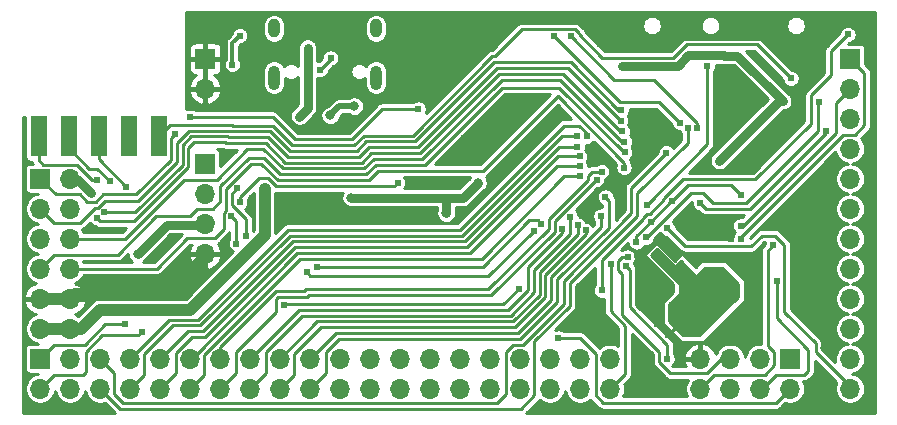
<source format=gbr>
%TF.GenerationSoftware,KiCad,Pcbnew,(5.1.9)-1*%
%TF.CreationDate,2021-03-09T20:48:28+01:00*%
%TF.ProjectId,poly_kb,706f6c79-5f6b-4622-9e6b-696361645f70,rev?*%
%TF.SameCoordinates,Original*%
%TF.FileFunction,Copper,L2,Bot*%
%TF.FilePolarity,Positive*%
%FSLAX46Y46*%
G04 Gerber Fmt 4.6, Leading zero omitted, Abs format (unit mm)*
G04 Created by KiCad (PCBNEW (5.1.9)-1) date 2021-03-09 20:48:28*
%MOMM*%
%LPD*%
G01*
G04 APERTURE LIST*
%TA.AperFunction,ComponentPad*%
%ADD10O,1.700000X1.700000*%
%TD*%
%TA.AperFunction,ComponentPad*%
%ADD11R,1.700000X1.700000*%
%TD*%
%TA.AperFunction,SMDPad,CuDef*%
%ADD12R,1.400000X3.500000*%
%TD*%
%TA.AperFunction,ComponentPad*%
%ADD13O,1.000000X2.100000*%
%TD*%
%TA.AperFunction,ComponentPad*%
%ADD14O,1.000000X1.600000*%
%TD*%
%TA.AperFunction,ViaPad*%
%ADD15C,0.609600*%
%TD*%
%TA.AperFunction,ViaPad*%
%ADD16C,0.800000*%
%TD*%
%TA.AperFunction,Conductor*%
%ADD17C,0.292100*%
%TD*%
%TA.AperFunction,Conductor*%
%ADD18C,0.500000*%
%TD*%
%TA.AperFunction,Conductor*%
%ADD19C,1.000000*%
%TD*%
%TA.AperFunction,Conductor*%
%ADD20C,0.750000*%
%TD*%
%TA.AperFunction,Conductor*%
%ADD21C,0.300000*%
%TD*%
%TA.AperFunction,Conductor*%
%ADD22C,0.254000*%
%TD*%
%TA.AperFunction,Conductor*%
%ADD23C,0.127000*%
%TD*%
G04 APERTURE END LIST*
D10*
%TO.P,J8,2*%
%TO.N,GND*%
X430530000Y-35560000D03*
D11*
%TO.P,J8,1*%
X430530000Y-33020000D03*
%TD*%
D10*
%TO.P,J3,12*%
%TO.N,+5V*%
X419100000Y-55880000D03*
%TO.P,J3,11*%
X416560000Y-55880000D03*
%TO.P,J3,10*%
%TO.N,GND*%
X419100000Y-53340000D03*
%TO.P,J3,9*%
X416560000Y-53340000D03*
%TO.P,J3,8*%
%TO.N,SPI1_SS*%
X419100000Y-50800000D03*
%TO.P,J3,7*%
%TO.N,SPI1_SCK*%
X416560000Y-50800000D03*
%TO.P,J3,6*%
%TO.N,SPI1_MISO*%
X419100000Y-48260000D03*
%TO.P,J3,5*%
%TO.N,SPI1_MOSI*%
X416560000Y-48260000D03*
%TO.P,J3,4*%
%TO.N,SPI1_RESET*%
X419100000Y-45720000D03*
%TO.P,J3,3*%
%TO.N,LED_ARRAY*%
X416560000Y-45720000D03*
%TO.P,J3,2*%
%TO.N,+3V3*%
X419100000Y-43180000D03*
D11*
%TO.P,J3,1*%
%TO.N,SPI3_SS*%
X416560000Y-43180000D03*
%TD*%
D12*
%TO.P,J1,10*%
%TO.N,Net-(J1-Pad10)*%
X426593000Y-39557000D03*
%TO.P,J1,8*%
%TO.N,N/C*%
X424053000Y-39557000D03*
%TO.P,J1,6*%
%TO.N,Net-(J1-Pad6)*%
X421513000Y-39557000D03*
%TO.P,J1,4*%
%TO.N,Net-(J1-Pad4)*%
X418973000Y-39557000D03*
%TO.P,J1,2*%
%TO.N,Net-(J1-Pad2)*%
X416433000Y-39557000D03*
%TD*%
D10*
%TO.P,J5,8*%
%TO.N,USART2_RX*%
X472440000Y-60960000D03*
%TO.P,J5,7*%
%TO.N,GND*%
X472440000Y-58420000D03*
%TO.P,J5,6*%
%TO.N,ESP01_EN*%
X474980000Y-60960000D03*
%TO.P,J5,5*%
%TO.N,ESP01_IO2*%
X474980000Y-58420000D03*
%TO.P,J5,4*%
%TO.N,ESP01_RST*%
X477520000Y-60960000D03*
%TO.P,J5,3*%
%TO.N,ESP01_IO0*%
X477520000Y-58420000D03*
%TO.P,J5,2*%
%TO.N,+3V3*%
X480060000Y-60960000D03*
D11*
%TO.P,J5,1*%
%TO.N,USART2_TX*%
X480060000Y-58420000D03*
%TD*%
D10*
%TO.P,J6,4*%
%TO.N,GND*%
X430530000Y-49530000D03*
%TO.P,J6,3*%
%TO.N,+3V3*%
X430530000Y-46990000D03*
%TO.P,J6,2*%
%TO.N,I2C1_SCL*%
X430530000Y-44450000D03*
D11*
%TO.P,J6,1*%
%TO.N,I2C1_SDA*%
X430530000Y-41910000D03*
%TD*%
D13*
%TO.P,J2,S1*%
%TO.N,Net-(J2-PadS1)*%
X436370000Y-34626000D03*
X445010000Y-34626000D03*
D14*
X445010000Y-30446000D03*
X436370000Y-30446000D03*
%TD*%
D10*
%TO.P,J7,40*%
%TO.N,KCol19*%
X464820000Y-60960000D03*
%TO.P,J7,39*%
%TO.N,KCol18*%
X464820000Y-58420000D03*
%TO.P,J7,38*%
%TO.N,KCol17*%
X462280000Y-60960000D03*
%TO.P,J7,37*%
%TO.N,KCol16*%
X462280000Y-58420000D03*
%TO.P,J7,36*%
%TO.N,KCol15*%
X459740000Y-60960000D03*
%TO.P,J7,35*%
%TO.N,KCol14*%
X459740000Y-58420000D03*
%TO.P,J7,34*%
%TO.N,KCol13*%
X457200000Y-60960000D03*
%TO.P,J7,33*%
%TO.N,KCol12*%
X457200000Y-58420000D03*
%TO.P,J7,32*%
%TO.N,KCol11*%
X454660000Y-60960000D03*
%TO.P,J7,31*%
%TO.N,KCol10*%
X454660000Y-58420000D03*
%TO.P,J7,30*%
%TO.N,KCol9*%
X452120000Y-60960000D03*
%TO.P,J7,29*%
%TO.N,KCol8*%
X452120000Y-58420000D03*
%TO.P,J7,28*%
%TO.N,KCol7*%
X449580000Y-60960000D03*
%TO.P,J7,27*%
%TO.N,KCol6*%
X449580000Y-58420000D03*
%TO.P,J7,26*%
%TO.N,KCol5*%
X447040000Y-60960000D03*
%TO.P,J7,25*%
%TO.N,KCol4*%
X447040000Y-58420000D03*
%TO.P,J7,24*%
%TO.N,KCol3*%
X444500000Y-60960000D03*
%TO.P,J7,23*%
%TO.N,KCol2*%
X444500000Y-58420000D03*
%TO.P,J7,22*%
%TO.N,KCol1*%
X441960000Y-60960000D03*
%TO.P,J7,21*%
%TO.N,KCol0*%
X441960000Y-58420000D03*
%TO.P,J7,20*%
%TO.N,USART6_TX*%
X439420000Y-60960000D03*
%TO.P,J7,19*%
%TO.N,USART6_RX*%
X439420000Y-58420000D03*
%TO.P,J7,18*%
%TO.N,I2C3_SDA*%
X436880000Y-60960000D03*
%TO.P,J7,17*%
%TO.N,I2C3_SCL*%
X436880000Y-58420000D03*
%TO.P,J7,16*%
%TO.N,USART1_TX*%
X434340000Y-60960000D03*
%TO.P,J7,15*%
%TO.N,USART1_RX*%
X434340000Y-58420000D03*
%TO.P,J7,14*%
%TO.N,I2C2_SDA*%
X431800000Y-60960000D03*
%TO.P,J7,13*%
%TO.N,I2C2_SCL*%
X431800000Y-58420000D03*
%TO.P,J7,12*%
%TO.N,PD15*%
X429260000Y-60960000D03*
%TO.P,J7,11*%
%TO.N,PD14*%
X429260000Y-58420000D03*
%TO.P,J7,10*%
%TO.N,PD13*%
X426720000Y-60960000D03*
%TO.P,J7,9*%
%TO.N,PD12*%
X426720000Y-58420000D03*
%TO.P,J7,8*%
%TO.N,PD11*%
X424180000Y-60960000D03*
%TO.P,J7,7*%
%TO.N,PD10*%
X424180000Y-58420000D03*
%TO.P,J7,6*%
%TO.N,PB1*%
X421640000Y-60960000D03*
%TO.P,J7,5*%
%TO.N,PB0*%
X421640000Y-58420000D03*
%TO.P,J7,4*%
%TO.N,SHIFTR_LATCH_CLK*%
X419100000Y-60960000D03*
%TO.P,J7,3*%
%TO.N,SHIFTR_DATA*%
X419100000Y-58420000D03*
%TO.P,J7,2*%
%TO.N,SHIFTR_CLK*%
X416560000Y-60960000D03*
D11*
%TO.P,J7,1*%
%TO.N,SHIFTR_NMASTER_RST*%
X416560000Y-58420000D03*
%TD*%
D10*
%TO.P,J4,12*%
%TO.N,KCol20*%
X485140000Y-60960000D03*
%TO.P,J4,11*%
%TO.N,KRow0*%
X485140000Y-58420000D03*
%TO.P,J4,10*%
%TO.N,KRow1*%
X485140000Y-55880000D03*
%TO.P,J4,9*%
%TO.N,KRow2*%
X485140000Y-53340000D03*
%TO.P,J4,8*%
%TO.N,KRow3*%
X485140000Y-50800000D03*
%TO.P,J4,7*%
%TO.N,KRow4*%
X485140000Y-48260000D03*
%TO.P,J4,6*%
%TO.N,KRow5*%
X485140000Y-45720000D03*
%TO.P,J4,5*%
%TO.N,KRow6*%
X485140000Y-43180000D03*
%TO.P,J4,4*%
%TO.N,KRow7*%
X485140000Y-40640000D03*
%TO.P,J4,3*%
%TO.N,ADC1_IN2*%
X485140000Y-38100000D03*
%TO.P,J4,2*%
%TO.N,ADC1_IN1*%
X485140000Y-35560000D03*
D11*
%TO.P,J4,1*%
%TO.N,+3.3VA*%
X485140000Y-33020000D03*
%TD*%
D15*
%TO.N,GND*%
X468671260Y-53086000D03*
X468811133Y-55486127D03*
X482473000Y-34137600D03*
X479526600Y-32512000D03*
X470433400Y-54406800D03*
X474700600Y-52628800D03*
X475513400Y-42519600D03*
X450723000Y-31877000D03*
X448060000Y-35183000D03*
X455041000Y-31877000D03*
X463940194Y-31777841D03*
D16*
X444474600Y-37236400D03*
D15*
X469229599Y-32283079D03*
D16*
X436753000Y-37261800D03*
D15*
X475742000Y-54483000D03*
X476123000Y-50927000D03*
X474980000Y-55245000D03*
X470789000Y-57404000D03*
X473202000Y-57023000D03*
X469743003Y-56417997D03*
X467088006Y-49602428D03*
X470983356Y-46514780D03*
X475085561Y-48244140D03*
X475361000Y-50165000D03*
D16*
X432866800Y-36372800D03*
X434289200Y-36423600D03*
X447014600Y-36296600D03*
X456539600Y-29438600D03*
X446913000Y-29464000D03*
X457860400Y-29387800D03*
X466239959Y-31777841D03*
X468144959Y-31777841D03*
X474853000Y-34061400D03*
X476758000Y-35966400D03*
X479755200Y-39090600D03*
X482320600Y-61595000D03*
X486587800Y-31267400D03*
X486562400Y-41859200D03*
X486613200Y-51993800D03*
X426237400Y-52908200D03*
X426212000Y-49911000D03*
X423926000Y-52908200D03*
D15*
X472059000Y-50292000D03*
X467842600Y-59817000D03*
D16*
X448424300Y-46240700D03*
X442925200Y-46278800D03*
D15*
X452450200Y-39700200D03*
X455091800Y-38836600D03*
X456971400Y-37007800D03*
D16*
X483057200Y-57505600D03*
X482727000Y-54610000D03*
X482701600Y-49606200D03*
X482701600Y-46913800D03*
X483641400Y-44348400D03*
X483514400Y-42138600D03*
D15*
X482879400Y-52070000D03*
D16*
X440715400Y-30124400D03*
D15*
X475234000Y-56896000D03*
X476529404Y-53771800D03*
X476758000Y-51993800D03*
X422656000Y-47498000D03*
X423799000Y-50038000D03*
X434467000Y-44831000D03*
X449834000Y-43434000D03*
X462788000Y-52070000D03*
X465328000Y-43688000D03*
X432308000Y-41021000D03*
%TO.N,+3V3*%
X460451200Y-56667400D03*
X475894400Y-44577000D03*
X474066241Y-41661945D03*
X479450400Y-36601400D03*
X465836000Y-33655000D03*
X474468765Y-32756460D03*
D16*
X453644013Y-43510195D03*
D15*
X439216800Y-32080200D03*
X438505600Y-37922200D03*
D16*
X442899800Y-44789660D03*
X420903400Y-44399200D03*
X450951600Y-46101000D03*
D15*
X468269723Y-46810819D03*
X467058943Y-48543965D03*
X470061886Y-45103432D03*
D16*
X424815000Y-49530000D03*
%TO.N,+5V*%
X435565598Y-44063687D03*
D15*
%TO.N,SPI1_MOSI*%
X465856803Y-39171397D03*
X421346369Y-46477249D03*
%TO.N,SPI1_SCK*%
X466067628Y-40941772D03*
%TO.N,SPI1_MISO*%
X466042228Y-40052772D03*
%TO.N,SPI1_RESET*%
X465734400Y-38252400D03*
X422009862Y-46013302D03*
%TO.N,LED_ARRAY*%
X465749794Y-37347337D03*
%TO.N,SHIFTR_CLK*%
X425170600Y-56140350D03*
%TO.N,BOOT0*%
X467944200Y-45389800D03*
X473055968Y-33610870D03*
%TO.N,I2C1_SDA*%
X458995966Y-47015400D03*
X440046440Y-50621879D03*
X433992745Y-48028286D03*
X433243195Y-43988211D03*
%TO.N,I2C1_SCL*%
X458368400Y-47574200D03*
X433171600Y-48666400D03*
X439134617Y-51113990D03*
X432769757Y-46365963D03*
%TO.N,SWO*%
X437210200Y-53848000D03*
X457071704Y-52476789D03*
%TO.N,USB_D-*%
X440283608Y-33938514D03*
X441173729Y-32960010D03*
%TO.N,I2C2_SDA*%
X463682364Y-43266687D03*
%TO.N,I2C2_SCL*%
X464108800Y-42570400D03*
%TO.N,I2C3_SCL*%
X462091501Y-47105371D03*
%TO.N,I2C3_SDA*%
X462762787Y-47557970D03*
%TO.N,LED_STATUS*%
X472201914Y-38860856D03*
X461528740Y-31114641D03*
%TO.N,ADC1_IN2*%
X472455728Y-45227728D03*
X483102402Y-39153684D03*
%TO.N,ADC1_IN1*%
X475891091Y-47181841D03*
%TO.N,+3.3VA*%
X475907585Y-48244140D03*
%TO.N,NRST*%
X482498781Y-36696563D03*
X467868001Y-48133001D03*
%TO.N,SHIFTR_NMASTER_RST*%
X423773600Y-55499000D03*
%TO.N,RESET_INDICATOR*%
X464108800Y-52628800D03*
X484962200Y-30962600D03*
%TO.N,Net-(D3-Pad1)*%
X432841400Y-33528000D03*
X433476400Y-31064200D03*
%TO.N,BOOT1*%
X470738200Y-38444691D03*
X460105652Y-31114641D03*
D16*
%TO.N,VCC*%
X443153800Y-37033200D03*
X441121800Y-37820600D03*
D15*
%TO.N,KCol20*%
X469676943Y-47373844D03*
%TO.N,ESP01_IO2*%
X466304444Y-49806150D03*
%TO.N,ESP01_RST*%
X478917000Y-51816000D03*
%TO.N,ESP01_IO0*%
X469646000Y-58420000D03*
X466176263Y-50605550D03*
%TO.N,USART2_RX*%
X478651034Y-48827874D03*
%TO.N,KCol19*%
X464874552Y-50437518D03*
%TO.N,PD15*%
X462306979Y-42973505D03*
%TO.N,PD14*%
X462254600Y-42138600D03*
%TO.N,PD13*%
X462245292Y-41262879D03*
%TO.N,PD12*%
X462050023Y-40477169D03*
%TO.N,PD11*%
X462029800Y-39573967D03*
%TO.N,PD10*%
X462849240Y-39586387D03*
%TO.N,PB1*%
X471394387Y-38918916D03*
%TO.N,PB0*%
X469584915Y-40979740D03*
%TO.N,USART6_RX*%
X464058000Y-46329600D03*
%TO.N,USART6_TX*%
X464414787Y-44720437D03*
%TO.N,USART1_RX*%
X460789789Y-47413666D03*
%TO.N,USART1_TX*%
X461440641Y-46405800D03*
%TO.N,SPI3_SS*%
X448564000Y-37287200D03*
X427953301Y-39409501D03*
X429285400Y-37967648D03*
%TO.N,Net-(J1-Pad10)*%
X480136200Y-34671000D03*
%TO.N,Net-(J1-Pad6)*%
X423875200Y-43865800D03*
%TO.N,Net-(J1-Pad4)*%
X422453240Y-43364296D03*
%TO.N,Net-(J1-Pad2)*%
X446836800Y-43510200D03*
X421418044Y-43249556D03*
X433476268Y-45189636D03*
%TO.N,SPI1_SS*%
X466013800Y-42240200D03*
%TD*%
D17*
%TO.N,GND*%
X468671260Y-55346254D02*
X468811133Y-55486127D01*
X468671260Y-53086000D02*
X468671260Y-55346254D01*
X481152200Y-34137600D02*
X479526600Y-32512000D01*
X482473000Y-34137600D02*
X481152200Y-34137600D01*
X468811133Y-55486127D02*
X469509806Y-56184800D01*
X469509806Y-56184800D02*
X469950800Y-56184800D01*
X470433400Y-55702200D02*
X470433400Y-54406800D01*
X469950800Y-56184800D02*
X470433400Y-55702200D01*
X475513400Y-42519600D02*
X476910400Y-42519600D01*
X476910400Y-42519600D02*
X481203000Y-38227000D01*
X481203000Y-34188400D02*
X481152200Y-34137600D01*
X481203000Y-38227000D02*
X481203000Y-34188400D01*
X450723000Y-32520000D02*
X448060000Y-35183000D01*
X450723000Y-31877000D02*
X450723000Y-32520000D01*
X455041000Y-31877000D02*
X450723000Y-31877000D01*
X456946321Y-29971679D02*
X462134032Y-29971679D01*
X462134032Y-29971679D02*
X463940194Y-31777841D01*
X455041000Y-31877000D02*
X456946321Y-29971679D01*
X468724361Y-31777841D02*
X469229599Y-32283079D01*
X463940194Y-31777841D02*
X466239959Y-31777841D01*
X479526600Y-32512000D02*
X478338830Y-31324230D01*
X478338830Y-31324230D02*
X470188448Y-31324230D01*
X470188448Y-31324230D02*
X469229599Y-32283079D01*
D18*
X436753000Y-37388800D02*
X436753000Y-37261800D01*
X438517847Y-39153647D02*
X436753000Y-37388800D01*
X442557353Y-39153647D02*
X438517847Y-39153647D01*
X444474600Y-37236400D02*
X442557353Y-39153647D01*
D19*
X416560000Y-53340000D02*
X419100000Y-53340000D01*
X419531800Y-52908200D02*
X419100000Y-53340000D01*
D17*
X468671260Y-53086000D02*
X468671260Y-51185682D01*
X468671260Y-51185682D02*
X467088006Y-49602428D01*
X470983356Y-46514780D02*
X473356201Y-46514780D01*
X473356201Y-46514780D02*
X475085561Y-48244140D01*
X466239959Y-31777841D02*
X468144959Y-31777841D01*
X468144959Y-31777841D02*
X468724361Y-31777841D01*
D19*
X426237400Y-52908200D02*
X423926000Y-52908200D01*
X421462200Y-52908200D02*
X419531800Y-52908200D01*
X423926000Y-52908200D02*
X421462200Y-52908200D01*
D17*
X476453200Y-53771800D02*
X476529404Y-53771800D01*
D19*
X430530000Y-49784000D02*
X427405800Y-52908200D01*
X427405800Y-52908200D02*
X426237400Y-52908200D01*
X430530000Y-49530000D02*
X430530000Y-49784000D01*
D17*
%TO.N,+3V3*%
X470525490Y-33664510D02*
X471458940Y-32731060D01*
D20*
X470515980Y-33655000D02*
X470525490Y-33664510D01*
X465836000Y-33655000D02*
X470515980Y-33655000D01*
X470535000Y-33655000D02*
X471458940Y-32731060D01*
X470515980Y-33655000D02*
X470535000Y-33655000D01*
X474443365Y-32731060D02*
X474468765Y-32756460D01*
X471458940Y-32731060D02*
X474443365Y-32731060D01*
X475605460Y-32756460D02*
X479450400Y-36601400D01*
X474468765Y-32756460D02*
X475605460Y-32756460D01*
X479126786Y-36601400D02*
X474066241Y-41661945D01*
X479450400Y-36601400D02*
X479126786Y-36601400D01*
X439216800Y-32080200D02*
X439216800Y-37211000D01*
X439216800Y-37211000D02*
X438505600Y-37922200D01*
X453644013Y-43510195D02*
X452364548Y-44789660D01*
X419684200Y-43180000D02*
X420903400Y-44399200D01*
X419100000Y-43180000D02*
X419684200Y-43180000D01*
X450951600Y-44831000D02*
X450910260Y-44789660D01*
X450951600Y-46101000D02*
X450951600Y-44831000D01*
X450910260Y-44789660D02*
X442899800Y-44789660D01*
X452364548Y-44789660D02*
X450910260Y-44789660D01*
D17*
X467058943Y-48021599D02*
X468269723Y-46810819D01*
X467058943Y-48543965D02*
X467058943Y-48021599D01*
X475056200Y-43738800D02*
X471426518Y-43738800D01*
X471426518Y-43738800D02*
X470061886Y-45103432D01*
X475894400Y-44577000D02*
X475056200Y-43738800D01*
X468269723Y-46810819D02*
X469977110Y-45103432D01*
X469977110Y-45103432D02*
X470061886Y-45103432D01*
X478863949Y-62156051D02*
X480060000Y-60960000D01*
X464245895Y-62156051D02*
X478863949Y-62156051D01*
X463623949Y-61534105D02*
X464245895Y-62156051D01*
X463623949Y-57993793D02*
X463623949Y-61534105D01*
X462297556Y-56667400D02*
X463623949Y-57993793D01*
X460451200Y-56667400D02*
X462297556Y-56667400D01*
D20*
X427268939Y-47076061D02*
X424815000Y-49530000D01*
X430697939Y-47076061D02*
X427268939Y-47076061D01*
X430911000Y-46863000D02*
X430697939Y-47076061D01*
D19*
%TO.N,+5V*%
X419100000Y-55880000D02*
X416560000Y-55880000D01*
X420014400Y-55880000D02*
X419100000Y-55880000D01*
X421640000Y-54254400D02*
X420014400Y-55880000D01*
X429260000Y-54254400D02*
X421640000Y-54254400D01*
X435565598Y-47948802D02*
X429260000Y-54254400D01*
X435565598Y-44063687D02*
X435565598Y-47948802D01*
D17*
%TO.N,SPI1_MOSI*%
X421651168Y-46782048D02*
X421346369Y-46477249D01*
X465856803Y-39171397D02*
X465704403Y-39171397D01*
X465704403Y-39171397D02*
X460838896Y-34305890D01*
X460838896Y-34305890D02*
X455436610Y-34305890D01*
X437314356Y-41821156D02*
X435656978Y-40163778D01*
X429580318Y-40094840D02*
X429115383Y-40559775D01*
X424528694Y-46782048D02*
X421651168Y-46782048D01*
X429115383Y-40559775D02*
X429115383Y-42195359D01*
X455436610Y-34305890D02*
X448731910Y-41010590D01*
X448731910Y-41010590D02*
X444596810Y-41010590D01*
X444596810Y-41010590D02*
X443786244Y-41821156D01*
X443786244Y-41821156D02*
X437314356Y-41821156D01*
X435656978Y-40163778D02*
X432310614Y-40163776D01*
X429115383Y-42195359D02*
X424528694Y-46782048D01*
X432310614Y-40163776D02*
X432241678Y-40094840D01*
X432241678Y-40094840D02*
X429580318Y-40094840D01*
%TO.N,SPI1_SCK*%
X417756051Y-49603949D02*
X416560000Y-50800000D01*
X423159259Y-49603949D02*
X417756051Y-49603949D01*
X426408208Y-46355000D02*
X423159259Y-49603949D01*
X429246946Y-46355000D02*
X426408208Y-46355000D01*
X429881946Y-45720000D02*
X429246946Y-46355000D01*
X431165000Y-45720000D02*
X429881946Y-45720000D01*
X431800000Y-45085000D02*
X431165000Y-45720000D01*
X431800000Y-43815000D02*
X431800000Y-45085000D01*
X434212962Y-41402038D02*
X431800000Y-43815000D01*
X435503338Y-41402038D02*
X434212962Y-41402038D01*
X436906678Y-42805378D02*
X435503338Y-41402038D01*
X444193922Y-42805378D02*
X436906678Y-42805378D01*
X445004488Y-41994812D02*
X444193922Y-42805378D01*
X466067628Y-40941772D02*
X465991428Y-40941772D01*
X449139588Y-41994812D02*
X445004488Y-41994812D01*
X465991428Y-40941772D02*
X460508056Y-35458400D01*
X460508056Y-35458400D02*
X455676000Y-35458400D01*
X455676000Y-35458400D02*
X449139588Y-41994812D01*
%TO.N,SPI1_MISO*%
X428752741Y-43253949D02*
X423746690Y-48260000D01*
X431508943Y-43253949D02*
X428752741Y-43253949D01*
X434107003Y-40655889D02*
X431508943Y-43253949D01*
X443990083Y-42313267D02*
X437110517Y-42313267D01*
X423746690Y-48260000D02*
X419100000Y-48260000D01*
X444800649Y-41502701D02*
X443990083Y-42313267D01*
X448935749Y-41502701D02*
X444800649Y-41502701D01*
X435453139Y-40655889D02*
X434107003Y-40655889D01*
X455640449Y-34798001D02*
X448935749Y-41502701D01*
X437110517Y-42313267D02*
X435453139Y-40655889D01*
X460562951Y-34798001D02*
X455640449Y-34798001D01*
X465817722Y-40052772D02*
X460562951Y-34798001D01*
X466042228Y-40052772D02*
X465817722Y-40052772D01*
%TO.N,SPI1_RESET*%
X424601490Y-46013302D02*
X422009862Y-46013302D01*
X465734400Y-38252400D02*
X461295779Y-33813779D01*
X428623272Y-40355936D02*
X428623272Y-41991520D01*
X437518194Y-41329044D02*
X435860817Y-39671667D01*
X435860817Y-39671667D02*
X432514454Y-39671666D01*
X429376479Y-39602729D02*
X428623272Y-40355936D01*
X455232770Y-33813780D02*
X448528071Y-40518479D01*
X432514454Y-39671666D02*
X432445517Y-39602729D01*
X432445517Y-39602729D02*
X429376479Y-39602729D01*
X444392970Y-40518480D02*
X443582405Y-41329045D01*
X461295779Y-33813779D02*
X455232770Y-33813780D01*
X443582405Y-41329045D02*
X437518194Y-41329044D01*
X428623272Y-41991520D02*
X424601490Y-46013302D01*
X448528071Y-40518479D02*
X444392970Y-40518480D01*
%TO.N,LED_ARRAY*%
X417756051Y-46916051D02*
X416560000Y-45720000D01*
X436064656Y-39179556D02*
X432718294Y-39179556D01*
X443378566Y-40836934D02*
X437722034Y-40836934D01*
X428131162Y-41787680D02*
X424849694Y-45069148D01*
X419963287Y-46916051D02*
X417756051Y-46916051D01*
X421241975Y-45637363D02*
X419963287Y-46916051D01*
X421465345Y-45637363D02*
X421241975Y-45637363D01*
X422033560Y-45069148D02*
X421465345Y-45637363D01*
X424849694Y-45069148D02*
X422033560Y-45069148D01*
X429172639Y-39110619D02*
X428131162Y-40152096D01*
X432649356Y-39110618D02*
X429172639Y-39110619D01*
X432718294Y-39179556D02*
X432649356Y-39110618D01*
X437722034Y-40836934D02*
X436064656Y-39179556D01*
X444189130Y-40026370D02*
X443378566Y-40836934D01*
X448324232Y-40026368D02*
X444189130Y-40026370D01*
X461499618Y-33321668D02*
X455028930Y-33321670D01*
X465525287Y-37347337D02*
X461499618Y-33321668D01*
X465749794Y-37347337D02*
X465525287Y-37347337D01*
X455028930Y-33321670D02*
X448324232Y-40026368D01*
X428131162Y-40152096D02*
X428131162Y-41787680D01*
%TO.N,SHIFTR_CLK*%
X420194451Y-59763949D02*
X420443949Y-59514451D01*
X424865801Y-56445149D02*
X425170600Y-56140350D01*
X416560000Y-60960000D02*
X417756051Y-59763949D01*
X420443949Y-59514451D02*
X420443949Y-57845895D01*
X417756051Y-59763949D02*
X420194451Y-59763949D01*
X420443949Y-57845895D02*
X421844695Y-56445149D01*
X421844695Y-56445149D02*
X424865801Y-56445149D01*
%TO.N,BOOT0*%
X473055968Y-40278032D02*
X473055968Y-33610870D01*
X467944200Y-45389800D02*
X473055968Y-40278032D01*
%TO.N,I2C1_SDA*%
X458691167Y-46710601D02*
X457987399Y-46710601D01*
X454076121Y-50621879D02*
X440046440Y-50621879D01*
X457987399Y-46710601D02*
X454076121Y-50621879D01*
X458995966Y-47015400D02*
X458691167Y-46710601D01*
X433992745Y-46626570D02*
X432784222Y-45418047D01*
X432784222Y-45418047D02*
X432784222Y-44447184D01*
X433992745Y-48028286D02*
X433992745Y-46626570D01*
X432784222Y-44447184D02*
X433243195Y-43988211D01*
%TO.N,I2C1_SCL*%
X439439416Y-51418789D02*
X439134617Y-51113990D01*
X454523811Y-51418789D02*
X439439416Y-51418789D01*
X458368400Y-47574200D02*
X454523811Y-51418789D01*
X433171600Y-46767806D02*
X432769757Y-46365963D01*
X433171600Y-48666400D02*
X433171600Y-46767806D01*
%TO.N,SWO*%
X455769319Y-53779174D02*
X457071704Y-52476789D01*
X437210200Y-53848000D02*
X437279026Y-53779174D01*
X437279026Y-53779174D02*
X455769319Y-53779174D01*
%TO.N,USB_D-*%
X440283608Y-33938514D02*
X441173729Y-33048393D01*
X441173729Y-33048393D02*
X441173729Y-32960010D01*
%TO.N,I2C2_SDA*%
X436729576Y-53187562D02*
X439148849Y-53187561D01*
X463657197Y-43266687D02*
X463682364Y-43266687D01*
X439148849Y-53187561D02*
X439307588Y-53028822D01*
X431800000Y-60960000D02*
X433143949Y-59616051D01*
X433143949Y-59616051D02*
X433143949Y-57845895D01*
X433143949Y-57845895D02*
X436518031Y-54471813D01*
X454762978Y-53028822D02*
X460138937Y-47652863D01*
X460138937Y-46784947D02*
X463657197Y-43266687D01*
X436518031Y-54471813D02*
X436518031Y-53399107D01*
X436518031Y-53399107D02*
X436729576Y-53187562D01*
X439307588Y-53028822D02*
X454762978Y-53028822D01*
X460138937Y-47652863D02*
X460138937Y-46784947D01*
%TO.N,I2C2_SCL*%
X431800000Y-57416810D02*
X436521359Y-52695451D01*
X439103749Y-52536711D02*
X454508339Y-52536711D01*
X454508339Y-52536711D02*
X459646826Y-47398224D01*
X436521359Y-52695451D02*
X438945009Y-52695451D01*
X459646826Y-47398224D02*
X459646826Y-46573890D01*
X459646826Y-46573890D02*
X462971315Y-43249401D01*
X462971315Y-42916081D02*
X463316996Y-42570400D01*
X431800000Y-58420000D02*
X431800000Y-57416810D01*
X462971315Y-43249401D02*
X462971315Y-42916081D01*
X438945009Y-52695451D02*
X439103749Y-52536711D01*
X463316996Y-42570400D02*
X464108800Y-42570400D01*
%TO.N,I2C3_SCL*%
X456605345Y-55255505D02*
X458854245Y-53006605D01*
X458854245Y-53006605D02*
X458854245Y-51101610D01*
X458854245Y-51101610D02*
X462091501Y-47864354D01*
X462091501Y-47864354D02*
X462091501Y-47105371D01*
X440044495Y-55255505D02*
X456605345Y-55255505D01*
X436880000Y-58420000D02*
X440044495Y-55255505D01*
%TO.N,I2C3_SDA*%
X440322228Y-55747616D02*
X456809184Y-55747616D01*
X456809184Y-55747616D02*
X459346356Y-53210444D01*
X459346356Y-53210444D02*
X459346356Y-51305448D01*
X459346356Y-51305448D02*
X462762787Y-47889017D01*
X462762787Y-47889017D02*
X462762787Y-47557970D01*
X436880000Y-60960000D02*
X438076051Y-59763949D01*
X438076051Y-57993793D02*
X440322228Y-55747616D01*
X438076051Y-59763949D02*
X438076051Y-57993793D01*
%TO.N,LED_STATUS*%
X465196559Y-34782460D02*
X461528740Y-31114641D01*
X468554570Y-34782460D02*
X465196559Y-34782460D01*
X472201914Y-38429804D02*
X468554570Y-34782460D01*
X472201914Y-38860856D02*
X472201914Y-38429804D01*
%TO.N,ADC1_IN2*%
X472455728Y-45227728D02*
X472947963Y-45719963D01*
X476673475Y-45719963D02*
X483102402Y-39291036D01*
X472947963Y-45719963D02*
X476673475Y-45719963D01*
X483102402Y-39291036D02*
X483102402Y-39153684D01*
%TO.N,ADC1_IN1*%
X485140000Y-35560000D02*
X483943949Y-36756051D01*
X476058155Y-47181841D02*
X475891091Y-47181841D01*
X483943949Y-39296047D02*
X476058155Y-47181841D01*
X483943949Y-36756051D02*
X483943949Y-39296047D01*
%TO.N,+3.3VA*%
X485140000Y-33020000D02*
X486336051Y-34216051D01*
X475907585Y-48120316D02*
X475907585Y-48244140D01*
X484583952Y-39443949D02*
X475907585Y-48120316D01*
X485566207Y-39443949D02*
X484583952Y-39443949D01*
X486336051Y-38674105D02*
X485566207Y-39443949D01*
X486336051Y-34216051D02*
X486336051Y-38674105D01*
%TO.N,NRST*%
X467952774Y-48133001D02*
X467868001Y-48133001D01*
X471711975Y-44373800D02*
X467952774Y-48133001D01*
X482451550Y-36743794D02*
X482451550Y-39112050D01*
X482498781Y-36696563D02*
X482451550Y-36743794D01*
X472719400Y-44373800D02*
X471711975Y-44373800D01*
X482451550Y-39112050D02*
X476335748Y-45227852D01*
X476335748Y-45227852D02*
X473573452Y-45227852D01*
X473573452Y-45227852D02*
X472719400Y-44373800D01*
%TO.N,SHIFTR_NMASTER_RST*%
X417756051Y-57223949D02*
X416560000Y-58420000D01*
X420369945Y-57223949D02*
X417756051Y-57223949D01*
X422094894Y-55499000D02*
X420369945Y-57223949D01*
X423773600Y-55499000D02*
X422094894Y-55499000D01*
%TO.N,RESET_INDICATOR*%
X464108800Y-50072170D02*
X467618871Y-46562099D01*
X464108800Y-52628800D02*
X464108800Y-50072170D01*
X467618871Y-46498409D02*
X467957313Y-46159967D01*
X483539800Y-32385000D02*
X484657401Y-31267399D01*
X467957313Y-46159967D02*
X468162695Y-46159967D01*
X484657401Y-31267399D02*
X484962200Y-30962600D01*
X469411034Y-44791022D02*
X470955366Y-43246690D01*
X470955366Y-43246690D02*
X477125048Y-43246690D01*
X468162695Y-46159967D02*
X469411034Y-44911628D01*
X483539800Y-34436860D02*
X483539800Y-32385000D01*
X467618871Y-46562099D02*
X467618871Y-46498409D01*
X469411034Y-44911628D02*
X469411034Y-44791022D01*
X477125048Y-43246690D02*
X481847930Y-38523808D01*
X481847930Y-38523808D02*
X481847930Y-36128730D01*
X481847930Y-36128730D02*
X483539800Y-34436860D01*
D21*
%TO.N,Net-(D3-Pad1)*%
X432841400Y-33528000D02*
X432841400Y-31699200D01*
X432841400Y-31699200D02*
X433476400Y-31064200D01*
D17*
%TO.N,BOOT1*%
X470738200Y-38444691D02*
X468989995Y-36696486D01*
X465687497Y-36696486D02*
X460105652Y-31114641D01*
X468989995Y-36696486D02*
X465687497Y-36696486D01*
D18*
%TO.N,VCC*%
X441909200Y-37033200D02*
X441121800Y-37820600D01*
X443153800Y-37033200D02*
X441909200Y-37033200D01*
D17*
%TO.N,KCol20*%
X485140000Y-60768756D02*
X485140000Y-60960000D01*
X482219000Y-57847756D02*
X485140000Y-60768756D01*
X482219000Y-57131546D02*
X482219000Y-57847756D01*
X479567851Y-54480397D02*
X482219000Y-57131546D01*
X479567851Y-48781431D02*
X479567851Y-54480397D01*
X478792420Y-48006000D02*
X479567851Y-48781431D01*
X477647000Y-48006000D02*
X478792420Y-48006000D01*
X476758000Y-48895000D02*
X477647000Y-48006000D01*
X471198099Y-48895000D02*
X476758000Y-48895000D01*
X469676943Y-47373844D02*
X471198099Y-48895000D01*
%TO.N,ESP01_IO2*%
X465873392Y-49806150D02*
X466304444Y-49806150D01*
X465525412Y-50154130D02*
X465873392Y-49806150D01*
X465525412Y-50917959D02*
X465525412Y-50154130D01*
X468995148Y-57819948D02*
X465861400Y-54686200D01*
X468995148Y-58732410D02*
X468995148Y-57819948D01*
X465861400Y-54686200D02*
X465861400Y-51253947D01*
X469878789Y-59616051D02*
X468995148Y-58732410D01*
X473021949Y-59616051D02*
X469878789Y-59616051D01*
X465861400Y-51253947D02*
X465525412Y-50917959D01*
X474218000Y-58420000D02*
X473021949Y-59616051D01*
X474345000Y-58420000D02*
X474218000Y-58420000D01*
%TO.N,ESP01_RST*%
X477647000Y-60960000D02*
X476885000Y-60960000D01*
X478843051Y-59763949D02*
X477647000Y-60960000D01*
X478917000Y-54991000D02*
X481584000Y-57658000D01*
X478917000Y-51816000D02*
X478917000Y-54991000D01*
X481584000Y-59436000D02*
X481256051Y-59763949D01*
X481256051Y-59763949D02*
X478843051Y-59763949D01*
X481584000Y-57658000D02*
X481584000Y-59436000D01*
%TO.N,ESP01_IO0*%
X466481062Y-54076512D02*
X466481062Y-50910349D01*
X466481062Y-50910349D02*
X466176263Y-50605550D01*
X469646000Y-58420000D02*
X469646000Y-57241450D01*
X469646000Y-57241450D02*
X466481062Y-54076512D01*
%TO.N,USART2_RX*%
X478195281Y-49283627D02*
X478651034Y-48827874D01*
X478195281Y-57325125D02*
X478195281Y-49283627D01*
X478716051Y-57845895D02*
X478195281Y-57325125D01*
X478716051Y-58994105D02*
X478716051Y-57845895D01*
X477946207Y-59763949D02*
X478716051Y-58994105D01*
X473636051Y-59763949D02*
X477946207Y-59763949D01*
X472440000Y-60960000D02*
X473636051Y-59763949D01*
%TO.N,KCol19*%
X466097160Y-59682840D02*
X466097160Y-55617910D01*
X464874552Y-54395302D02*
X464874552Y-50437518D01*
X464820000Y-60960000D02*
X466097160Y-59682840D01*
X466097160Y-55617910D02*
X464874552Y-54395302D01*
%TO.N,PD15*%
X430456051Y-58064809D02*
X438549833Y-49971027D01*
X460963243Y-42973505D02*
X462306979Y-42973505D01*
X453965721Y-49971027D02*
X460963243Y-42973505D01*
X430456051Y-59763949D02*
X430456051Y-58064809D01*
X438549833Y-49971027D02*
X453965721Y-49971027D01*
X429260000Y-60960000D02*
X430456051Y-59763949D01*
%TO.N,PD14*%
X460332282Y-42138600D02*
X462254600Y-42138600D01*
X452991965Y-49478917D02*
X460332282Y-42138600D01*
X438345993Y-49478917D02*
X452991965Y-49478917D01*
X429404910Y-58420000D02*
X438345993Y-49478917D01*
X429260000Y-58420000D02*
X429404910Y-58420000D01*
%TO.N,PD13*%
X426720000Y-60960000D02*
X428063949Y-59616051D01*
X428063949Y-57924401D02*
X429411558Y-56576792D01*
X438142153Y-48986807D02*
X452708893Y-48986807D01*
X452708893Y-48986807D02*
X460432821Y-41262879D01*
X460432821Y-41262879D02*
X462245292Y-41262879D01*
X429411558Y-56576792D02*
X430552169Y-56576791D01*
X428063949Y-59616051D02*
X428063949Y-57924401D01*
X430552169Y-56576791D02*
X438142153Y-48986807D01*
%TO.N,PD12*%
X426720000Y-58420000D02*
X429055319Y-56084681D01*
X430348329Y-56084681D02*
X437938313Y-48494697D01*
X437938313Y-48494697D02*
X452505053Y-48494697D01*
X452505053Y-48494697D02*
X460522581Y-40477169D01*
X460522581Y-40477169D02*
X462050023Y-40477169D01*
X429055319Y-56084681D02*
X430348329Y-56084681D01*
%TO.N,PD11*%
X425376051Y-59763949D02*
X425376051Y-57993793D01*
X424180000Y-60960000D02*
X425376051Y-59763949D01*
X452301213Y-48002587D02*
X460729833Y-39573967D01*
X430144490Y-55592570D02*
X437734473Y-48002587D01*
X460729833Y-39573967D02*
X462029800Y-39573967D01*
X427777274Y-55592570D02*
X430144490Y-55592570D01*
X425376051Y-57993793D02*
X427777274Y-55592570D01*
X437734473Y-48002587D02*
X452301213Y-48002587D01*
%TO.N,PD10*%
X462849240Y-39340538D02*
X462849240Y-39586387D01*
X462193542Y-38684840D02*
X462849240Y-39340538D01*
X460908508Y-38684840D02*
X462193542Y-38684840D01*
X452082871Y-47510477D02*
X460908508Y-38684840D01*
X437530633Y-47510477D02*
X452082871Y-47510477D01*
X429940651Y-55100459D02*
X437530633Y-47510477D01*
X427499541Y-55100459D02*
X429940651Y-55100459D01*
X424180000Y-58420000D02*
X427499541Y-55100459D01*
%TO.N,PB1*%
X458396051Y-56944549D02*
X461391000Y-53949600D01*
X423328162Y-62648162D02*
X457281994Y-62648162D01*
X467126760Y-44406734D02*
X471394387Y-40139107D01*
X458396051Y-61534105D02*
X458396051Y-56944549D01*
X421640000Y-60960000D02*
X423328162Y-62648162D01*
X457281994Y-62648162D02*
X458396051Y-61534105D01*
X461391000Y-52044600D02*
X467126760Y-46308840D01*
X461391000Y-53949600D02*
X461391000Y-52044600D01*
X467126760Y-46308840D02*
X467126760Y-44406734D01*
X471394387Y-40139107D02*
X471394387Y-38918916D01*
%TO.N,PB0*%
X422836051Y-61386207D02*
X423605895Y-62156051D01*
X466634651Y-46104999D02*
X466634651Y-43930004D01*
X466634651Y-43930004D02*
X469584915Y-40979740D01*
X422836051Y-59616051D02*
X422836051Y-61386207D01*
X455234105Y-62156051D02*
X456003949Y-61386207D01*
X423605895Y-62156051D02*
X455234105Y-62156051D01*
X421640000Y-58420000D02*
X422836051Y-59616051D01*
X456003949Y-61386207D02*
X456003949Y-57845895D01*
X456003949Y-57845895D02*
X456625895Y-57223949D01*
X457420701Y-57223949D02*
X460898889Y-53745761D01*
X460898890Y-51840760D02*
X466634651Y-46104999D01*
X456625895Y-57223949D02*
X457420701Y-57223949D01*
X460898889Y-53745761D02*
X460898890Y-51840760D01*
%TO.N,USART6_RX*%
X441600273Y-56239727D02*
X439420000Y-58420000D01*
X457013023Y-56239727D02*
X441600273Y-56239727D01*
X459838467Y-53414283D02*
X457013023Y-56239727D01*
X459838467Y-51509285D02*
X459838467Y-53414283D01*
X464058000Y-47289752D02*
X459838467Y-51509285D01*
X464058000Y-46329600D02*
X464058000Y-47289752D01*
%TO.N,USART6_TX*%
X441878006Y-56731838D02*
X440763949Y-57845895D01*
X464414787Y-44720437D02*
X464719586Y-45025236D01*
X440763949Y-59616051D02*
X439420000Y-60960000D01*
X440763949Y-57845895D02*
X440763949Y-59616051D01*
X457216862Y-56731838D02*
X441878006Y-56731838D01*
X460330578Y-53618122D02*
X457216862Y-56731838D01*
X460330578Y-51713122D02*
X460330578Y-53618122D01*
X464719586Y-47324114D02*
X460330578Y-51713122D01*
X464719586Y-45025236D02*
X464719586Y-47324114D01*
%TO.N,USART1_RX*%
X460789789Y-47774168D02*
X460789789Y-47413666D01*
X457870023Y-50693934D02*
X460789789Y-47774168D01*
X457870023Y-52598927D02*
X457870023Y-50693934D01*
X456197667Y-54271283D02*
X457870023Y-52598927D01*
X438488717Y-54271283D02*
X456197667Y-54271283D01*
X434340000Y-58420000D02*
X438488717Y-54271283D01*
%TO.N,USART1_TX*%
X434340000Y-60960000D02*
X435683949Y-59616051D01*
X435683949Y-59616051D02*
X435683949Y-57845895D01*
X461440641Y-47819265D02*
X461440641Y-46405800D01*
X435683949Y-57845895D02*
X438766450Y-54763394D01*
X458362134Y-50897772D02*
X461440641Y-47819265D01*
X456401506Y-54763394D02*
X458362134Y-52802766D01*
X458362134Y-52802766D02*
X458362134Y-50897772D01*
X438766450Y-54763394D02*
X456401506Y-54763394D01*
%TO.N,SPI3_SS*%
X438129712Y-39852712D02*
X436244648Y-37967648D01*
X442970888Y-39852712D02*
X438129712Y-39852712D01*
X436244648Y-37967648D02*
X429285400Y-37967648D01*
X448564000Y-37287200D02*
X445536400Y-37287200D01*
X445536400Y-37287200D02*
X442970888Y-39852712D01*
X421890107Y-44516651D02*
X424706241Y-44516651D01*
X421261506Y-45145252D02*
X421890107Y-44516651D01*
X427639051Y-39723751D02*
X427953301Y-39409501D01*
X427639051Y-41583841D02*
X427639051Y-39723751D01*
X420545294Y-45145252D02*
X421261506Y-45145252D01*
X419916693Y-44516651D02*
X420545294Y-45145252D01*
X417896651Y-44516651D02*
X419916693Y-44516651D01*
X416560000Y-43180000D02*
X417896651Y-44516651D01*
X424706241Y-44516651D02*
X427639051Y-41583841D01*
%TO.N,Net-(J1-Pad10)*%
X464175836Y-32933939D02*
X462177639Y-30935742D01*
X471306860Y-31816340D02*
X470189261Y-32933939D01*
X432922133Y-38687445D02*
X432853194Y-38618508D01*
X455038443Y-32829557D02*
X454825093Y-32829557D01*
X427531492Y-38618508D02*
X426593000Y-39557000D01*
X443985290Y-39534260D02*
X443174727Y-40344823D01*
X437925873Y-40344823D02*
X436268495Y-38687445D01*
X477281540Y-31816340D02*
X471306860Y-31816340D01*
X436268495Y-38687445D02*
X432922133Y-38687445D01*
X462177639Y-30935742D02*
X462177639Y-30821969D01*
X457404210Y-30463790D02*
X455038443Y-32829557D01*
X454825093Y-32829557D02*
X448120391Y-39534259D01*
X432853194Y-38618508D02*
X427531492Y-38618508D01*
X461819460Y-30463790D02*
X457404210Y-30463790D01*
X443174727Y-40344823D02*
X437925873Y-40344823D01*
X462177639Y-30821969D02*
X461819460Y-30463790D01*
X470189261Y-32933939D02*
X464175836Y-32933939D01*
X480136200Y-34671000D02*
X477281540Y-31816340D01*
X448120391Y-39534259D02*
X443985290Y-39534260D01*
%TO.N,Net-(J1-Pad6)*%
X421513000Y-39557000D02*
X421513000Y-40817800D01*
X421513000Y-41503600D02*
X421513000Y-39557000D01*
X423875200Y-43865800D02*
X421513000Y-41503600D01*
%TO.N,Net-(J1-Pad4)*%
X421405344Y-42316400D02*
X422453240Y-43364296D01*
X418973000Y-39557000D02*
X418973000Y-40589200D01*
X418973000Y-40589200D02*
X420700200Y-42316400D01*
X420700200Y-42316400D02*
X421405344Y-42316400D01*
%TO.N,Net-(J1-Pad2)*%
X416817849Y-41983949D02*
X419671799Y-41983949D01*
X420937406Y-43249556D02*
X421418044Y-43249556D01*
X416433000Y-41599100D02*
X416817849Y-41983949D01*
X419671799Y-41983949D02*
X420937406Y-43249556D01*
X416433000Y-39557000D02*
X416433000Y-41599100D01*
X446836800Y-43510200D02*
X446532001Y-43814999D01*
X446532001Y-43814999D02*
X436524401Y-43814999D01*
X435838602Y-43129200D02*
X435105652Y-43129200D01*
X435105652Y-43129200D02*
X433476268Y-44758584D01*
X433476268Y-44758584D02*
X433476268Y-45189636D01*
X436524401Y-43814999D02*
X435838602Y-43129200D01*
%TO.N,SPI1_SS*%
X435299499Y-41894149D02*
X436702839Y-43297489D01*
X436702839Y-43297489D02*
X444397761Y-43297489D01*
X445208327Y-42486923D02*
X454056929Y-42486923D01*
X454056929Y-42486923D02*
X460374252Y-36169600D01*
X429041105Y-48186051D02*
X431358105Y-48186051D01*
X444397761Y-43297489D02*
X445208327Y-42486923D01*
X460374252Y-36169600D02*
X466013800Y-41809148D01*
X466013800Y-41809148D02*
X466013800Y-42240200D01*
X432292111Y-44018839D02*
X434416801Y-41894149D01*
X432107051Y-46108899D02*
X432292111Y-45923839D01*
X419100000Y-50800000D02*
X426427156Y-50800000D01*
X432107051Y-47437105D02*
X432107051Y-46108899D01*
X431358105Y-48186051D02*
X432107051Y-47437105D01*
X432292111Y-45923839D02*
X432292111Y-44018839D01*
X426427156Y-50800000D02*
X429041105Y-48186051D01*
X434416801Y-41894149D02*
X435299499Y-41894149D01*
%TD*%
D22*
%TO.N,GND*%
X470216597Y-50559603D02*
X470235843Y-50575397D01*
X470257799Y-50587133D01*
X470281624Y-50594360D01*
X470306400Y-50596800D01*
X470331176Y-50594360D01*
X470355001Y-50587133D01*
X470376957Y-50575397D01*
X470396203Y-50559603D01*
X470789000Y-50166806D01*
X472019997Y-51397803D01*
X472039243Y-51413597D01*
X472061199Y-51425333D01*
X472085024Y-51432560D01*
X472109800Y-51435000D01*
X472134576Y-51432560D01*
X472158401Y-51425333D01*
X472180357Y-51413597D01*
X472199603Y-51397803D01*
X472873606Y-50723800D01*
X474292394Y-50723800D01*
X475640400Y-52071806D01*
X475640400Y-53160394D01*
X472361994Y-56438800D01*
X471019406Y-56438800D01*
X469823800Y-55243194D01*
X469823800Y-53799006D01*
X470701003Y-52921803D01*
X470716797Y-52902557D01*
X470728533Y-52880601D01*
X470735760Y-52856776D01*
X470738200Y-52832000D01*
X470738200Y-52197000D01*
X470735760Y-52172224D01*
X470728533Y-52148399D01*
X470716797Y-52126443D01*
X470701003Y-52107197D01*
X468250806Y-49657000D01*
X468782400Y-49125406D01*
X470216597Y-50559603D01*
%TA.AperFunction,Conductor*%
D23*
G36*
X470216597Y-50559603D02*
G01*
X470235843Y-50575397D01*
X470257799Y-50587133D01*
X470281624Y-50594360D01*
X470306400Y-50596800D01*
X470331176Y-50594360D01*
X470355001Y-50587133D01*
X470376957Y-50575397D01*
X470396203Y-50559603D01*
X470789000Y-50166806D01*
X472019997Y-51397803D01*
X472039243Y-51413597D01*
X472061199Y-51425333D01*
X472085024Y-51432560D01*
X472109800Y-51435000D01*
X472134576Y-51432560D01*
X472158401Y-51425333D01*
X472180357Y-51413597D01*
X472199603Y-51397803D01*
X472873606Y-50723800D01*
X474292394Y-50723800D01*
X475640400Y-52071806D01*
X475640400Y-53160394D01*
X472361994Y-56438800D01*
X471019406Y-56438800D01*
X469823800Y-55243194D01*
X469823800Y-53799006D01*
X470701003Y-52921803D01*
X470716797Y-52902557D01*
X470728533Y-52880601D01*
X470735760Y-52856776D01*
X470738200Y-52832000D01*
X470738200Y-52197000D01*
X470735760Y-52172224D01*
X470728533Y-52148399D01*
X470716797Y-52126443D01*
X470701003Y-52107197D01*
X468250806Y-49657000D01*
X468782400Y-49125406D01*
X470216597Y-50559603D01*
G37*
%TD.AperFunction*%
%TD*%
D22*
%TO.N,GND*%
X487228000Y-63048000D02*
X457695178Y-63048000D01*
X457707106Y-63033465D01*
X458781355Y-61959216D01*
X458803219Y-61941273D01*
X458853750Y-61879701D01*
X458925960Y-61951911D01*
X459135114Y-62091663D01*
X459367513Y-62187926D01*
X459614226Y-62237000D01*
X459865774Y-62237000D01*
X460112487Y-62187926D01*
X460344886Y-62091663D01*
X460554040Y-61951911D01*
X460731911Y-61774040D01*
X460871663Y-61564886D01*
X460967926Y-61332487D01*
X461010000Y-61120966D01*
X461052074Y-61332487D01*
X461148337Y-61564886D01*
X461288089Y-61774040D01*
X461465960Y-61951911D01*
X461675114Y-62091663D01*
X461907513Y-62187926D01*
X462154226Y-62237000D01*
X462405774Y-62237000D01*
X462652487Y-62187926D01*
X462884886Y-62091663D01*
X463094040Y-61951911D01*
X463166251Y-61879700D01*
X463198840Y-61919411D01*
X463198843Y-61919414D01*
X463216782Y-61941273D01*
X463238641Y-61959212D01*
X463820783Y-62541354D01*
X463838727Y-62563219D01*
X463889766Y-62605105D01*
X463925984Y-62634829D01*
X464025537Y-62688041D01*
X464133558Y-62720809D01*
X464217750Y-62729101D01*
X464217752Y-62729101D01*
X464245894Y-62731873D01*
X464274037Y-62729101D01*
X478835807Y-62729101D01*
X478863949Y-62731873D01*
X478892091Y-62729101D01*
X478892094Y-62729101D01*
X478976286Y-62720809D01*
X479084307Y-62688041D01*
X479183859Y-62634829D01*
X479271117Y-62563219D01*
X479289061Y-62541354D01*
X479655676Y-62174739D01*
X479687513Y-62187926D01*
X479934226Y-62237000D01*
X480185774Y-62237000D01*
X480432487Y-62187926D01*
X480664886Y-62091663D01*
X480874040Y-61951911D01*
X481051911Y-61774040D01*
X481191663Y-61564886D01*
X481287926Y-61332487D01*
X481337000Y-61085774D01*
X481337000Y-60834226D01*
X481287926Y-60587513D01*
X481191663Y-60355114D01*
X481179559Y-60336999D01*
X481227909Y-60336999D01*
X481256051Y-60339771D01*
X481284193Y-60336999D01*
X481284196Y-60336999D01*
X481368388Y-60328707D01*
X481476409Y-60295939D01*
X481575961Y-60242727D01*
X481663219Y-60171117D01*
X481681163Y-60149252D01*
X481969298Y-59861116D01*
X481991168Y-59843168D01*
X482062778Y-59755910D01*
X482115990Y-59656358D01*
X482148758Y-59548337D01*
X482157050Y-59464145D01*
X482157050Y-59464143D01*
X482159822Y-59436000D01*
X482157050Y-59407858D01*
X482157050Y-58596221D01*
X483981275Y-60420446D01*
X483912074Y-60587513D01*
X483863000Y-60834226D01*
X483863000Y-61085774D01*
X483912074Y-61332487D01*
X484008337Y-61564886D01*
X484148089Y-61774040D01*
X484325960Y-61951911D01*
X484535114Y-62091663D01*
X484767513Y-62187926D01*
X485014226Y-62237000D01*
X485265774Y-62237000D01*
X485512487Y-62187926D01*
X485744886Y-62091663D01*
X485954040Y-61951911D01*
X486131911Y-61774040D01*
X486271663Y-61564886D01*
X486367926Y-61332487D01*
X486417000Y-61085774D01*
X486417000Y-60834226D01*
X486367926Y-60587513D01*
X486271663Y-60355114D01*
X486131911Y-60145960D01*
X485954040Y-59968089D01*
X485744886Y-59828337D01*
X485512487Y-59732074D01*
X485300966Y-59690000D01*
X485512487Y-59647926D01*
X485744886Y-59551663D01*
X485954040Y-59411911D01*
X486131911Y-59234040D01*
X486271663Y-59024886D01*
X486367926Y-58792487D01*
X486417000Y-58545774D01*
X486417000Y-58294226D01*
X486367926Y-58047513D01*
X486271663Y-57815114D01*
X486131911Y-57605960D01*
X485954040Y-57428089D01*
X485744886Y-57288337D01*
X485512487Y-57192074D01*
X485300966Y-57150000D01*
X485512487Y-57107926D01*
X485744886Y-57011663D01*
X485954040Y-56871911D01*
X486131911Y-56694040D01*
X486271663Y-56484886D01*
X486367926Y-56252487D01*
X486417000Y-56005774D01*
X486417000Y-55754226D01*
X486367926Y-55507513D01*
X486271663Y-55275114D01*
X486131911Y-55065960D01*
X485954040Y-54888089D01*
X485744886Y-54748337D01*
X485512487Y-54652074D01*
X485300966Y-54610000D01*
X485512487Y-54567926D01*
X485744886Y-54471663D01*
X485954040Y-54331911D01*
X486131911Y-54154040D01*
X486271663Y-53944886D01*
X486367926Y-53712487D01*
X486417000Y-53465774D01*
X486417000Y-53214226D01*
X486367926Y-52967513D01*
X486271663Y-52735114D01*
X486131911Y-52525960D01*
X485954040Y-52348089D01*
X485744886Y-52208337D01*
X485512487Y-52112074D01*
X485300966Y-52070000D01*
X485512487Y-52027926D01*
X485744886Y-51931663D01*
X485954040Y-51791911D01*
X486131911Y-51614040D01*
X486271663Y-51404886D01*
X486367926Y-51172487D01*
X486417000Y-50925774D01*
X486417000Y-50674226D01*
X486367926Y-50427513D01*
X486271663Y-50195114D01*
X486131911Y-49985960D01*
X485954040Y-49808089D01*
X485744886Y-49668337D01*
X485512487Y-49572074D01*
X485300966Y-49530000D01*
X485512487Y-49487926D01*
X485744886Y-49391663D01*
X485954040Y-49251911D01*
X486131911Y-49074040D01*
X486271663Y-48864886D01*
X486367926Y-48632487D01*
X486417000Y-48385774D01*
X486417000Y-48134226D01*
X486367926Y-47887513D01*
X486271663Y-47655114D01*
X486131911Y-47445960D01*
X485954040Y-47268089D01*
X485744886Y-47128337D01*
X485512487Y-47032074D01*
X485300966Y-46990000D01*
X485512487Y-46947926D01*
X485744886Y-46851663D01*
X485954040Y-46711911D01*
X486131911Y-46534040D01*
X486271663Y-46324886D01*
X486367926Y-46092487D01*
X486417000Y-45845774D01*
X486417000Y-45594226D01*
X486367926Y-45347513D01*
X486271663Y-45115114D01*
X486131911Y-44905960D01*
X485954040Y-44728089D01*
X485744886Y-44588337D01*
X485512487Y-44492074D01*
X485300966Y-44450000D01*
X485512487Y-44407926D01*
X485744886Y-44311663D01*
X485954040Y-44171911D01*
X486131911Y-43994040D01*
X486271663Y-43784886D01*
X486367926Y-43552487D01*
X486417000Y-43305774D01*
X486417000Y-43054226D01*
X486367926Y-42807513D01*
X486271663Y-42575114D01*
X486131911Y-42365960D01*
X485954040Y-42188089D01*
X485744886Y-42048337D01*
X485512487Y-41952074D01*
X485300966Y-41910000D01*
X485512487Y-41867926D01*
X485744886Y-41771663D01*
X485954040Y-41631911D01*
X486131911Y-41454040D01*
X486271663Y-41244886D01*
X486367926Y-41012487D01*
X486417000Y-40765774D01*
X486417000Y-40514226D01*
X486367926Y-40267513D01*
X486271663Y-40035114D01*
X486131911Y-39825960D01*
X486063261Y-39757310D01*
X486721354Y-39099217D01*
X486743219Y-39081273D01*
X486814829Y-38994015D01*
X486868041Y-38894463D01*
X486900809Y-38786442D01*
X486909101Y-38702250D01*
X486909101Y-38702248D01*
X486911873Y-38674105D01*
X486909101Y-38645963D01*
X486909101Y-34244196D01*
X486911873Y-34216051D01*
X486900809Y-34103714D01*
X486895294Y-34085533D01*
X486868041Y-33995693D01*
X486814829Y-33896141D01*
X486743219Y-33808883D01*
X486721355Y-33790940D01*
X486419066Y-33488651D01*
X486419066Y-32170000D01*
X486410822Y-32086293D01*
X486386405Y-32005804D01*
X486346755Y-31931624D01*
X486293395Y-31866605D01*
X486228376Y-31813245D01*
X486154196Y-31773595D01*
X486073707Y-31749178D01*
X485990000Y-31740934D01*
X484994281Y-31740934D01*
X485042439Y-31692776D01*
X485175658Y-31666277D01*
X485308837Y-31611113D01*
X485428695Y-31531026D01*
X485530626Y-31429095D01*
X485610713Y-31309237D01*
X485665877Y-31176058D01*
X485694000Y-31034676D01*
X485694000Y-30890524D01*
X485665877Y-30749142D01*
X485610713Y-30615963D01*
X485530626Y-30496105D01*
X485428695Y-30394174D01*
X485308837Y-30314087D01*
X485175658Y-30258923D01*
X485034276Y-30230800D01*
X484890124Y-30230800D01*
X484748742Y-30258923D01*
X484615563Y-30314087D01*
X484495705Y-30394174D01*
X484393774Y-30496105D01*
X484313687Y-30615963D01*
X484258523Y-30749142D01*
X484232024Y-30882361D01*
X483154492Y-31959893D01*
X483132633Y-31977832D01*
X483114694Y-31999691D01*
X483114691Y-31999694D01*
X483061022Y-32065091D01*
X483007810Y-32164643D01*
X482975043Y-32272664D01*
X482963978Y-32385000D01*
X482966751Y-32413152D01*
X482966750Y-34199495D01*
X481462622Y-35703623D01*
X481440763Y-35721562D01*
X481422824Y-35743421D01*
X481422821Y-35743424D01*
X481369152Y-35808821D01*
X481315940Y-35908373D01*
X481283173Y-36016394D01*
X481272108Y-36128730D01*
X481274881Y-36156882D01*
X481274880Y-38286443D01*
X476887683Y-42673640D01*
X471470775Y-42673640D01*
X473441272Y-40703143D01*
X473463136Y-40685200D01*
X473534746Y-40597942D01*
X473587958Y-40498390D01*
X473620726Y-40390369D01*
X473629018Y-40306177D01*
X473629018Y-40306175D01*
X473631790Y-40278032D01*
X473629018Y-40249890D01*
X473629018Y-34070445D01*
X473704481Y-33957507D01*
X473759645Y-33824328D01*
X473787768Y-33682946D01*
X473787768Y-33538794D01*
X473786627Y-33533060D01*
X474266070Y-33533060D01*
X474311546Y-33546855D01*
X474429371Y-33558460D01*
X474429378Y-33558460D01*
X474468764Y-33562339D01*
X474508150Y-33558460D01*
X475273262Y-33558460D01*
X478154393Y-36439593D01*
X473471286Y-41122702D01*
X473396177Y-41214222D01*
X473321705Y-41353549D01*
X473275846Y-41504726D01*
X473260362Y-41661945D01*
X473275846Y-41819164D01*
X473321705Y-41970341D01*
X473396177Y-42109668D01*
X473496398Y-42231788D01*
X473618518Y-42332009D01*
X473757845Y-42406481D01*
X473909022Y-42452340D01*
X474066241Y-42467824D01*
X474223460Y-42452340D01*
X474374637Y-42406481D01*
X474513964Y-42332009D01*
X474605484Y-42256900D01*
X479455621Y-37406765D01*
X479489785Y-37403400D01*
X479489794Y-37403400D01*
X479607619Y-37391795D01*
X479758797Y-37345936D01*
X479898123Y-37271465D01*
X480020243Y-37171243D01*
X480120465Y-37049123D01*
X480194936Y-36909797D01*
X480240795Y-36758619D01*
X480256280Y-36601400D01*
X480240795Y-36444181D01*
X480238357Y-36436142D01*
X480219518Y-36374040D01*
X480194936Y-36293003D01*
X480120465Y-36153677D01*
X480082556Y-36107485D01*
X480045355Y-36062155D01*
X480045351Y-36062151D01*
X480020243Y-36031557D01*
X479989649Y-36006449D01*
X476372588Y-32389390D01*
X477044175Y-32389390D01*
X479406024Y-34751239D01*
X479432523Y-34884458D01*
X479487687Y-35017637D01*
X479567774Y-35137495D01*
X479669705Y-35239426D01*
X479789563Y-35319513D01*
X479922742Y-35374677D01*
X480064124Y-35402800D01*
X480208276Y-35402800D01*
X480349658Y-35374677D01*
X480482837Y-35319513D01*
X480602695Y-35239426D01*
X480704626Y-35137495D01*
X480784713Y-35017637D01*
X480839877Y-34884458D01*
X480868000Y-34743076D01*
X480868000Y-34598924D01*
X480839877Y-34457542D01*
X480784713Y-34324363D01*
X480704626Y-34204505D01*
X480602695Y-34102574D01*
X480482837Y-34022487D01*
X480349658Y-33967323D01*
X480216439Y-33940824D01*
X477706652Y-31431037D01*
X477688708Y-31409172D01*
X477601450Y-31337562D01*
X477501898Y-31284350D01*
X477393877Y-31251582D01*
X477309685Y-31243290D01*
X477309682Y-31243290D01*
X477281540Y-31240518D01*
X477253398Y-31243290D01*
X471335002Y-31243290D01*
X471306860Y-31240518D01*
X471278717Y-31243290D01*
X471278715Y-31243290D01*
X471194523Y-31251582D01*
X471086502Y-31284350D01*
X470986950Y-31337562D01*
X470899692Y-31409172D01*
X470881748Y-31431037D01*
X469951896Y-32360889D01*
X464413201Y-32360889D01*
X462733885Y-30681573D01*
X462709629Y-30601612D01*
X462681980Y-30549884D01*
X462656417Y-30502059D01*
X462625010Y-30463790D01*
X462584807Y-30414801D01*
X462562937Y-30396853D01*
X462310633Y-30144548D01*
X467549000Y-30144548D01*
X467549000Y-30307452D01*
X467580782Y-30467227D01*
X467643123Y-30617731D01*
X467733628Y-30753181D01*
X467848819Y-30868372D01*
X467984269Y-30958877D01*
X468134773Y-31021218D01*
X468294548Y-31053000D01*
X468457452Y-31053000D01*
X468617227Y-31021218D01*
X468767731Y-30958877D01*
X468903181Y-30868372D01*
X469018372Y-30753181D01*
X469108877Y-30617731D01*
X469171218Y-30467227D01*
X469203000Y-30307452D01*
X469203000Y-30144548D01*
X472502000Y-30144548D01*
X472502000Y-30307452D01*
X472533782Y-30467227D01*
X472596123Y-30617731D01*
X472686628Y-30753181D01*
X472801819Y-30868372D01*
X472937269Y-30958877D01*
X473087773Y-31021218D01*
X473247548Y-31053000D01*
X473410452Y-31053000D01*
X473570227Y-31021218D01*
X473720731Y-30958877D01*
X473856181Y-30868372D01*
X473971372Y-30753181D01*
X474061877Y-30617731D01*
X474124218Y-30467227D01*
X474156000Y-30307452D01*
X474156000Y-30144548D01*
X479741000Y-30144548D01*
X479741000Y-30307452D01*
X479772782Y-30467227D01*
X479835123Y-30617731D01*
X479925628Y-30753181D01*
X480040819Y-30868372D01*
X480176269Y-30958877D01*
X480326773Y-31021218D01*
X480486548Y-31053000D01*
X480649452Y-31053000D01*
X480809227Y-31021218D01*
X480959731Y-30958877D01*
X481095181Y-30868372D01*
X481210372Y-30753181D01*
X481300877Y-30617731D01*
X481363218Y-30467227D01*
X481395000Y-30307452D01*
X481395000Y-30144548D01*
X481363218Y-29984773D01*
X481300877Y-29834269D01*
X481210372Y-29698819D01*
X481095181Y-29583628D01*
X480959731Y-29493123D01*
X480809227Y-29430782D01*
X480649452Y-29399000D01*
X480486548Y-29399000D01*
X480326773Y-29430782D01*
X480176269Y-29493123D01*
X480040819Y-29583628D01*
X479925628Y-29698819D01*
X479835123Y-29834269D01*
X479772782Y-29984773D01*
X479741000Y-30144548D01*
X474156000Y-30144548D01*
X474124218Y-29984773D01*
X474061877Y-29834269D01*
X473971372Y-29698819D01*
X473856181Y-29583628D01*
X473720731Y-29493123D01*
X473570227Y-29430782D01*
X473410452Y-29399000D01*
X473247548Y-29399000D01*
X473087773Y-29430782D01*
X472937269Y-29493123D01*
X472801819Y-29583628D01*
X472686628Y-29698819D01*
X472596123Y-29834269D01*
X472533782Y-29984773D01*
X472502000Y-30144548D01*
X469203000Y-30144548D01*
X469171218Y-29984773D01*
X469108877Y-29834269D01*
X469018372Y-29698819D01*
X468903181Y-29583628D01*
X468767731Y-29493123D01*
X468617227Y-29430782D01*
X468457452Y-29399000D01*
X468294548Y-29399000D01*
X468134773Y-29430782D01*
X467984269Y-29493123D01*
X467848819Y-29583628D01*
X467733628Y-29698819D01*
X467643123Y-29834269D01*
X467580782Y-29984773D01*
X467549000Y-30144548D01*
X462310633Y-30144548D01*
X462244572Y-30078487D01*
X462226628Y-30056622D01*
X462139370Y-29985012D01*
X462039818Y-29931800D01*
X461931797Y-29899032D01*
X461847605Y-29890740D01*
X461847602Y-29890740D01*
X461819460Y-29887968D01*
X461791318Y-29890740D01*
X457432352Y-29890740D01*
X457404210Y-29887968D01*
X457376067Y-29890740D01*
X457376065Y-29890740D01*
X457291873Y-29899032D01*
X457183852Y-29931800D01*
X457084300Y-29985012D01*
X456997042Y-30056622D01*
X456979098Y-30078487D01*
X454801529Y-32256056D01*
X454796948Y-32256507D01*
X454712756Y-32264799D01*
X454604735Y-32297567D01*
X454505183Y-32350779D01*
X454417925Y-32422389D01*
X454399984Y-32444251D01*
X449214009Y-37630226D01*
X449267677Y-37500658D01*
X449295800Y-37359276D01*
X449295800Y-37215124D01*
X449267677Y-37073742D01*
X449212513Y-36940563D01*
X449132426Y-36820705D01*
X449030495Y-36718774D01*
X448910637Y-36638687D01*
X448777458Y-36583523D01*
X448636076Y-36555400D01*
X448491924Y-36555400D01*
X448350542Y-36583523D01*
X448217363Y-36638687D01*
X448104425Y-36714150D01*
X445564542Y-36714150D01*
X445536400Y-36711378D01*
X445508257Y-36714150D01*
X445508255Y-36714150D01*
X445424063Y-36722442D01*
X445316042Y-36755210D01*
X445216490Y-36808422D01*
X445129232Y-36880032D01*
X445111288Y-36901897D01*
X442733523Y-39279662D01*
X438367078Y-39279662D01*
X436669760Y-37582345D01*
X436651816Y-37560480D01*
X436564558Y-37488870D01*
X436465006Y-37435658D01*
X436356985Y-37402890D01*
X436272793Y-37394598D01*
X436272790Y-37394598D01*
X436244648Y-37391826D01*
X436216506Y-37394598D01*
X429744975Y-37394598D01*
X429632037Y-37319135D01*
X429498858Y-37263971D01*
X429357476Y-37235848D01*
X429213324Y-37235848D01*
X429071942Y-37263971D01*
X428950000Y-37314481D01*
X428950000Y-35847209D01*
X429183285Y-35847209D01*
X429250680Y-36069391D01*
X429374639Y-36309186D01*
X429542998Y-36520190D01*
X429749287Y-36694295D01*
X429985578Y-36824809D01*
X430242791Y-36906718D01*
X430457000Y-36803317D01*
X430457000Y-35633000D01*
X430603000Y-35633000D01*
X430603000Y-36803317D01*
X430817209Y-36906718D01*
X431074422Y-36824809D01*
X431310713Y-36694295D01*
X431517002Y-36520190D01*
X431685361Y-36309186D01*
X431809320Y-36069391D01*
X431876715Y-35847209D01*
X431773108Y-35633000D01*
X430603000Y-35633000D01*
X430457000Y-35633000D01*
X429286892Y-35633000D01*
X429183285Y-35847209D01*
X428950000Y-35847209D01*
X428950000Y-33870000D01*
X429150450Y-33870000D01*
X429160625Y-33973310D01*
X429190760Y-34072650D01*
X429239695Y-34164202D01*
X429305552Y-34244448D01*
X429385798Y-34310305D01*
X429477350Y-34359240D01*
X429576690Y-34389375D01*
X429680000Y-34399550D01*
X429797480Y-34399086D01*
X429749287Y-34425705D01*
X429542998Y-34599810D01*
X429374639Y-34810814D01*
X429250680Y-35050609D01*
X429183285Y-35272791D01*
X429286892Y-35487000D01*
X430457000Y-35487000D01*
X430457000Y-34316683D01*
X430422312Y-34299938D01*
X430457000Y-34265250D01*
X430457000Y-33093000D01*
X430603000Y-33093000D01*
X430603000Y-34265250D01*
X430637688Y-34299938D01*
X430603000Y-34316683D01*
X430603000Y-35487000D01*
X431773108Y-35487000D01*
X431876715Y-35272791D01*
X431861169Y-35221537D01*
X435443000Y-35221537D01*
X435456413Y-35357723D01*
X435509420Y-35532463D01*
X435595499Y-35693504D01*
X435711341Y-35834659D01*
X435852495Y-35950501D01*
X436013536Y-36036580D01*
X436188276Y-36089587D01*
X436370000Y-36107485D01*
X436551723Y-36089587D01*
X436726463Y-36036580D01*
X436887504Y-35950501D01*
X437028659Y-35834659D01*
X437144501Y-35693505D01*
X437230580Y-35532464D01*
X437283587Y-35357724D01*
X437297000Y-35221538D01*
X437297000Y-34656489D01*
X437320628Y-34680117D01*
X437443794Y-34762414D01*
X437580650Y-34819101D01*
X437725934Y-34848000D01*
X437874066Y-34848000D01*
X438019350Y-34819101D01*
X438156206Y-34762414D01*
X438279372Y-34680117D01*
X438384117Y-34575372D01*
X438414800Y-34529451D01*
X438414801Y-36878800D01*
X437910645Y-37382957D01*
X437835536Y-37474477D01*
X437761064Y-37613804D01*
X437715205Y-37764981D01*
X437699721Y-37922200D01*
X437715205Y-38079419D01*
X437761064Y-38230596D01*
X437835536Y-38369923D01*
X437935757Y-38492043D01*
X438057877Y-38592264D01*
X438197204Y-38666736D01*
X438348381Y-38712595D01*
X438505600Y-38728079D01*
X438662819Y-38712595D01*
X438813996Y-38666736D01*
X438953323Y-38592264D01*
X439044843Y-38517155D01*
X439756043Y-37805956D01*
X439786643Y-37780843D01*
X439820861Y-37739148D01*
X440294800Y-37739148D01*
X440294800Y-37902052D01*
X440326582Y-38061827D01*
X440388923Y-38212331D01*
X440479428Y-38347781D01*
X440594619Y-38462972D01*
X440730069Y-38553477D01*
X440880573Y-38615818D01*
X441040348Y-38647600D01*
X441203252Y-38647600D01*
X441363027Y-38615818D01*
X441513531Y-38553477D01*
X441648981Y-38462972D01*
X441764172Y-38347781D01*
X441854677Y-38212331D01*
X441917018Y-38061827D01*
X441936640Y-37963182D01*
X442189623Y-37710200D01*
X442678443Y-37710200D01*
X442762069Y-37766077D01*
X442912573Y-37828418D01*
X443072348Y-37860200D01*
X443235252Y-37860200D01*
X443395027Y-37828418D01*
X443545531Y-37766077D01*
X443680981Y-37675572D01*
X443796172Y-37560381D01*
X443886677Y-37424931D01*
X443949018Y-37274427D01*
X443980800Y-37114652D01*
X443980800Y-36951748D01*
X443949018Y-36791973D01*
X443886677Y-36641469D01*
X443796172Y-36506019D01*
X443680981Y-36390828D01*
X443545531Y-36300323D01*
X443395027Y-36237982D01*
X443235252Y-36206200D01*
X443072348Y-36206200D01*
X442912573Y-36237982D01*
X442762069Y-36300323D01*
X442678443Y-36356200D01*
X441942452Y-36356200D01*
X441909200Y-36352925D01*
X441776485Y-36365996D01*
X441648870Y-36404708D01*
X441531259Y-36467572D01*
X441463188Y-36523437D01*
X441428173Y-36552173D01*
X441406978Y-36577999D01*
X440979218Y-37005760D01*
X440880573Y-37025382D01*
X440730069Y-37087723D01*
X440594619Y-37178228D01*
X440479428Y-37293419D01*
X440388923Y-37428869D01*
X440326582Y-37579373D01*
X440294800Y-37739148D01*
X439820861Y-37739148D01*
X439886865Y-37658723D01*
X439961336Y-37519397D01*
X439994175Y-37411141D01*
X440007195Y-37368220D01*
X440010775Y-37331873D01*
X440018800Y-37250394D01*
X440018800Y-37250386D01*
X440022679Y-37211000D01*
X440018800Y-37171614D01*
X440018800Y-34620921D01*
X440070150Y-34642191D01*
X440211532Y-34670314D01*
X440355684Y-34670314D01*
X440497066Y-34642191D01*
X440630245Y-34587027D01*
X440750103Y-34506940D01*
X440852034Y-34405009D01*
X440932121Y-34285151D01*
X440987285Y-34151972D01*
X441013151Y-34021934D01*
X442828000Y-34021934D01*
X442828000Y-34170066D01*
X442856899Y-34315350D01*
X442913586Y-34452206D01*
X442995883Y-34575372D01*
X443100628Y-34680117D01*
X443223794Y-34762414D01*
X443360650Y-34819101D01*
X443505934Y-34848000D01*
X443654066Y-34848000D01*
X443799350Y-34819101D01*
X443936206Y-34762414D01*
X444059372Y-34680117D01*
X444083000Y-34656489D01*
X444083000Y-35221537D01*
X444096413Y-35357723D01*
X444149420Y-35532463D01*
X444235499Y-35693504D01*
X444351341Y-35834659D01*
X444492495Y-35950501D01*
X444653536Y-36036580D01*
X444828276Y-36089587D01*
X445010000Y-36107485D01*
X445191723Y-36089587D01*
X445366463Y-36036580D01*
X445527504Y-35950501D01*
X445668659Y-35834659D01*
X445784501Y-35693505D01*
X445870580Y-35532464D01*
X445923587Y-35357724D01*
X445937000Y-35221538D01*
X445937000Y-34030462D01*
X445923587Y-33894276D01*
X445870580Y-33719536D01*
X445784501Y-33558495D01*
X445668659Y-33417341D01*
X445527505Y-33301499D01*
X445366464Y-33215420D01*
X445191724Y-33162413D01*
X445010000Y-33144515D01*
X444828277Y-33162413D01*
X444653537Y-33215420D01*
X444492496Y-33301499D01*
X444351342Y-33417341D01*
X444235500Y-33558495D01*
X444186512Y-33650144D01*
X444164117Y-33616628D01*
X444059372Y-33511883D01*
X443936206Y-33429586D01*
X443799350Y-33372899D01*
X443654066Y-33344000D01*
X443505934Y-33344000D01*
X443360650Y-33372899D01*
X443223794Y-33429586D01*
X443100628Y-33511883D01*
X442995883Y-33616628D01*
X442913586Y-33739794D01*
X442856899Y-33876650D01*
X442828000Y-34021934D01*
X441013151Y-34021934D01*
X441013784Y-34018753D01*
X441364297Y-33668240D01*
X441387187Y-33663687D01*
X441520366Y-33608523D01*
X441640224Y-33528436D01*
X441742155Y-33426505D01*
X441822242Y-33306647D01*
X441877406Y-33173468D01*
X441905529Y-33032086D01*
X441905529Y-32887934D01*
X441877406Y-32746552D01*
X441822242Y-32613373D01*
X441742155Y-32493515D01*
X441640224Y-32391584D01*
X441520366Y-32311497D01*
X441387187Y-32256333D01*
X441245805Y-32228210D01*
X441101653Y-32228210D01*
X440960271Y-32256333D01*
X440827092Y-32311497D01*
X440707234Y-32391584D01*
X440605303Y-32493515D01*
X440525216Y-32613373D01*
X440470052Y-32746552D01*
X440441929Y-32887934D01*
X440441929Y-32969778D01*
X440203369Y-33208338D01*
X440070150Y-33234837D01*
X440018800Y-33256107D01*
X440018800Y-32040806D01*
X440007195Y-31922981D01*
X439961336Y-31771803D01*
X439886865Y-31632477D01*
X439786643Y-31510357D01*
X439664522Y-31410135D01*
X439525196Y-31335664D01*
X439374018Y-31289805D01*
X439216800Y-31274320D01*
X439059581Y-31289805D01*
X438908403Y-31335664D01*
X438769077Y-31410135D01*
X438646957Y-31510357D01*
X438546735Y-31632478D01*
X438472264Y-31771804D01*
X438426405Y-31922982D01*
X438414800Y-32040807D01*
X438414800Y-33662549D01*
X438384117Y-33616628D01*
X438279372Y-33511883D01*
X438156206Y-33429586D01*
X438019350Y-33372899D01*
X437874066Y-33344000D01*
X437725934Y-33344000D01*
X437580650Y-33372899D01*
X437443794Y-33429586D01*
X437320628Y-33511883D01*
X437215883Y-33616628D01*
X437193489Y-33650144D01*
X437144501Y-33558495D01*
X437028659Y-33417341D01*
X436887505Y-33301499D01*
X436726464Y-33215420D01*
X436551724Y-33162413D01*
X436370000Y-33144515D01*
X436188277Y-33162413D01*
X436013537Y-33215420D01*
X435852496Y-33301499D01*
X435711342Y-33417341D01*
X435595500Y-33558495D01*
X435509421Y-33719536D01*
X435456414Y-33894276D01*
X435443001Y-34030462D01*
X435443000Y-35221537D01*
X431861169Y-35221537D01*
X431809320Y-35050609D01*
X431685361Y-34810814D01*
X431517002Y-34599810D01*
X431310713Y-34425705D01*
X431262520Y-34399086D01*
X431380000Y-34399550D01*
X431483310Y-34389375D01*
X431582650Y-34359240D01*
X431674202Y-34310305D01*
X431754448Y-34244448D01*
X431820305Y-34164202D01*
X431869240Y-34072650D01*
X431899375Y-33973310D01*
X431909550Y-33870000D01*
X431907914Y-33455924D01*
X432109600Y-33455924D01*
X432109600Y-33600076D01*
X432137723Y-33741458D01*
X432192887Y-33874637D01*
X432272974Y-33994495D01*
X432374905Y-34096426D01*
X432494763Y-34176513D01*
X432627942Y-34231677D01*
X432769324Y-34259800D01*
X432913476Y-34259800D01*
X433054858Y-34231677D01*
X433188037Y-34176513D01*
X433307895Y-34096426D01*
X433409826Y-33994495D01*
X433489913Y-33874637D01*
X433545077Y-33741458D01*
X433573200Y-33600076D01*
X433573200Y-33455924D01*
X433545077Y-33314542D01*
X433489913Y-33181363D01*
X433418400Y-33074337D01*
X433418400Y-31938201D01*
X433563612Y-31792989D01*
X433689858Y-31767877D01*
X433823037Y-31712713D01*
X433942895Y-31632626D01*
X434044826Y-31530695D01*
X434124913Y-31410837D01*
X434180077Y-31277658D01*
X434208200Y-31136276D01*
X434208200Y-30992124D01*
X434180077Y-30850742D01*
X434124913Y-30717563D01*
X434044826Y-30597705D01*
X433942895Y-30495774D01*
X433823037Y-30415687D01*
X433689858Y-30360523D01*
X433548476Y-30332400D01*
X433404324Y-30332400D01*
X433262942Y-30360523D01*
X433129763Y-30415687D01*
X433009905Y-30495774D01*
X432907974Y-30597705D01*
X432827887Y-30717563D01*
X432772723Y-30850742D01*
X432747611Y-30976988D01*
X432453434Y-31271165D01*
X432431427Y-31289226D01*
X432413366Y-31311233D01*
X432413363Y-31311236D01*
X432405311Y-31321048D01*
X432359322Y-31377085D01*
X432339313Y-31414520D01*
X432305744Y-31477324D01*
X432272749Y-31586089D01*
X432261610Y-31699200D01*
X432264401Y-31727541D01*
X432264400Y-33074336D01*
X432192887Y-33181363D01*
X432137723Y-33314542D01*
X432109600Y-33455924D01*
X431907914Y-33455924D01*
X431907000Y-33224750D01*
X431775250Y-33093000D01*
X430603000Y-33093000D01*
X430457000Y-33093000D01*
X429284750Y-33093000D01*
X429153000Y-33224750D01*
X429150450Y-33870000D01*
X428950000Y-33870000D01*
X428950000Y-32170000D01*
X429150450Y-32170000D01*
X429153000Y-32815250D01*
X429284750Y-32947000D01*
X430457000Y-32947000D01*
X430457000Y-31774750D01*
X430603000Y-31774750D01*
X430603000Y-32947000D01*
X431775250Y-32947000D01*
X431907000Y-32815250D01*
X431909550Y-32170000D01*
X431899375Y-32066690D01*
X431869240Y-31967350D01*
X431820305Y-31875798D01*
X431754448Y-31795552D01*
X431674202Y-31729695D01*
X431582650Y-31680760D01*
X431483310Y-31650625D01*
X431380000Y-31640450D01*
X430734750Y-31643000D01*
X430603000Y-31774750D01*
X430457000Y-31774750D01*
X430325250Y-31643000D01*
X429680000Y-31640450D01*
X429576690Y-31650625D01*
X429477350Y-31680760D01*
X429385798Y-31729695D01*
X429305552Y-31795552D01*
X429239695Y-31875798D01*
X429190760Y-31967350D01*
X429160625Y-32066690D01*
X429150450Y-32170000D01*
X428950000Y-32170000D01*
X428950000Y-30100462D01*
X435443000Y-30100462D01*
X435443000Y-30791537D01*
X435456413Y-30927723D01*
X435509420Y-31102463D01*
X435595499Y-31263504D01*
X435711341Y-31404659D01*
X435852495Y-31520501D01*
X436013536Y-31606580D01*
X436188276Y-31659587D01*
X436370000Y-31677485D01*
X436551723Y-31659587D01*
X436726463Y-31606580D01*
X436887504Y-31520501D01*
X437028659Y-31404659D01*
X437144501Y-31263505D01*
X437230580Y-31102464D01*
X437283587Y-30927724D01*
X437297000Y-30791538D01*
X437297000Y-30100462D01*
X444083000Y-30100462D01*
X444083000Y-30791537D01*
X444096413Y-30927723D01*
X444149420Y-31102463D01*
X444235499Y-31263504D01*
X444351341Y-31404659D01*
X444492495Y-31520501D01*
X444653536Y-31606580D01*
X444828276Y-31659587D01*
X445010000Y-31677485D01*
X445191723Y-31659587D01*
X445366463Y-31606580D01*
X445527504Y-31520501D01*
X445668659Y-31404659D01*
X445784501Y-31263505D01*
X445870580Y-31102464D01*
X445923587Y-30927724D01*
X445937000Y-30791538D01*
X445937000Y-30100462D01*
X445923587Y-29964276D01*
X445870580Y-29789536D01*
X445784501Y-29628495D01*
X445668659Y-29487341D01*
X445527505Y-29371499D01*
X445366464Y-29285420D01*
X445191724Y-29232413D01*
X445010000Y-29214515D01*
X444828277Y-29232413D01*
X444653537Y-29285420D01*
X444492496Y-29371499D01*
X444351342Y-29487341D01*
X444235500Y-29628495D01*
X444149421Y-29789536D01*
X444096413Y-29964276D01*
X444083000Y-30100462D01*
X437297000Y-30100462D01*
X437283587Y-29964276D01*
X437230580Y-29789536D01*
X437144501Y-29628495D01*
X437028659Y-29487341D01*
X436887505Y-29371499D01*
X436726464Y-29285420D01*
X436551724Y-29232413D01*
X436370000Y-29214515D01*
X436188277Y-29232413D01*
X436013537Y-29285420D01*
X435852496Y-29371499D01*
X435711342Y-29487341D01*
X435595500Y-29628495D01*
X435509421Y-29789536D01*
X435456413Y-29964276D01*
X435443000Y-30100462D01*
X428950000Y-30100462D01*
X428950000Y-29027000D01*
X487228001Y-29027000D01*
X487228000Y-63048000D01*
%TA.AperFunction,Conductor*%
D23*
G36*
X487228000Y-63048000D02*
G01*
X457695178Y-63048000D01*
X457707106Y-63033465D01*
X458781355Y-61959216D01*
X458803219Y-61941273D01*
X458853750Y-61879701D01*
X458925960Y-61951911D01*
X459135114Y-62091663D01*
X459367513Y-62187926D01*
X459614226Y-62237000D01*
X459865774Y-62237000D01*
X460112487Y-62187926D01*
X460344886Y-62091663D01*
X460554040Y-61951911D01*
X460731911Y-61774040D01*
X460871663Y-61564886D01*
X460967926Y-61332487D01*
X461010000Y-61120966D01*
X461052074Y-61332487D01*
X461148337Y-61564886D01*
X461288089Y-61774040D01*
X461465960Y-61951911D01*
X461675114Y-62091663D01*
X461907513Y-62187926D01*
X462154226Y-62237000D01*
X462405774Y-62237000D01*
X462652487Y-62187926D01*
X462884886Y-62091663D01*
X463094040Y-61951911D01*
X463166251Y-61879700D01*
X463198840Y-61919411D01*
X463198843Y-61919414D01*
X463216782Y-61941273D01*
X463238641Y-61959212D01*
X463820783Y-62541354D01*
X463838727Y-62563219D01*
X463889766Y-62605105D01*
X463925984Y-62634829D01*
X464025537Y-62688041D01*
X464133558Y-62720809D01*
X464217750Y-62729101D01*
X464217752Y-62729101D01*
X464245894Y-62731873D01*
X464274037Y-62729101D01*
X478835807Y-62729101D01*
X478863949Y-62731873D01*
X478892091Y-62729101D01*
X478892094Y-62729101D01*
X478976286Y-62720809D01*
X479084307Y-62688041D01*
X479183859Y-62634829D01*
X479271117Y-62563219D01*
X479289061Y-62541354D01*
X479655676Y-62174739D01*
X479687513Y-62187926D01*
X479934226Y-62237000D01*
X480185774Y-62237000D01*
X480432487Y-62187926D01*
X480664886Y-62091663D01*
X480874040Y-61951911D01*
X481051911Y-61774040D01*
X481191663Y-61564886D01*
X481287926Y-61332487D01*
X481337000Y-61085774D01*
X481337000Y-60834226D01*
X481287926Y-60587513D01*
X481191663Y-60355114D01*
X481179559Y-60336999D01*
X481227909Y-60336999D01*
X481256051Y-60339771D01*
X481284193Y-60336999D01*
X481284196Y-60336999D01*
X481368388Y-60328707D01*
X481476409Y-60295939D01*
X481575961Y-60242727D01*
X481663219Y-60171117D01*
X481681163Y-60149252D01*
X481969298Y-59861116D01*
X481991168Y-59843168D01*
X482062778Y-59755910D01*
X482115990Y-59656358D01*
X482148758Y-59548337D01*
X482157050Y-59464145D01*
X482157050Y-59464143D01*
X482159822Y-59436000D01*
X482157050Y-59407858D01*
X482157050Y-58596221D01*
X483981275Y-60420446D01*
X483912074Y-60587513D01*
X483863000Y-60834226D01*
X483863000Y-61085774D01*
X483912074Y-61332487D01*
X484008337Y-61564886D01*
X484148089Y-61774040D01*
X484325960Y-61951911D01*
X484535114Y-62091663D01*
X484767513Y-62187926D01*
X485014226Y-62237000D01*
X485265774Y-62237000D01*
X485512487Y-62187926D01*
X485744886Y-62091663D01*
X485954040Y-61951911D01*
X486131911Y-61774040D01*
X486271663Y-61564886D01*
X486367926Y-61332487D01*
X486417000Y-61085774D01*
X486417000Y-60834226D01*
X486367926Y-60587513D01*
X486271663Y-60355114D01*
X486131911Y-60145960D01*
X485954040Y-59968089D01*
X485744886Y-59828337D01*
X485512487Y-59732074D01*
X485300966Y-59690000D01*
X485512487Y-59647926D01*
X485744886Y-59551663D01*
X485954040Y-59411911D01*
X486131911Y-59234040D01*
X486271663Y-59024886D01*
X486367926Y-58792487D01*
X486417000Y-58545774D01*
X486417000Y-58294226D01*
X486367926Y-58047513D01*
X486271663Y-57815114D01*
X486131911Y-57605960D01*
X485954040Y-57428089D01*
X485744886Y-57288337D01*
X485512487Y-57192074D01*
X485300966Y-57150000D01*
X485512487Y-57107926D01*
X485744886Y-57011663D01*
X485954040Y-56871911D01*
X486131911Y-56694040D01*
X486271663Y-56484886D01*
X486367926Y-56252487D01*
X486417000Y-56005774D01*
X486417000Y-55754226D01*
X486367926Y-55507513D01*
X486271663Y-55275114D01*
X486131911Y-55065960D01*
X485954040Y-54888089D01*
X485744886Y-54748337D01*
X485512487Y-54652074D01*
X485300966Y-54610000D01*
X485512487Y-54567926D01*
X485744886Y-54471663D01*
X485954040Y-54331911D01*
X486131911Y-54154040D01*
X486271663Y-53944886D01*
X486367926Y-53712487D01*
X486417000Y-53465774D01*
X486417000Y-53214226D01*
X486367926Y-52967513D01*
X486271663Y-52735114D01*
X486131911Y-52525960D01*
X485954040Y-52348089D01*
X485744886Y-52208337D01*
X485512487Y-52112074D01*
X485300966Y-52070000D01*
X485512487Y-52027926D01*
X485744886Y-51931663D01*
X485954040Y-51791911D01*
X486131911Y-51614040D01*
X486271663Y-51404886D01*
X486367926Y-51172487D01*
X486417000Y-50925774D01*
X486417000Y-50674226D01*
X486367926Y-50427513D01*
X486271663Y-50195114D01*
X486131911Y-49985960D01*
X485954040Y-49808089D01*
X485744886Y-49668337D01*
X485512487Y-49572074D01*
X485300966Y-49530000D01*
X485512487Y-49487926D01*
X485744886Y-49391663D01*
X485954040Y-49251911D01*
X486131911Y-49074040D01*
X486271663Y-48864886D01*
X486367926Y-48632487D01*
X486417000Y-48385774D01*
X486417000Y-48134226D01*
X486367926Y-47887513D01*
X486271663Y-47655114D01*
X486131911Y-47445960D01*
X485954040Y-47268089D01*
X485744886Y-47128337D01*
X485512487Y-47032074D01*
X485300966Y-46990000D01*
X485512487Y-46947926D01*
X485744886Y-46851663D01*
X485954040Y-46711911D01*
X486131911Y-46534040D01*
X486271663Y-46324886D01*
X486367926Y-46092487D01*
X486417000Y-45845774D01*
X486417000Y-45594226D01*
X486367926Y-45347513D01*
X486271663Y-45115114D01*
X486131911Y-44905960D01*
X485954040Y-44728089D01*
X485744886Y-44588337D01*
X485512487Y-44492074D01*
X485300966Y-44450000D01*
X485512487Y-44407926D01*
X485744886Y-44311663D01*
X485954040Y-44171911D01*
X486131911Y-43994040D01*
X486271663Y-43784886D01*
X486367926Y-43552487D01*
X486417000Y-43305774D01*
X486417000Y-43054226D01*
X486367926Y-42807513D01*
X486271663Y-42575114D01*
X486131911Y-42365960D01*
X485954040Y-42188089D01*
X485744886Y-42048337D01*
X485512487Y-41952074D01*
X485300966Y-41910000D01*
X485512487Y-41867926D01*
X485744886Y-41771663D01*
X485954040Y-41631911D01*
X486131911Y-41454040D01*
X486271663Y-41244886D01*
X486367926Y-41012487D01*
X486417000Y-40765774D01*
X486417000Y-40514226D01*
X486367926Y-40267513D01*
X486271663Y-40035114D01*
X486131911Y-39825960D01*
X486063261Y-39757310D01*
X486721354Y-39099217D01*
X486743219Y-39081273D01*
X486814829Y-38994015D01*
X486868041Y-38894463D01*
X486900809Y-38786442D01*
X486909101Y-38702250D01*
X486909101Y-38702248D01*
X486911873Y-38674105D01*
X486909101Y-38645963D01*
X486909101Y-34244196D01*
X486911873Y-34216051D01*
X486900809Y-34103714D01*
X486895294Y-34085533D01*
X486868041Y-33995693D01*
X486814829Y-33896141D01*
X486743219Y-33808883D01*
X486721355Y-33790940D01*
X486419066Y-33488651D01*
X486419066Y-32170000D01*
X486410822Y-32086293D01*
X486386405Y-32005804D01*
X486346755Y-31931624D01*
X486293395Y-31866605D01*
X486228376Y-31813245D01*
X486154196Y-31773595D01*
X486073707Y-31749178D01*
X485990000Y-31740934D01*
X484994281Y-31740934D01*
X485042439Y-31692776D01*
X485175658Y-31666277D01*
X485308837Y-31611113D01*
X485428695Y-31531026D01*
X485530626Y-31429095D01*
X485610713Y-31309237D01*
X485665877Y-31176058D01*
X485694000Y-31034676D01*
X485694000Y-30890524D01*
X485665877Y-30749142D01*
X485610713Y-30615963D01*
X485530626Y-30496105D01*
X485428695Y-30394174D01*
X485308837Y-30314087D01*
X485175658Y-30258923D01*
X485034276Y-30230800D01*
X484890124Y-30230800D01*
X484748742Y-30258923D01*
X484615563Y-30314087D01*
X484495705Y-30394174D01*
X484393774Y-30496105D01*
X484313687Y-30615963D01*
X484258523Y-30749142D01*
X484232024Y-30882361D01*
X483154492Y-31959893D01*
X483132633Y-31977832D01*
X483114694Y-31999691D01*
X483114691Y-31999694D01*
X483061022Y-32065091D01*
X483007810Y-32164643D01*
X482975043Y-32272664D01*
X482963978Y-32385000D01*
X482966751Y-32413152D01*
X482966750Y-34199495D01*
X481462622Y-35703623D01*
X481440763Y-35721562D01*
X481422824Y-35743421D01*
X481422821Y-35743424D01*
X481369152Y-35808821D01*
X481315940Y-35908373D01*
X481283173Y-36016394D01*
X481272108Y-36128730D01*
X481274881Y-36156882D01*
X481274880Y-38286443D01*
X476887683Y-42673640D01*
X471470775Y-42673640D01*
X473441272Y-40703143D01*
X473463136Y-40685200D01*
X473534746Y-40597942D01*
X473587958Y-40498390D01*
X473620726Y-40390369D01*
X473629018Y-40306177D01*
X473629018Y-40306175D01*
X473631790Y-40278032D01*
X473629018Y-40249890D01*
X473629018Y-34070445D01*
X473704481Y-33957507D01*
X473759645Y-33824328D01*
X473787768Y-33682946D01*
X473787768Y-33538794D01*
X473786627Y-33533060D01*
X474266070Y-33533060D01*
X474311546Y-33546855D01*
X474429371Y-33558460D01*
X474429378Y-33558460D01*
X474468764Y-33562339D01*
X474508150Y-33558460D01*
X475273262Y-33558460D01*
X478154393Y-36439593D01*
X473471286Y-41122702D01*
X473396177Y-41214222D01*
X473321705Y-41353549D01*
X473275846Y-41504726D01*
X473260362Y-41661945D01*
X473275846Y-41819164D01*
X473321705Y-41970341D01*
X473396177Y-42109668D01*
X473496398Y-42231788D01*
X473618518Y-42332009D01*
X473757845Y-42406481D01*
X473909022Y-42452340D01*
X474066241Y-42467824D01*
X474223460Y-42452340D01*
X474374637Y-42406481D01*
X474513964Y-42332009D01*
X474605484Y-42256900D01*
X479455621Y-37406765D01*
X479489785Y-37403400D01*
X479489794Y-37403400D01*
X479607619Y-37391795D01*
X479758797Y-37345936D01*
X479898123Y-37271465D01*
X480020243Y-37171243D01*
X480120465Y-37049123D01*
X480194936Y-36909797D01*
X480240795Y-36758619D01*
X480256280Y-36601400D01*
X480240795Y-36444181D01*
X480238357Y-36436142D01*
X480219518Y-36374040D01*
X480194936Y-36293003D01*
X480120465Y-36153677D01*
X480082556Y-36107485D01*
X480045355Y-36062155D01*
X480045351Y-36062151D01*
X480020243Y-36031557D01*
X479989649Y-36006449D01*
X476372588Y-32389390D01*
X477044175Y-32389390D01*
X479406024Y-34751239D01*
X479432523Y-34884458D01*
X479487687Y-35017637D01*
X479567774Y-35137495D01*
X479669705Y-35239426D01*
X479789563Y-35319513D01*
X479922742Y-35374677D01*
X480064124Y-35402800D01*
X480208276Y-35402800D01*
X480349658Y-35374677D01*
X480482837Y-35319513D01*
X480602695Y-35239426D01*
X480704626Y-35137495D01*
X480784713Y-35017637D01*
X480839877Y-34884458D01*
X480868000Y-34743076D01*
X480868000Y-34598924D01*
X480839877Y-34457542D01*
X480784713Y-34324363D01*
X480704626Y-34204505D01*
X480602695Y-34102574D01*
X480482837Y-34022487D01*
X480349658Y-33967323D01*
X480216439Y-33940824D01*
X477706652Y-31431037D01*
X477688708Y-31409172D01*
X477601450Y-31337562D01*
X477501898Y-31284350D01*
X477393877Y-31251582D01*
X477309685Y-31243290D01*
X477309682Y-31243290D01*
X477281540Y-31240518D01*
X477253398Y-31243290D01*
X471335002Y-31243290D01*
X471306860Y-31240518D01*
X471278717Y-31243290D01*
X471278715Y-31243290D01*
X471194523Y-31251582D01*
X471086502Y-31284350D01*
X470986950Y-31337562D01*
X470899692Y-31409172D01*
X470881748Y-31431037D01*
X469951896Y-32360889D01*
X464413201Y-32360889D01*
X462733885Y-30681573D01*
X462709629Y-30601612D01*
X462681980Y-30549884D01*
X462656417Y-30502059D01*
X462625010Y-30463790D01*
X462584807Y-30414801D01*
X462562937Y-30396853D01*
X462310633Y-30144548D01*
X467549000Y-30144548D01*
X467549000Y-30307452D01*
X467580782Y-30467227D01*
X467643123Y-30617731D01*
X467733628Y-30753181D01*
X467848819Y-30868372D01*
X467984269Y-30958877D01*
X468134773Y-31021218D01*
X468294548Y-31053000D01*
X468457452Y-31053000D01*
X468617227Y-31021218D01*
X468767731Y-30958877D01*
X468903181Y-30868372D01*
X469018372Y-30753181D01*
X469108877Y-30617731D01*
X469171218Y-30467227D01*
X469203000Y-30307452D01*
X469203000Y-30144548D01*
X472502000Y-30144548D01*
X472502000Y-30307452D01*
X472533782Y-30467227D01*
X472596123Y-30617731D01*
X472686628Y-30753181D01*
X472801819Y-30868372D01*
X472937269Y-30958877D01*
X473087773Y-31021218D01*
X473247548Y-31053000D01*
X473410452Y-31053000D01*
X473570227Y-31021218D01*
X473720731Y-30958877D01*
X473856181Y-30868372D01*
X473971372Y-30753181D01*
X474061877Y-30617731D01*
X474124218Y-30467227D01*
X474156000Y-30307452D01*
X474156000Y-30144548D01*
X479741000Y-30144548D01*
X479741000Y-30307452D01*
X479772782Y-30467227D01*
X479835123Y-30617731D01*
X479925628Y-30753181D01*
X480040819Y-30868372D01*
X480176269Y-30958877D01*
X480326773Y-31021218D01*
X480486548Y-31053000D01*
X480649452Y-31053000D01*
X480809227Y-31021218D01*
X480959731Y-30958877D01*
X481095181Y-30868372D01*
X481210372Y-30753181D01*
X481300877Y-30617731D01*
X481363218Y-30467227D01*
X481395000Y-30307452D01*
X481395000Y-30144548D01*
X481363218Y-29984773D01*
X481300877Y-29834269D01*
X481210372Y-29698819D01*
X481095181Y-29583628D01*
X480959731Y-29493123D01*
X480809227Y-29430782D01*
X480649452Y-29399000D01*
X480486548Y-29399000D01*
X480326773Y-29430782D01*
X480176269Y-29493123D01*
X480040819Y-29583628D01*
X479925628Y-29698819D01*
X479835123Y-29834269D01*
X479772782Y-29984773D01*
X479741000Y-30144548D01*
X474156000Y-30144548D01*
X474124218Y-29984773D01*
X474061877Y-29834269D01*
X473971372Y-29698819D01*
X473856181Y-29583628D01*
X473720731Y-29493123D01*
X473570227Y-29430782D01*
X473410452Y-29399000D01*
X473247548Y-29399000D01*
X473087773Y-29430782D01*
X472937269Y-29493123D01*
X472801819Y-29583628D01*
X472686628Y-29698819D01*
X472596123Y-29834269D01*
X472533782Y-29984773D01*
X472502000Y-30144548D01*
X469203000Y-30144548D01*
X469171218Y-29984773D01*
X469108877Y-29834269D01*
X469018372Y-29698819D01*
X468903181Y-29583628D01*
X468767731Y-29493123D01*
X468617227Y-29430782D01*
X468457452Y-29399000D01*
X468294548Y-29399000D01*
X468134773Y-29430782D01*
X467984269Y-29493123D01*
X467848819Y-29583628D01*
X467733628Y-29698819D01*
X467643123Y-29834269D01*
X467580782Y-29984773D01*
X467549000Y-30144548D01*
X462310633Y-30144548D01*
X462244572Y-30078487D01*
X462226628Y-30056622D01*
X462139370Y-29985012D01*
X462039818Y-29931800D01*
X461931797Y-29899032D01*
X461847605Y-29890740D01*
X461847602Y-29890740D01*
X461819460Y-29887968D01*
X461791318Y-29890740D01*
X457432352Y-29890740D01*
X457404210Y-29887968D01*
X457376067Y-29890740D01*
X457376065Y-29890740D01*
X457291873Y-29899032D01*
X457183852Y-29931800D01*
X457084300Y-29985012D01*
X456997042Y-30056622D01*
X456979098Y-30078487D01*
X454801529Y-32256056D01*
X454796948Y-32256507D01*
X454712756Y-32264799D01*
X454604735Y-32297567D01*
X454505183Y-32350779D01*
X454417925Y-32422389D01*
X454399984Y-32444251D01*
X449214009Y-37630226D01*
X449267677Y-37500658D01*
X449295800Y-37359276D01*
X449295800Y-37215124D01*
X449267677Y-37073742D01*
X449212513Y-36940563D01*
X449132426Y-36820705D01*
X449030495Y-36718774D01*
X448910637Y-36638687D01*
X448777458Y-36583523D01*
X448636076Y-36555400D01*
X448491924Y-36555400D01*
X448350542Y-36583523D01*
X448217363Y-36638687D01*
X448104425Y-36714150D01*
X445564542Y-36714150D01*
X445536400Y-36711378D01*
X445508257Y-36714150D01*
X445508255Y-36714150D01*
X445424063Y-36722442D01*
X445316042Y-36755210D01*
X445216490Y-36808422D01*
X445129232Y-36880032D01*
X445111288Y-36901897D01*
X442733523Y-39279662D01*
X438367078Y-39279662D01*
X436669760Y-37582345D01*
X436651816Y-37560480D01*
X436564558Y-37488870D01*
X436465006Y-37435658D01*
X436356985Y-37402890D01*
X436272793Y-37394598D01*
X436272790Y-37394598D01*
X436244648Y-37391826D01*
X436216506Y-37394598D01*
X429744975Y-37394598D01*
X429632037Y-37319135D01*
X429498858Y-37263971D01*
X429357476Y-37235848D01*
X429213324Y-37235848D01*
X429071942Y-37263971D01*
X428950000Y-37314481D01*
X428950000Y-35847209D01*
X429183285Y-35847209D01*
X429250680Y-36069391D01*
X429374639Y-36309186D01*
X429542998Y-36520190D01*
X429749287Y-36694295D01*
X429985578Y-36824809D01*
X430242791Y-36906718D01*
X430457000Y-36803317D01*
X430457000Y-35633000D01*
X430603000Y-35633000D01*
X430603000Y-36803317D01*
X430817209Y-36906718D01*
X431074422Y-36824809D01*
X431310713Y-36694295D01*
X431517002Y-36520190D01*
X431685361Y-36309186D01*
X431809320Y-36069391D01*
X431876715Y-35847209D01*
X431773108Y-35633000D01*
X430603000Y-35633000D01*
X430457000Y-35633000D01*
X429286892Y-35633000D01*
X429183285Y-35847209D01*
X428950000Y-35847209D01*
X428950000Y-33870000D01*
X429150450Y-33870000D01*
X429160625Y-33973310D01*
X429190760Y-34072650D01*
X429239695Y-34164202D01*
X429305552Y-34244448D01*
X429385798Y-34310305D01*
X429477350Y-34359240D01*
X429576690Y-34389375D01*
X429680000Y-34399550D01*
X429797480Y-34399086D01*
X429749287Y-34425705D01*
X429542998Y-34599810D01*
X429374639Y-34810814D01*
X429250680Y-35050609D01*
X429183285Y-35272791D01*
X429286892Y-35487000D01*
X430457000Y-35487000D01*
X430457000Y-34316683D01*
X430422312Y-34299938D01*
X430457000Y-34265250D01*
X430457000Y-33093000D01*
X430603000Y-33093000D01*
X430603000Y-34265250D01*
X430637688Y-34299938D01*
X430603000Y-34316683D01*
X430603000Y-35487000D01*
X431773108Y-35487000D01*
X431876715Y-35272791D01*
X431861169Y-35221537D01*
X435443000Y-35221537D01*
X435456413Y-35357723D01*
X435509420Y-35532463D01*
X435595499Y-35693504D01*
X435711341Y-35834659D01*
X435852495Y-35950501D01*
X436013536Y-36036580D01*
X436188276Y-36089587D01*
X436370000Y-36107485D01*
X436551723Y-36089587D01*
X436726463Y-36036580D01*
X436887504Y-35950501D01*
X437028659Y-35834659D01*
X437144501Y-35693505D01*
X437230580Y-35532464D01*
X437283587Y-35357724D01*
X437297000Y-35221538D01*
X437297000Y-34656489D01*
X437320628Y-34680117D01*
X437443794Y-34762414D01*
X437580650Y-34819101D01*
X437725934Y-34848000D01*
X437874066Y-34848000D01*
X438019350Y-34819101D01*
X438156206Y-34762414D01*
X438279372Y-34680117D01*
X438384117Y-34575372D01*
X438414800Y-34529451D01*
X438414801Y-36878800D01*
X437910645Y-37382957D01*
X437835536Y-37474477D01*
X437761064Y-37613804D01*
X437715205Y-37764981D01*
X437699721Y-37922200D01*
X437715205Y-38079419D01*
X437761064Y-38230596D01*
X437835536Y-38369923D01*
X437935757Y-38492043D01*
X438057877Y-38592264D01*
X438197204Y-38666736D01*
X438348381Y-38712595D01*
X438505600Y-38728079D01*
X438662819Y-38712595D01*
X438813996Y-38666736D01*
X438953323Y-38592264D01*
X439044843Y-38517155D01*
X439756043Y-37805956D01*
X439786643Y-37780843D01*
X439820861Y-37739148D01*
X440294800Y-37739148D01*
X440294800Y-37902052D01*
X440326582Y-38061827D01*
X440388923Y-38212331D01*
X440479428Y-38347781D01*
X440594619Y-38462972D01*
X440730069Y-38553477D01*
X440880573Y-38615818D01*
X441040348Y-38647600D01*
X441203252Y-38647600D01*
X441363027Y-38615818D01*
X441513531Y-38553477D01*
X441648981Y-38462972D01*
X441764172Y-38347781D01*
X441854677Y-38212331D01*
X441917018Y-38061827D01*
X441936640Y-37963182D01*
X442189623Y-37710200D01*
X442678443Y-37710200D01*
X442762069Y-37766077D01*
X442912573Y-37828418D01*
X443072348Y-37860200D01*
X443235252Y-37860200D01*
X443395027Y-37828418D01*
X443545531Y-37766077D01*
X443680981Y-37675572D01*
X443796172Y-37560381D01*
X443886677Y-37424931D01*
X443949018Y-37274427D01*
X443980800Y-37114652D01*
X443980800Y-36951748D01*
X443949018Y-36791973D01*
X443886677Y-36641469D01*
X443796172Y-36506019D01*
X443680981Y-36390828D01*
X443545531Y-36300323D01*
X443395027Y-36237982D01*
X443235252Y-36206200D01*
X443072348Y-36206200D01*
X442912573Y-36237982D01*
X442762069Y-36300323D01*
X442678443Y-36356200D01*
X441942452Y-36356200D01*
X441909200Y-36352925D01*
X441776485Y-36365996D01*
X441648870Y-36404708D01*
X441531259Y-36467572D01*
X441463188Y-36523437D01*
X441428173Y-36552173D01*
X441406978Y-36577999D01*
X440979218Y-37005760D01*
X440880573Y-37025382D01*
X440730069Y-37087723D01*
X440594619Y-37178228D01*
X440479428Y-37293419D01*
X440388923Y-37428869D01*
X440326582Y-37579373D01*
X440294800Y-37739148D01*
X439820861Y-37739148D01*
X439886865Y-37658723D01*
X439961336Y-37519397D01*
X439994175Y-37411141D01*
X440007195Y-37368220D01*
X440010775Y-37331873D01*
X440018800Y-37250394D01*
X440018800Y-37250386D01*
X440022679Y-37211000D01*
X440018800Y-37171614D01*
X440018800Y-34620921D01*
X440070150Y-34642191D01*
X440211532Y-34670314D01*
X440355684Y-34670314D01*
X440497066Y-34642191D01*
X440630245Y-34587027D01*
X440750103Y-34506940D01*
X440852034Y-34405009D01*
X440932121Y-34285151D01*
X440987285Y-34151972D01*
X441013151Y-34021934D01*
X442828000Y-34021934D01*
X442828000Y-34170066D01*
X442856899Y-34315350D01*
X442913586Y-34452206D01*
X442995883Y-34575372D01*
X443100628Y-34680117D01*
X443223794Y-34762414D01*
X443360650Y-34819101D01*
X443505934Y-34848000D01*
X443654066Y-34848000D01*
X443799350Y-34819101D01*
X443936206Y-34762414D01*
X444059372Y-34680117D01*
X444083000Y-34656489D01*
X444083000Y-35221537D01*
X444096413Y-35357723D01*
X444149420Y-35532463D01*
X444235499Y-35693504D01*
X444351341Y-35834659D01*
X444492495Y-35950501D01*
X444653536Y-36036580D01*
X444828276Y-36089587D01*
X445010000Y-36107485D01*
X445191723Y-36089587D01*
X445366463Y-36036580D01*
X445527504Y-35950501D01*
X445668659Y-35834659D01*
X445784501Y-35693505D01*
X445870580Y-35532464D01*
X445923587Y-35357724D01*
X445937000Y-35221538D01*
X445937000Y-34030462D01*
X445923587Y-33894276D01*
X445870580Y-33719536D01*
X445784501Y-33558495D01*
X445668659Y-33417341D01*
X445527505Y-33301499D01*
X445366464Y-33215420D01*
X445191724Y-33162413D01*
X445010000Y-33144515D01*
X444828277Y-33162413D01*
X444653537Y-33215420D01*
X444492496Y-33301499D01*
X444351342Y-33417341D01*
X444235500Y-33558495D01*
X444186512Y-33650144D01*
X444164117Y-33616628D01*
X444059372Y-33511883D01*
X443936206Y-33429586D01*
X443799350Y-33372899D01*
X443654066Y-33344000D01*
X443505934Y-33344000D01*
X443360650Y-33372899D01*
X443223794Y-33429586D01*
X443100628Y-33511883D01*
X442995883Y-33616628D01*
X442913586Y-33739794D01*
X442856899Y-33876650D01*
X442828000Y-34021934D01*
X441013151Y-34021934D01*
X441013784Y-34018753D01*
X441364297Y-33668240D01*
X441387187Y-33663687D01*
X441520366Y-33608523D01*
X441640224Y-33528436D01*
X441742155Y-33426505D01*
X441822242Y-33306647D01*
X441877406Y-33173468D01*
X441905529Y-33032086D01*
X441905529Y-32887934D01*
X441877406Y-32746552D01*
X441822242Y-32613373D01*
X441742155Y-32493515D01*
X441640224Y-32391584D01*
X441520366Y-32311497D01*
X441387187Y-32256333D01*
X441245805Y-32228210D01*
X441101653Y-32228210D01*
X440960271Y-32256333D01*
X440827092Y-32311497D01*
X440707234Y-32391584D01*
X440605303Y-32493515D01*
X440525216Y-32613373D01*
X440470052Y-32746552D01*
X440441929Y-32887934D01*
X440441929Y-32969778D01*
X440203369Y-33208338D01*
X440070150Y-33234837D01*
X440018800Y-33256107D01*
X440018800Y-32040806D01*
X440007195Y-31922981D01*
X439961336Y-31771803D01*
X439886865Y-31632477D01*
X439786643Y-31510357D01*
X439664522Y-31410135D01*
X439525196Y-31335664D01*
X439374018Y-31289805D01*
X439216800Y-31274320D01*
X439059581Y-31289805D01*
X438908403Y-31335664D01*
X438769077Y-31410135D01*
X438646957Y-31510357D01*
X438546735Y-31632478D01*
X438472264Y-31771804D01*
X438426405Y-31922982D01*
X438414800Y-32040807D01*
X438414800Y-33662549D01*
X438384117Y-33616628D01*
X438279372Y-33511883D01*
X438156206Y-33429586D01*
X438019350Y-33372899D01*
X437874066Y-33344000D01*
X437725934Y-33344000D01*
X437580650Y-33372899D01*
X437443794Y-33429586D01*
X437320628Y-33511883D01*
X437215883Y-33616628D01*
X437193489Y-33650144D01*
X437144501Y-33558495D01*
X437028659Y-33417341D01*
X436887505Y-33301499D01*
X436726464Y-33215420D01*
X436551724Y-33162413D01*
X436370000Y-33144515D01*
X436188277Y-33162413D01*
X436013537Y-33215420D01*
X435852496Y-33301499D01*
X435711342Y-33417341D01*
X435595500Y-33558495D01*
X435509421Y-33719536D01*
X435456414Y-33894276D01*
X435443001Y-34030462D01*
X435443000Y-35221537D01*
X431861169Y-35221537D01*
X431809320Y-35050609D01*
X431685361Y-34810814D01*
X431517002Y-34599810D01*
X431310713Y-34425705D01*
X431262520Y-34399086D01*
X431380000Y-34399550D01*
X431483310Y-34389375D01*
X431582650Y-34359240D01*
X431674202Y-34310305D01*
X431754448Y-34244448D01*
X431820305Y-34164202D01*
X431869240Y-34072650D01*
X431899375Y-33973310D01*
X431909550Y-33870000D01*
X431907914Y-33455924D01*
X432109600Y-33455924D01*
X432109600Y-33600076D01*
X432137723Y-33741458D01*
X432192887Y-33874637D01*
X432272974Y-33994495D01*
X432374905Y-34096426D01*
X432494763Y-34176513D01*
X432627942Y-34231677D01*
X432769324Y-34259800D01*
X432913476Y-34259800D01*
X433054858Y-34231677D01*
X433188037Y-34176513D01*
X433307895Y-34096426D01*
X433409826Y-33994495D01*
X433489913Y-33874637D01*
X433545077Y-33741458D01*
X433573200Y-33600076D01*
X433573200Y-33455924D01*
X433545077Y-33314542D01*
X433489913Y-33181363D01*
X433418400Y-33074337D01*
X433418400Y-31938201D01*
X433563612Y-31792989D01*
X433689858Y-31767877D01*
X433823037Y-31712713D01*
X433942895Y-31632626D01*
X434044826Y-31530695D01*
X434124913Y-31410837D01*
X434180077Y-31277658D01*
X434208200Y-31136276D01*
X434208200Y-30992124D01*
X434180077Y-30850742D01*
X434124913Y-30717563D01*
X434044826Y-30597705D01*
X433942895Y-30495774D01*
X433823037Y-30415687D01*
X433689858Y-30360523D01*
X433548476Y-30332400D01*
X433404324Y-30332400D01*
X433262942Y-30360523D01*
X433129763Y-30415687D01*
X433009905Y-30495774D01*
X432907974Y-30597705D01*
X432827887Y-30717563D01*
X432772723Y-30850742D01*
X432747611Y-30976988D01*
X432453434Y-31271165D01*
X432431427Y-31289226D01*
X432413366Y-31311233D01*
X432413363Y-31311236D01*
X432405311Y-31321048D01*
X432359322Y-31377085D01*
X432339313Y-31414520D01*
X432305744Y-31477324D01*
X432272749Y-31586089D01*
X432261610Y-31699200D01*
X432264401Y-31727541D01*
X432264400Y-33074336D01*
X432192887Y-33181363D01*
X432137723Y-33314542D01*
X432109600Y-33455924D01*
X431907914Y-33455924D01*
X431907000Y-33224750D01*
X431775250Y-33093000D01*
X430603000Y-33093000D01*
X430457000Y-33093000D01*
X429284750Y-33093000D01*
X429153000Y-33224750D01*
X429150450Y-33870000D01*
X428950000Y-33870000D01*
X428950000Y-32170000D01*
X429150450Y-32170000D01*
X429153000Y-32815250D01*
X429284750Y-32947000D01*
X430457000Y-32947000D01*
X430457000Y-31774750D01*
X430603000Y-31774750D01*
X430603000Y-32947000D01*
X431775250Y-32947000D01*
X431907000Y-32815250D01*
X431909550Y-32170000D01*
X431899375Y-32066690D01*
X431869240Y-31967350D01*
X431820305Y-31875798D01*
X431754448Y-31795552D01*
X431674202Y-31729695D01*
X431582650Y-31680760D01*
X431483310Y-31650625D01*
X431380000Y-31640450D01*
X430734750Y-31643000D01*
X430603000Y-31774750D01*
X430457000Y-31774750D01*
X430325250Y-31643000D01*
X429680000Y-31640450D01*
X429576690Y-31650625D01*
X429477350Y-31680760D01*
X429385798Y-31729695D01*
X429305552Y-31795552D01*
X429239695Y-31875798D01*
X429190760Y-31967350D01*
X429160625Y-32066690D01*
X429150450Y-32170000D01*
X428950000Y-32170000D01*
X428950000Y-30100462D01*
X435443000Y-30100462D01*
X435443000Y-30791537D01*
X435456413Y-30927723D01*
X435509420Y-31102463D01*
X435595499Y-31263504D01*
X435711341Y-31404659D01*
X435852495Y-31520501D01*
X436013536Y-31606580D01*
X436188276Y-31659587D01*
X436370000Y-31677485D01*
X436551723Y-31659587D01*
X436726463Y-31606580D01*
X436887504Y-31520501D01*
X437028659Y-31404659D01*
X437144501Y-31263505D01*
X437230580Y-31102464D01*
X437283587Y-30927724D01*
X437297000Y-30791538D01*
X437297000Y-30100462D01*
X444083000Y-30100462D01*
X444083000Y-30791537D01*
X444096413Y-30927723D01*
X444149420Y-31102463D01*
X444235499Y-31263504D01*
X444351341Y-31404659D01*
X444492495Y-31520501D01*
X444653536Y-31606580D01*
X444828276Y-31659587D01*
X445010000Y-31677485D01*
X445191723Y-31659587D01*
X445366463Y-31606580D01*
X445527504Y-31520501D01*
X445668659Y-31404659D01*
X445784501Y-31263505D01*
X445870580Y-31102464D01*
X445923587Y-30927724D01*
X445937000Y-30791538D01*
X445937000Y-30100462D01*
X445923587Y-29964276D01*
X445870580Y-29789536D01*
X445784501Y-29628495D01*
X445668659Y-29487341D01*
X445527505Y-29371499D01*
X445366464Y-29285420D01*
X445191724Y-29232413D01*
X445010000Y-29214515D01*
X444828277Y-29232413D01*
X444653537Y-29285420D01*
X444492496Y-29371499D01*
X444351342Y-29487341D01*
X444235500Y-29628495D01*
X444149421Y-29789536D01*
X444096413Y-29964276D01*
X444083000Y-30100462D01*
X437297000Y-30100462D01*
X437283587Y-29964276D01*
X437230580Y-29789536D01*
X437144501Y-29628495D01*
X437028659Y-29487341D01*
X436887505Y-29371499D01*
X436726464Y-29285420D01*
X436551724Y-29232413D01*
X436370000Y-29214515D01*
X436188277Y-29232413D01*
X436013537Y-29285420D01*
X435852496Y-29371499D01*
X435711342Y-29487341D01*
X435595500Y-29628495D01*
X435509421Y-29789536D01*
X435456413Y-29964276D01*
X435443000Y-30100462D01*
X428950000Y-30100462D01*
X428950000Y-29027000D01*
X487228001Y-29027000D01*
X487228000Y-63048000D01*
G37*
%TD.AperFunction*%
D22*
X415303934Y-41307000D02*
X415312178Y-41390707D01*
X415336595Y-41471196D01*
X415376245Y-41545376D01*
X415429605Y-41610395D01*
X415494624Y-41663755D01*
X415568804Y-41703405D01*
X415649293Y-41727822D01*
X415733000Y-41736066D01*
X415875714Y-41736066D01*
X415875759Y-41736213D01*
X415901010Y-41819457D01*
X415944561Y-41900934D01*
X415710000Y-41900934D01*
X415626293Y-41909178D01*
X415545804Y-41933595D01*
X415471624Y-41973245D01*
X415406605Y-42026605D01*
X415353245Y-42091624D01*
X415313595Y-42165804D01*
X415289178Y-42246293D01*
X415280934Y-42330000D01*
X415280934Y-44030000D01*
X415289178Y-44113707D01*
X415313595Y-44194196D01*
X415353245Y-44268376D01*
X415406605Y-44333395D01*
X415471624Y-44386755D01*
X415545804Y-44426405D01*
X415626293Y-44450822D01*
X415710000Y-44459066D01*
X416353456Y-44459066D01*
X416187513Y-44492074D01*
X415955114Y-44588337D01*
X415745960Y-44728089D01*
X415568089Y-44905960D01*
X415428337Y-45115114D01*
X415332074Y-45347513D01*
X415283000Y-45594226D01*
X415283000Y-45845774D01*
X415332074Y-46092487D01*
X415428337Y-46324886D01*
X415568089Y-46534040D01*
X415745960Y-46711911D01*
X415955114Y-46851663D01*
X416187513Y-46947926D01*
X416399034Y-46990000D01*
X416187513Y-47032074D01*
X415955114Y-47128337D01*
X415745960Y-47268089D01*
X415568089Y-47445960D01*
X415428337Y-47655114D01*
X415332074Y-47887513D01*
X415283000Y-48134226D01*
X415283000Y-48385774D01*
X415332074Y-48632487D01*
X415428337Y-48864886D01*
X415568089Y-49074040D01*
X415745960Y-49251911D01*
X415955114Y-49391663D01*
X416187513Y-49487926D01*
X416399034Y-49530000D01*
X416187513Y-49572074D01*
X415955114Y-49668337D01*
X415745960Y-49808089D01*
X415568089Y-49985960D01*
X415428337Y-50195114D01*
X415332074Y-50427513D01*
X415283000Y-50674226D01*
X415283000Y-50925774D01*
X415332074Y-51172487D01*
X415428337Y-51404886D01*
X415568089Y-51614040D01*
X415745960Y-51791911D01*
X415955114Y-51931663D01*
X416177294Y-52023693D01*
X416015578Y-52075191D01*
X415779287Y-52205705D01*
X415572998Y-52379810D01*
X415404639Y-52590814D01*
X415280680Y-52830609D01*
X415213285Y-53052791D01*
X415316892Y-53267000D01*
X416487000Y-53267000D01*
X416487000Y-53247000D01*
X416633000Y-53247000D01*
X416633000Y-53267000D01*
X417803108Y-53267000D01*
X417830000Y-53211400D01*
X417856892Y-53267000D01*
X419027000Y-53267000D01*
X419027000Y-53247000D01*
X419173000Y-53247000D01*
X419173000Y-53267000D01*
X420343108Y-53267000D01*
X420446715Y-53052791D01*
X420379320Y-52830609D01*
X420255361Y-52590814D01*
X420087002Y-52379810D01*
X419880713Y-52205705D01*
X419644422Y-52075191D01*
X419482706Y-52023693D01*
X419704886Y-51931663D01*
X419914040Y-51791911D01*
X420091911Y-51614040D01*
X420231663Y-51404886D01*
X420244850Y-51373050D01*
X426399014Y-51373050D01*
X426427156Y-51375822D01*
X426455298Y-51373050D01*
X426455301Y-51373050D01*
X426539493Y-51364758D01*
X426647514Y-51331990D01*
X426747066Y-51278778D01*
X426834324Y-51207168D01*
X426852268Y-51185303D01*
X428220362Y-49817209D01*
X429183285Y-49817209D01*
X429250680Y-50039391D01*
X429374639Y-50279186D01*
X429542998Y-50490190D01*
X429749287Y-50664295D01*
X429985578Y-50794809D01*
X430242791Y-50876718D01*
X430457000Y-50773317D01*
X430457000Y-49603000D01*
X430603000Y-49603000D01*
X430603000Y-50773317D01*
X430817209Y-50876718D01*
X431074422Y-50794809D01*
X431310713Y-50664295D01*
X431517002Y-50490190D01*
X431685361Y-50279186D01*
X431809320Y-50039391D01*
X431876715Y-49817209D01*
X431773108Y-49603000D01*
X430603000Y-49603000D01*
X430457000Y-49603000D01*
X429286892Y-49603000D01*
X429183285Y-49817209D01*
X428220362Y-49817209D01*
X429278470Y-48759101D01*
X429391964Y-48759101D01*
X429374639Y-48780814D01*
X429250680Y-49020609D01*
X429183285Y-49242791D01*
X429286892Y-49457000D01*
X430457000Y-49457000D01*
X430457000Y-49437000D01*
X430603000Y-49437000D01*
X430603000Y-49457000D01*
X431773108Y-49457000D01*
X431876715Y-49242791D01*
X431809320Y-49020609D01*
X431685361Y-48780814D01*
X431618289Y-48696753D01*
X431678015Y-48664829D01*
X431765273Y-48593219D01*
X431783217Y-48571354D01*
X432492355Y-47862216D01*
X432514219Y-47844273D01*
X432585829Y-47757015D01*
X432598550Y-47733215D01*
X432598550Y-48206825D01*
X432523087Y-48319763D01*
X432467923Y-48452942D01*
X432439800Y-48594324D01*
X432439800Y-48738476D01*
X432467923Y-48879858D01*
X432523087Y-49013037D01*
X432603174Y-49132895D01*
X432705105Y-49234826D01*
X432824963Y-49314913D01*
X432869899Y-49333526D01*
X428876025Y-53327400D01*
X421685527Y-53327400D01*
X421640000Y-53322916D01*
X421594473Y-53327400D01*
X421594462Y-53327400D01*
X421458276Y-53340813D01*
X421289829Y-53391911D01*
X421283536Y-53393820D01*
X421122495Y-53479898D01*
X421016712Y-53566712D01*
X421016708Y-53566716D01*
X420981341Y-53595741D01*
X420952316Y-53631108D01*
X419782936Y-54800488D01*
X419704886Y-54748337D01*
X419482706Y-54656307D01*
X419644422Y-54604809D01*
X419880713Y-54474295D01*
X420087002Y-54300190D01*
X420255361Y-54089186D01*
X420379320Y-53849391D01*
X420446715Y-53627209D01*
X420343108Y-53413000D01*
X419173000Y-53413000D01*
X419173000Y-53433000D01*
X419027000Y-53433000D01*
X419027000Y-53413000D01*
X417856892Y-53413000D01*
X417830000Y-53468600D01*
X417803108Y-53413000D01*
X416633000Y-53413000D01*
X416633000Y-53433000D01*
X416487000Y-53433000D01*
X416487000Y-53413000D01*
X415316892Y-53413000D01*
X415213285Y-53627209D01*
X415280680Y-53849391D01*
X415404639Y-54089186D01*
X415572998Y-54300190D01*
X415779287Y-54474295D01*
X416015578Y-54604809D01*
X416177294Y-54656307D01*
X415955114Y-54748337D01*
X415745960Y-54888089D01*
X415568089Y-55065960D01*
X415428337Y-55275114D01*
X415332074Y-55507513D01*
X415283000Y-55754226D01*
X415283000Y-56005774D01*
X415332074Y-56252487D01*
X415428337Y-56484886D01*
X415568089Y-56694040D01*
X415745960Y-56871911D01*
X415955114Y-57011663D01*
X416187513Y-57107926D01*
X416353456Y-57140934D01*
X415710000Y-57140934D01*
X415626293Y-57149178D01*
X415545804Y-57173595D01*
X415471624Y-57213245D01*
X415406605Y-57266605D01*
X415353245Y-57331624D01*
X415313595Y-57405804D01*
X415289178Y-57486293D01*
X415280934Y-57570000D01*
X415280934Y-59270000D01*
X415289178Y-59353707D01*
X415313595Y-59434196D01*
X415353245Y-59508376D01*
X415406605Y-59573395D01*
X415471624Y-59626755D01*
X415545804Y-59666405D01*
X415626293Y-59690822D01*
X415710000Y-59699066D01*
X416353456Y-59699066D01*
X416187513Y-59732074D01*
X415955114Y-59828337D01*
X415745960Y-59968089D01*
X415568089Y-60145960D01*
X415428337Y-60355114D01*
X415332074Y-60587513D01*
X415283000Y-60834226D01*
X415283000Y-61085774D01*
X415332074Y-61332487D01*
X415428337Y-61564886D01*
X415568089Y-61774040D01*
X415745960Y-61951911D01*
X415955114Y-62091663D01*
X416187513Y-62187926D01*
X416434226Y-62237000D01*
X416685774Y-62237000D01*
X416932487Y-62187926D01*
X417164886Y-62091663D01*
X417374040Y-61951911D01*
X417551911Y-61774040D01*
X417691663Y-61564886D01*
X417787926Y-61332487D01*
X417830000Y-61120966D01*
X417872074Y-61332487D01*
X417968337Y-61564886D01*
X418108089Y-61774040D01*
X418285960Y-61951911D01*
X418495114Y-62091663D01*
X418727513Y-62187926D01*
X418974226Y-62237000D01*
X419225774Y-62237000D01*
X419472487Y-62187926D01*
X419704886Y-62091663D01*
X419914040Y-61951911D01*
X420091911Y-61774040D01*
X420231663Y-61564886D01*
X420327926Y-61332487D01*
X420370000Y-61120966D01*
X420412074Y-61332487D01*
X420508337Y-61564886D01*
X420648089Y-61774040D01*
X420825960Y-61951911D01*
X421035114Y-62091663D01*
X421267513Y-62187926D01*
X421514226Y-62237000D01*
X421765774Y-62237000D01*
X422012487Y-62187926D01*
X422044324Y-62174739D01*
X422903050Y-63033465D01*
X422914978Y-63048000D01*
X415107000Y-63048000D01*
X415107000Y-37917000D01*
X415303934Y-37917000D01*
X415303934Y-41307000D01*
%TA.AperFunction,Conductor*%
D23*
G36*
X415303934Y-41307000D02*
G01*
X415312178Y-41390707D01*
X415336595Y-41471196D01*
X415376245Y-41545376D01*
X415429605Y-41610395D01*
X415494624Y-41663755D01*
X415568804Y-41703405D01*
X415649293Y-41727822D01*
X415733000Y-41736066D01*
X415875714Y-41736066D01*
X415875759Y-41736213D01*
X415901010Y-41819457D01*
X415944561Y-41900934D01*
X415710000Y-41900934D01*
X415626293Y-41909178D01*
X415545804Y-41933595D01*
X415471624Y-41973245D01*
X415406605Y-42026605D01*
X415353245Y-42091624D01*
X415313595Y-42165804D01*
X415289178Y-42246293D01*
X415280934Y-42330000D01*
X415280934Y-44030000D01*
X415289178Y-44113707D01*
X415313595Y-44194196D01*
X415353245Y-44268376D01*
X415406605Y-44333395D01*
X415471624Y-44386755D01*
X415545804Y-44426405D01*
X415626293Y-44450822D01*
X415710000Y-44459066D01*
X416353456Y-44459066D01*
X416187513Y-44492074D01*
X415955114Y-44588337D01*
X415745960Y-44728089D01*
X415568089Y-44905960D01*
X415428337Y-45115114D01*
X415332074Y-45347513D01*
X415283000Y-45594226D01*
X415283000Y-45845774D01*
X415332074Y-46092487D01*
X415428337Y-46324886D01*
X415568089Y-46534040D01*
X415745960Y-46711911D01*
X415955114Y-46851663D01*
X416187513Y-46947926D01*
X416399034Y-46990000D01*
X416187513Y-47032074D01*
X415955114Y-47128337D01*
X415745960Y-47268089D01*
X415568089Y-47445960D01*
X415428337Y-47655114D01*
X415332074Y-47887513D01*
X415283000Y-48134226D01*
X415283000Y-48385774D01*
X415332074Y-48632487D01*
X415428337Y-48864886D01*
X415568089Y-49074040D01*
X415745960Y-49251911D01*
X415955114Y-49391663D01*
X416187513Y-49487926D01*
X416399034Y-49530000D01*
X416187513Y-49572074D01*
X415955114Y-49668337D01*
X415745960Y-49808089D01*
X415568089Y-49985960D01*
X415428337Y-50195114D01*
X415332074Y-50427513D01*
X415283000Y-50674226D01*
X415283000Y-50925774D01*
X415332074Y-51172487D01*
X415428337Y-51404886D01*
X415568089Y-51614040D01*
X415745960Y-51791911D01*
X415955114Y-51931663D01*
X416177294Y-52023693D01*
X416015578Y-52075191D01*
X415779287Y-52205705D01*
X415572998Y-52379810D01*
X415404639Y-52590814D01*
X415280680Y-52830609D01*
X415213285Y-53052791D01*
X415316892Y-53267000D01*
X416487000Y-53267000D01*
X416487000Y-53247000D01*
X416633000Y-53247000D01*
X416633000Y-53267000D01*
X417803108Y-53267000D01*
X417830000Y-53211400D01*
X417856892Y-53267000D01*
X419027000Y-53267000D01*
X419027000Y-53247000D01*
X419173000Y-53247000D01*
X419173000Y-53267000D01*
X420343108Y-53267000D01*
X420446715Y-53052791D01*
X420379320Y-52830609D01*
X420255361Y-52590814D01*
X420087002Y-52379810D01*
X419880713Y-52205705D01*
X419644422Y-52075191D01*
X419482706Y-52023693D01*
X419704886Y-51931663D01*
X419914040Y-51791911D01*
X420091911Y-51614040D01*
X420231663Y-51404886D01*
X420244850Y-51373050D01*
X426399014Y-51373050D01*
X426427156Y-51375822D01*
X426455298Y-51373050D01*
X426455301Y-51373050D01*
X426539493Y-51364758D01*
X426647514Y-51331990D01*
X426747066Y-51278778D01*
X426834324Y-51207168D01*
X426852268Y-51185303D01*
X428220362Y-49817209D01*
X429183285Y-49817209D01*
X429250680Y-50039391D01*
X429374639Y-50279186D01*
X429542998Y-50490190D01*
X429749287Y-50664295D01*
X429985578Y-50794809D01*
X430242791Y-50876718D01*
X430457000Y-50773317D01*
X430457000Y-49603000D01*
X430603000Y-49603000D01*
X430603000Y-50773317D01*
X430817209Y-50876718D01*
X431074422Y-50794809D01*
X431310713Y-50664295D01*
X431517002Y-50490190D01*
X431685361Y-50279186D01*
X431809320Y-50039391D01*
X431876715Y-49817209D01*
X431773108Y-49603000D01*
X430603000Y-49603000D01*
X430457000Y-49603000D01*
X429286892Y-49603000D01*
X429183285Y-49817209D01*
X428220362Y-49817209D01*
X429278470Y-48759101D01*
X429391964Y-48759101D01*
X429374639Y-48780814D01*
X429250680Y-49020609D01*
X429183285Y-49242791D01*
X429286892Y-49457000D01*
X430457000Y-49457000D01*
X430457000Y-49437000D01*
X430603000Y-49437000D01*
X430603000Y-49457000D01*
X431773108Y-49457000D01*
X431876715Y-49242791D01*
X431809320Y-49020609D01*
X431685361Y-48780814D01*
X431618289Y-48696753D01*
X431678015Y-48664829D01*
X431765273Y-48593219D01*
X431783217Y-48571354D01*
X432492355Y-47862216D01*
X432514219Y-47844273D01*
X432585829Y-47757015D01*
X432598550Y-47733215D01*
X432598550Y-48206825D01*
X432523087Y-48319763D01*
X432467923Y-48452942D01*
X432439800Y-48594324D01*
X432439800Y-48738476D01*
X432467923Y-48879858D01*
X432523087Y-49013037D01*
X432603174Y-49132895D01*
X432705105Y-49234826D01*
X432824963Y-49314913D01*
X432869899Y-49333526D01*
X428876025Y-53327400D01*
X421685527Y-53327400D01*
X421640000Y-53322916D01*
X421594473Y-53327400D01*
X421594462Y-53327400D01*
X421458276Y-53340813D01*
X421289829Y-53391911D01*
X421283536Y-53393820D01*
X421122495Y-53479898D01*
X421016712Y-53566712D01*
X421016708Y-53566716D01*
X420981341Y-53595741D01*
X420952316Y-53631108D01*
X419782936Y-54800488D01*
X419704886Y-54748337D01*
X419482706Y-54656307D01*
X419644422Y-54604809D01*
X419880713Y-54474295D01*
X420087002Y-54300190D01*
X420255361Y-54089186D01*
X420379320Y-53849391D01*
X420446715Y-53627209D01*
X420343108Y-53413000D01*
X419173000Y-53413000D01*
X419173000Y-53433000D01*
X419027000Y-53433000D01*
X419027000Y-53413000D01*
X417856892Y-53413000D01*
X417830000Y-53468600D01*
X417803108Y-53413000D01*
X416633000Y-53413000D01*
X416633000Y-53433000D01*
X416487000Y-53433000D01*
X416487000Y-53413000D01*
X415316892Y-53413000D01*
X415213285Y-53627209D01*
X415280680Y-53849391D01*
X415404639Y-54089186D01*
X415572998Y-54300190D01*
X415779287Y-54474295D01*
X416015578Y-54604809D01*
X416177294Y-54656307D01*
X415955114Y-54748337D01*
X415745960Y-54888089D01*
X415568089Y-55065960D01*
X415428337Y-55275114D01*
X415332074Y-55507513D01*
X415283000Y-55754226D01*
X415283000Y-56005774D01*
X415332074Y-56252487D01*
X415428337Y-56484886D01*
X415568089Y-56694040D01*
X415745960Y-56871911D01*
X415955114Y-57011663D01*
X416187513Y-57107926D01*
X416353456Y-57140934D01*
X415710000Y-57140934D01*
X415626293Y-57149178D01*
X415545804Y-57173595D01*
X415471624Y-57213245D01*
X415406605Y-57266605D01*
X415353245Y-57331624D01*
X415313595Y-57405804D01*
X415289178Y-57486293D01*
X415280934Y-57570000D01*
X415280934Y-59270000D01*
X415289178Y-59353707D01*
X415313595Y-59434196D01*
X415353245Y-59508376D01*
X415406605Y-59573395D01*
X415471624Y-59626755D01*
X415545804Y-59666405D01*
X415626293Y-59690822D01*
X415710000Y-59699066D01*
X416353456Y-59699066D01*
X416187513Y-59732074D01*
X415955114Y-59828337D01*
X415745960Y-59968089D01*
X415568089Y-60145960D01*
X415428337Y-60355114D01*
X415332074Y-60587513D01*
X415283000Y-60834226D01*
X415283000Y-61085774D01*
X415332074Y-61332487D01*
X415428337Y-61564886D01*
X415568089Y-61774040D01*
X415745960Y-61951911D01*
X415955114Y-62091663D01*
X416187513Y-62187926D01*
X416434226Y-62237000D01*
X416685774Y-62237000D01*
X416932487Y-62187926D01*
X417164886Y-62091663D01*
X417374040Y-61951911D01*
X417551911Y-61774040D01*
X417691663Y-61564886D01*
X417787926Y-61332487D01*
X417830000Y-61120966D01*
X417872074Y-61332487D01*
X417968337Y-61564886D01*
X418108089Y-61774040D01*
X418285960Y-61951911D01*
X418495114Y-62091663D01*
X418727513Y-62187926D01*
X418974226Y-62237000D01*
X419225774Y-62237000D01*
X419472487Y-62187926D01*
X419704886Y-62091663D01*
X419914040Y-61951911D01*
X420091911Y-61774040D01*
X420231663Y-61564886D01*
X420327926Y-61332487D01*
X420370000Y-61120966D01*
X420412074Y-61332487D01*
X420508337Y-61564886D01*
X420648089Y-61774040D01*
X420825960Y-61951911D01*
X421035114Y-62091663D01*
X421267513Y-62187926D01*
X421514226Y-62237000D01*
X421765774Y-62237000D01*
X422012487Y-62187926D01*
X422044324Y-62174739D01*
X422903050Y-63033465D01*
X422914978Y-63048000D01*
X415107000Y-63048000D01*
X415107000Y-37917000D01*
X415303934Y-37917000D01*
X415303934Y-41307000D01*
G37*
%TD.AperFunction*%
D22*
X468422098Y-58057313D02*
X468422098Y-58704268D01*
X468419326Y-58732410D01*
X468422098Y-58760552D01*
X468422098Y-58760554D01*
X468430390Y-58844746D01*
X468463158Y-58952767D01*
X468516370Y-59052319D01*
X468587980Y-59139578D01*
X468609844Y-59157521D01*
X469453682Y-60001360D01*
X469471621Y-60023219D01*
X469493480Y-60041158D01*
X469493482Y-60041160D01*
X469558878Y-60094829D01*
X469654538Y-60145960D01*
X469658431Y-60148041D01*
X469766452Y-60180809D01*
X469850644Y-60189101D01*
X469850646Y-60189101D01*
X469878788Y-60191873D01*
X469906931Y-60189101D01*
X471419263Y-60189101D01*
X471308337Y-60355114D01*
X471212074Y-60587513D01*
X471163000Y-60834226D01*
X471163000Y-61085774D01*
X471212074Y-61332487D01*
X471308337Y-61564886D01*
X471320441Y-61583001D01*
X465939559Y-61583001D01*
X465951663Y-61564886D01*
X466047926Y-61332487D01*
X466097000Y-61085774D01*
X466097000Y-60834226D01*
X466047926Y-60587513D01*
X466034739Y-60555677D01*
X466482470Y-60107946D01*
X466504328Y-60090008D01*
X466575938Y-60002750D01*
X466629150Y-59903198D01*
X466661918Y-59795177D01*
X466670210Y-59710985D01*
X466670210Y-59710983D01*
X466672982Y-59682840D01*
X466670210Y-59654698D01*
X466670210Y-56305425D01*
X468422098Y-58057313D01*
%TA.AperFunction,Conductor*%
D23*
G36*
X468422098Y-58057313D02*
G01*
X468422098Y-58704268D01*
X468419326Y-58732410D01*
X468422098Y-58760552D01*
X468422098Y-58760554D01*
X468430390Y-58844746D01*
X468463158Y-58952767D01*
X468516370Y-59052319D01*
X468587980Y-59139578D01*
X468609844Y-59157521D01*
X469453682Y-60001360D01*
X469471621Y-60023219D01*
X469493480Y-60041158D01*
X469493482Y-60041160D01*
X469558878Y-60094829D01*
X469654538Y-60145960D01*
X469658431Y-60148041D01*
X469766452Y-60180809D01*
X469850644Y-60189101D01*
X469850646Y-60189101D01*
X469878788Y-60191873D01*
X469906931Y-60189101D01*
X471419263Y-60189101D01*
X471308337Y-60355114D01*
X471212074Y-60587513D01*
X471163000Y-60834226D01*
X471163000Y-61085774D01*
X471212074Y-61332487D01*
X471308337Y-61564886D01*
X471320441Y-61583001D01*
X465939559Y-61583001D01*
X465951663Y-61564886D01*
X466047926Y-61332487D01*
X466097000Y-61085774D01*
X466097000Y-60834226D01*
X466047926Y-60587513D01*
X466034739Y-60555677D01*
X466482470Y-60107946D01*
X466504328Y-60090008D01*
X466575938Y-60002750D01*
X466629150Y-59903198D01*
X466661918Y-59795177D01*
X466670210Y-59710985D01*
X466670210Y-59710983D01*
X466672982Y-59682840D01*
X466670210Y-59654698D01*
X466670210Y-56305425D01*
X468422098Y-58057313D01*
G37*
%TD.AperFunction*%
D22*
X469108517Y-47840339D02*
X469210448Y-47942270D01*
X469330306Y-48022357D01*
X469463485Y-48077521D01*
X469596704Y-48104020D01*
X470772987Y-49280303D01*
X470790931Y-49302168D01*
X470821643Y-49327372D01*
X470878188Y-49373778D01*
X470977741Y-49426990D01*
X471085762Y-49459758D01*
X471169954Y-49468050D01*
X471169956Y-49468050D01*
X471198098Y-49470822D01*
X471226241Y-49468050D01*
X476729858Y-49468050D01*
X476758000Y-49470822D01*
X476786142Y-49468050D01*
X476786145Y-49468050D01*
X476870337Y-49459758D01*
X476978358Y-49426990D01*
X477077910Y-49373778D01*
X477165168Y-49302168D01*
X477183112Y-49280303D01*
X477884365Y-48579050D01*
X477962006Y-48579050D01*
X477947357Y-48614416D01*
X477920858Y-48747635D01*
X477809973Y-48858520D01*
X477788114Y-48876459D01*
X477770175Y-48898318D01*
X477770172Y-48898321D01*
X477716503Y-48963718D01*
X477663291Y-49063270D01*
X477630524Y-49171291D01*
X477619459Y-49283627D01*
X477622232Y-49311779D01*
X477622231Y-57143000D01*
X477394226Y-57143000D01*
X477147513Y-57192074D01*
X476915114Y-57288337D01*
X476705960Y-57428089D01*
X476528089Y-57605960D01*
X476388337Y-57815114D01*
X476292074Y-58047513D01*
X476250000Y-58259034D01*
X476207926Y-58047513D01*
X476111663Y-57815114D01*
X475971911Y-57605960D01*
X475794040Y-57428089D01*
X475584886Y-57288337D01*
X475352487Y-57192074D01*
X475105774Y-57143000D01*
X474854226Y-57143000D01*
X474607513Y-57192074D01*
X474375114Y-57288337D01*
X474165960Y-57428089D01*
X473988089Y-57605960D01*
X473848337Y-57815114D01*
X473756307Y-58037294D01*
X473704809Y-57875578D01*
X473574295Y-57639287D01*
X473400190Y-57432998D01*
X473189186Y-57264639D01*
X472949391Y-57140680D01*
X472727209Y-57073285D01*
X472513000Y-57176892D01*
X472513000Y-58347000D01*
X472533000Y-58347000D01*
X472533000Y-58493000D01*
X472513000Y-58493000D01*
X472513000Y-58513000D01*
X472367000Y-58513000D01*
X472367000Y-58493000D01*
X471196683Y-58493000D01*
X471093282Y-58707209D01*
X471175191Y-58964422D01*
X471218594Y-59043001D01*
X470116155Y-59043001D01*
X470081974Y-59008820D01*
X470112495Y-58988426D01*
X470214426Y-58886495D01*
X470294513Y-58766637D01*
X470349677Y-58633458D01*
X470377800Y-58492076D01*
X470377800Y-58347924D01*
X470349677Y-58206542D01*
X470319129Y-58132791D01*
X471093282Y-58132791D01*
X471196683Y-58347000D01*
X472367000Y-58347000D01*
X472367000Y-57176892D01*
X472152791Y-57073285D01*
X471930609Y-57140680D01*
X471690814Y-57264639D01*
X471479810Y-57432998D01*
X471305705Y-57639287D01*
X471175191Y-57875578D01*
X471093282Y-58132791D01*
X470319129Y-58132791D01*
X470294513Y-58073363D01*
X470219050Y-57960425D01*
X470219050Y-57269592D01*
X470221822Y-57241449D01*
X470218785Y-57210616D01*
X470210758Y-57129113D01*
X470177990Y-57021092D01*
X470172950Y-57011663D01*
X470124778Y-56921539D01*
X470094643Y-56884820D01*
X470053168Y-56834282D01*
X470031303Y-56816338D01*
X467054112Y-53839147D01*
X467054112Y-50938491D01*
X467056884Y-50910349D01*
X467054018Y-50881252D01*
X467045820Y-50798012D01*
X467013052Y-50689991D01*
X466959840Y-50590439D01*
X466906455Y-50525388D01*
X466879940Y-50392092D01*
X466842884Y-50302631D01*
X466872870Y-50272645D01*
X466952957Y-50152787D01*
X467008121Y-50019608D01*
X467036244Y-49878226D01*
X467036244Y-49734074D01*
X467020913Y-49657000D01*
X467741000Y-49657000D01*
X467743440Y-49681776D01*
X467750667Y-49705601D01*
X467762403Y-49727557D01*
X467778197Y-49746803D01*
X470154000Y-52122606D01*
X470154000Y-52779394D01*
X469302197Y-53631197D01*
X469286403Y-53650443D01*
X469274667Y-53672399D01*
X469267440Y-53696224D01*
X469265000Y-53721000D01*
X469265000Y-55372000D01*
X469267440Y-55396776D01*
X469274667Y-55420601D01*
X469286403Y-55442557D01*
X469302197Y-55461803D01*
X470826197Y-56985803D01*
X470845443Y-57001597D01*
X470867399Y-57013333D01*
X470891224Y-57020560D01*
X470916000Y-57023000D01*
X472694000Y-57023000D01*
X472718776Y-57020560D01*
X472742601Y-57013333D01*
X472764557Y-57001597D01*
X472783803Y-56985803D01*
X476212803Y-53556803D01*
X476228597Y-53537557D01*
X476240333Y-53515601D01*
X476247560Y-53491776D01*
X476250000Y-53467000D01*
X476250000Y-51816000D01*
X476247560Y-51791224D01*
X476240333Y-51767399D01*
X476228597Y-51745443D01*
X476212803Y-51726197D01*
X474688803Y-50202197D01*
X474669557Y-50186403D01*
X474647601Y-50174667D01*
X474623776Y-50167440D01*
X474599000Y-50165000D01*
X472567000Y-50165000D01*
X472542224Y-50167440D01*
X472518399Y-50174667D01*
X472496443Y-50186403D01*
X472477197Y-50202197D01*
X472059000Y-50620394D01*
X471005803Y-49567197D01*
X470986557Y-49551403D01*
X470964601Y-49539667D01*
X470940776Y-49532440D01*
X470916000Y-49530000D01*
X470891224Y-49532440D01*
X470867399Y-49539667D01*
X470845443Y-49551403D01*
X470826197Y-49567197D01*
X470281000Y-50112394D01*
X468846803Y-48678197D01*
X468827557Y-48662403D01*
X468805601Y-48650667D01*
X468781776Y-48643440D01*
X468757000Y-48641000D01*
X468732224Y-48643440D01*
X468708399Y-48650667D01*
X468686443Y-48662403D01*
X468667197Y-48678197D01*
X467778197Y-49567197D01*
X467762403Y-49586443D01*
X467750667Y-49608399D01*
X467743440Y-49632224D01*
X467741000Y-49657000D01*
X467020913Y-49657000D01*
X467008121Y-49592692D01*
X466952957Y-49459513D01*
X466872870Y-49339655D01*
X466770939Y-49237724D01*
X466651081Y-49157637D01*
X466517902Y-49102473D01*
X466376520Y-49074350D01*
X466232368Y-49074350D01*
X466090986Y-49102473D01*
X465957807Y-49157637D01*
X465844804Y-49233144D01*
X465761055Y-49241392D01*
X465745177Y-49246209D01*
X466335140Y-48656245D01*
X466355266Y-48757423D01*
X466410430Y-48890602D01*
X466490517Y-49010460D01*
X466592448Y-49112391D01*
X466712306Y-49192478D01*
X466845485Y-49247642D01*
X466986867Y-49275765D01*
X467131019Y-49275765D01*
X467272401Y-49247642D01*
X467405580Y-49192478D01*
X467525438Y-49112391D01*
X467627369Y-49010460D01*
X467707456Y-48890602D01*
X467724064Y-48850507D01*
X467795925Y-48864801D01*
X467940077Y-48864801D01*
X468081459Y-48836678D01*
X468214638Y-48781514D01*
X468334496Y-48701427D01*
X468436427Y-48599496D01*
X468516514Y-48479638D01*
X468571678Y-48346459D01*
X468577128Y-48319062D01*
X469087422Y-47808768D01*
X469108517Y-47840339D01*
%TA.AperFunction,Conductor*%
D23*
G36*
X469108517Y-47840339D02*
G01*
X469210448Y-47942270D01*
X469330306Y-48022357D01*
X469463485Y-48077521D01*
X469596704Y-48104020D01*
X470772987Y-49280303D01*
X470790931Y-49302168D01*
X470821643Y-49327372D01*
X470878188Y-49373778D01*
X470977741Y-49426990D01*
X471085762Y-49459758D01*
X471169954Y-49468050D01*
X471169956Y-49468050D01*
X471198098Y-49470822D01*
X471226241Y-49468050D01*
X476729858Y-49468050D01*
X476758000Y-49470822D01*
X476786142Y-49468050D01*
X476786145Y-49468050D01*
X476870337Y-49459758D01*
X476978358Y-49426990D01*
X477077910Y-49373778D01*
X477165168Y-49302168D01*
X477183112Y-49280303D01*
X477884365Y-48579050D01*
X477962006Y-48579050D01*
X477947357Y-48614416D01*
X477920858Y-48747635D01*
X477809973Y-48858520D01*
X477788114Y-48876459D01*
X477770175Y-48898318D01*
X477770172Y-48898321D01*
X477716503Y-48963718D01*
X477663291Y-49063270D01*
X477630524Y-49171291D01*
X477619459Y-49283627D01*
X477622232Y-49311779D01*
X477622231Y-57143000D01*
X477394226Y-57143000D01*
X477147513Y-57192074D01*
X476915114Y-57288337D01*
X476705960Y-57428089D01*
X476528089Y-57605960D01*
X476388337Y-57815114D01*
X476292074Y-58047513D01*
X476250000Y-58259034D01*
X476207926Y-58047513D01*
X476111663Y-57815114D01*
X475971911Y-57605960D01*
X475794040Y-57428089D01*
X475584886Y-57288337D01*
X475352487Y-57192074D01*
X475105774Y-57143000D01*
X474854226Y-57143000D01*
X474607513Y-57192074D01*
X474375114Y-57288337D01*
X474165960Y-57428089D01*
X473988089Y-57605960D01*
X473848337Y-57815114D01*
X473756307Y-58037294D01*
X473704809Y-57875578D01*
X473574295Y-57639287D01*
X473400190Y-57432998D01*
X473189186Y-57264639D01*
X472949391Y-57140680D01*
X472727209Y-57073285D01*
X472513000Y-57176892D01*
X472513000Y-58347000D01*
X472533000Y-58347000D01*
X472533000Y-58493000D01*
X472513000Y-58493000D01*
X472513000Y-58513000D01*
X472367000Y-58513000D01*
X472367000Y-58493000D01*
X471196683Y-58493000D01*
X471093282Y-58707209D01*
X471175191Y-58964422D01*
X471218594Y-59043001D01*
X470116155Y-59043001D01*
X470081974Y-59008820D01*
X470112495Y-58988426D01*
X470214426Y-58886495D01*
X470294513Y-58766637D01*
X470349677Y-58633458D01*
X470377800Y-58492076D01*
X470377800Y-58347924D01*
X470349677Y-58206542D01*
X470319129Y-58132791D01*
X471093282Y-58132791D01*
X471196683Y-58347000D01*
X472367000Y-58347000D01*
X472367000Y-57176892D01*
X472152791Y-57073285D01*
X471930609Y-57140680D01*
X471690814Y-57264639D01*
X471479810Y-57432998D01*
X471305705Y-57639287D01*
X471175191Y-57875578D01*
X471093282Y-58132791D01*
X470319129Y-58132791D01*
X470294513Y-58073363D01*
X470219050Y-57960425D01*
X470219050Y-57269592D01*
X470221822Y-57241449D01*
X470218785Y-57210616D01*
X470210758Y-57129113D01*
X470177990Y-57021092D01*
X470172950Y-57011663D01*
X470124778Y-56921539D01*
X470094643Y-56884820D01*
X470053168Y-56834282D01*
X470031303Y-56816338D01*
X467054112Y-53839147D01*
X467054112Y-50938491D01*
X467056884Y-50910349D01*
X467054018Y-50881252D01*
X467045820Y-50798012D01*
X467013052Y-50689991D01*
X466959840Y-50590439D01*
X466906455Y-50525388D01*
X466879940Y-50392092D01*
X466842884Y-50302631D01*
X466872870Y-50272645D01*
X466952957Y-50152787D01*
X467008121Y-50019608D01*
X467036244Y-49878226D01*
X467036244Y-49734074D01*
X467020913Y-49657000D01*
X467741000Y-49657000D01*
X467743440Y-49681776D01*
X467750667Y-49705601D01*
X467762403Y-49727557D01*
X467778197Y-49746803D01*
X470154000Y-52122606D01*
X470154000Y-52779394D01*
X469302197Y-53631197D01*
X469286403Y-53650443D01*
X469274667Y-53672399D01*
X469267440Y-53696224D01*
X469265000Y-53721000D01*
X469265000Y-55372000D01*
X469267440Y-55396776D01*
X469274667Y-55420601D01*
X469286403Y-55442557D01*
X469302197Y-55461803D01*
X470826197Y-56985803D01*
X470845443Y-57001597D01*
X470867399Y-57013333D01*
X470891224Y-57020560D01*
X470916000Y-57023000D01*
X472694000Y-57023000D01*
X472718776Y-57020560D01*
X472742601Y-57013333D01*
X472764557Y-57001597D01*
X472783803Y-56985803D01*
X476212803Y-53556803D01*
X476228597Y-53537557D01*
X476240333Y-53515601D01*
X476247560Y-53491776D01*
X476250000Y-53467000D01*
X476250000Y-51816000D01*
X476247560Y-51791224D01*
X476240333Y-51767399D01*
X476228597Y-51745443D01*
X476212803Y-51726197D01*
X474688803Y-50202197D01*
X474669557Y-50186403D01*
X474647601Y-50174667D01*
X474623776Y-50167440D01*
X474599000Y-50165000D01*
X472567000Y-50165000D01*
X472542224Y-50167440D01*
X472518399Y-50174667D01*
X472496443Y-50186403D01*
X472477197Y-50202197D01*
X472059000Y-50620394D01*
X471005803Y-49567197D01*
X470986557Y-49551403D01*
X470964601Y-49539667D01*
X470940776Y-49532440D01*
X470916000Y-49530000D01*
X470891224Y-49532440D01*
X470867399Y-49539667D01*
X470845443Y-49551403D01*
X470826197Y-49567197D01*
X470281000Y-50112394D01*
X468846803Y-48678197D01*
X468827557Y-48662403D01*
X468805601Y-48650667D01*
X468781776Y-48643440D01*
X468757000Y-48641000D01*
X468732224Y-48643440D01*
X468708399Y-48650667D01*
X468686443Y-48662403D01*
X468667197Y-48678197D01*
X467778197Y-49567197D01*
X467762403Y-49586443D01*
X467750667Y-49608399D01*
X467743440Y-49632224D01*
X467741000Y-49657000D01*
X467020913Y-49657000D01*
X467008121Y-49592692D01*
X466952957Y-49459513D01*
X466872870Y-49339655D01*
X466770939Y-49237724D01*
X466651081Y-49157637D01*
X466517902Y-49102473D01*
X466376520Y-49074350D01*
X466232368Y-49074350D01*
X466090986Y-49102473D01*
X465957807Y-49157637D01*
X465844804Y-49233144D01*
X465761055Y-49241392D01*
X465745177Y-49246209D01*
X466335140Y-48656245D01*
X466355266Y-48757423D01*
X466410430Y-48890602D01*
X466490517Y-49010460D01*
X466592448Y-49112391D01*
X466712306Y-49192478D01*
X466845485Y-49247642D01*
X466986867Y-49275765D01*
X467131019Y-49275765D01*
X467272401Y-49247642D01*
X467405580Y-49192478D01*
X467525438Y-49112391D01*
X467627369Y-49010460D01*
X467707456Y-48890602D01*
X467724064Y-48850507D01*
X467795925Y-48864801D01*
X467940077Y-48864801D01*
X468081459Y-48836678D01*
X468214638Y-48781514D01*
X468334496Y-48701427D01*
X468436427Y-48599496D01*
X468516514Y-48479638D01*
X468571678Y-48346459D01*
X468577128Y-48319062D01*
X469087422Y-47808768D01*
X469108517Y-47840339D01*
G37*
%TD.AperFunction*%
D22*
X483912074Y-41012487D02*
X484008337Y-41244886D01*
X484148089Y-41454040D01*
X484325960Y-41631911D01*
X484535114Y-41771663D01*
X484767513Y-41867926D01*
X484979034Y-41910000D01*
X484767513Y-41952074D01*
X484535114Y-42048337D01*
X484325960Y-42188089D01*
X484148089Y-42365960D01*
X484008337Y-42575114D01*
X483912074Y-42807513D01*
X483863000Y-43054226D01*
X483863000Y-43305774D01*
X483912074Y-43552487D01*
X484008337Y-43784886D01*
X484148089Y-43994040D01*
X484325960Y-44171911D01*
X484535114Y-44311663D01*
X484767513Y-44407926D01*
X484979034Y-44450000D01*
X484767513Y-44492074D01*
X484535114Y-44588337D01*
X484325960Y-44728089D01*
X484148089Y-44905960D01*
X484008337Y-45115114D01*
X483912074Y-45347513D01*
X483863000Y-45594226D01*
X483863000Y-45845774D01*
X483912074Y-46092487D01*
X484008337Y-46324886D01*
X484148089Y-46534040D01*
X484325960Y-46711911D01*
X484535114Y-46851663D01*
X484767513Y-46947926D01*
X484979034Y-46990000D01*
X484767513Y-47032074D01*
X484535114Y-47128337D01*
X484325960Y-47268089D01*
X484148089Y-47445960D01*
X484008337Y-47655114D01*
X483912074Y-47887513D01*
X483863000Y-48134226D01*
X483863000Y-48385774D01*
X483912074Y-48632487D01*
X484008337Y-48864886D01*
X484148089Y-49074040D01*
X484325960Y-49251911D01*
X484535114Y-49391663D01*
X484767513Y-49487926D01*
X484979034Y-49530000D01*
X484767513Y-49572074D01*
X484535114Y-49668337D01*
X484325960Y-49808089D01*
X484148089Y-49985960D01*
X484008337Y-50195114D01*
X483912074Y-50427513D01*
X483863000Y-50674226D01*
X483863000Y-50925774D01*
X483912074Y-51172487D01*
X484008337Y-51404886D01*
X484148089Y-51614040D01*
X484325960Y-51791911D01*
X484535114Y-51931663D01*
X484767513Y-52027926D01*
X484979034Y-52070000D01*
X484767513Y-52112074D01*
X484535114Y-52208337D01*
X484325960Y-52348089D01*
X484148089Y-52525960D01*
X484008337Y-52735114D01*
X483912074Y-52967513D01*
X483863000Y-53214226D01*
X483863000Y-53465774D01*
X483912074Y-53712487D01*
X484008337Y-53944886D01*
X484148089Y-54154040D01*
X484325960Y-54331911D01*
X484535114Y-54471663D01*
X484767513Y-54567926D01*
X484979034Y-54610000D01*
X484767513Y-54652074D01*
X484535114Y-54748337D01*
X484325960Y-54888089D01*
X484148089Y-55065960D01*
X484008337Y-55275114D01*
X483912074Y-55507513D01*
X483863000Y-55754226D01*
X483863000Y-56005774D01*
X483912074Y-56252487D01*
X484008337Y-56484886D01*
X484148089Y-56694040D01*
X484325960Y-56871911D01*
X484535114Y-57011663D01*
X484767513Y-57107926D01*
X484979034Y-57150000D01*
X484767513Y-57192074D01*
X484535114Y-57288337D01*
X484325960Y-57428089D01*
X484148089Y-57605960D01*
X484008337Y-57815114D01*
X483912074Y-58047513D01*
X483863000Y-58294226D01*
X483863000Y-58545774D01*
X483896661Y-58715002D01*
X482792050Y-57610391D01*
X482792050Y-57159688D01*
X482794822Y-57131546D01*
X482791410Y-57096901D01*
X482783758Y-57019209D01*
X482750990Y-56911188D01*
X482697778Y-56811636D01*
X482626168Y-56724378D01*
X482604304Y-56706435D01*
X480140901Y-54243032D01*
X480140901Y-48809573D01*
X480143673Y-48781430D01*
X480140901Y-48753286D01*
X480132609Y-48669094D01*
X480099841Y-48561073D01*
X480046629Y-48461521D01*
X480040272Y-48453775D01*
X479992960Y-48396124D01*
X479992958Y-48396122D01*
X479975019Y-48374263D01*
X479953161Y-48356325D01*
X479217531Y-47620696D01*
X479199588Y-47598832D01*
X479112330Y-47527222D01*
X479012778Y-47474010D01*
X478904757Y-47441242D01*
X478820565Y-47432950D01*
X478820562Y-47432950D01*
X478792420Y-47430178D01*
X478764278Y-47432950D01*
X477675142Y-47432950D01*
X477647000Y-47430178D01*
X477618857Y-47432950D01*
X477618855Y-47432950D01*
X477534663Y-47441242D01*
X477426642Y-47474010D01*
X477327090Y-47527222D01*
X477239832Y-47598832D01*
X477221888Y-47620697D01*
X476639385Y-48203200D01*
X476639385Y-48198931D01*
X483897765Y-40940551D01*
X483912074Y-41012487D01*
%TA.AperFunction,Conductor*%
D23*
G36*
X483912074Y-41012487D02*
G01*
X484008337Y-41244886D01*
X484148089Y-41454040D01*
X484325960Y-41631911D01*
X484535114Y-41771663D01*
X484767513Y-41867926D01*
X484979034Y-41910000D01*
X484767513Y-41952074D01*
X484535114Y-42048337D01*
X484325960Y-42188089D01*
X484148089Y-42365960D01*
X484008337Y-42575114D01*
X483912074Y-42807513D01*
X483863000Y-43054226D01*
X483863000Y-43305774D01*
X483912074Y-43552487D01*
X484008337Y-43784886D01*
X484148089Y-43994040D01*
X484325960Y-44171911D01*
X484535114Y-44311663D01*
X484767513Y-44407926D01*
X484979034Y-44450000D01*
X484767513Y-44492074D01*
X484535114Y-44588337D01*
X484325960Y-44728089D01*
X484148089Y-44905960D01*
X484008337Y-45115114D01*
X483912074Y-45347513D01*
X483863000Y-45594226D01*
X483863000Y-45845774D01*
X483912074Y-46092487D01*
X484008337Y-46324886D01*
X484148089Y-46534040D01*
X484325960Y-46711911D01*
X484535114Y-46851663D01*
X484767513Y-46947926D01*
X484979034Y-46990000D01*
X484767513Y-47032074D01*
X484535114Y-47128337D01*
X484325960Y-47268089D01*
X484148089Y-47445960D01*
X484008337Y-47655114D01*
X483912074Y-47887513D01*
X483863000Y-48134226D01*
X483863000Y-48385774D01*
X483912074Y-48632487D01*
X484008337Y-48864886D01*
X484148089Y-49074040D01*
X484325960Y-49251911D01*
X484535114Y-49391663D01*
X484767513Y-49487926D01*
X484979034Y-49530000D01*
X484767513Y-49572074D01*
X484535114Y-49668337D01*
X484325960Y-49808089D01*
X484148089Y-49985960D01*
X484008337Y-50195114D01*
X483912074Y-50427513D01*
X483863000Y-50674226D01*
X483863000Y-50925774D01*
X483912074Y-51172487D01*
X484008337Y-51404886D01*
X484148089Y-51614040D01*
X484325960Y-51791911D01*
X484535114Y-51931663D01*
X484767513Y-52027926D01*
X484979034Y-52070000D01*
X484767513Y-52112074D01*
X484535114Y-52208337D01*
X484325960Y-52348089D01*
X484148089Y-52525960D01*
X484008337Y-52735114D01*
X483912074Y-52967513D01*
X483863000Y-53214226D01*
X483863000Y-53465774D01*
X483912074Y-53712487D01*
X484008337Y-53944886D01*
X484148089Y-54154040D01*
X484325960Y-54331911D01*
X484535114Y-54471663D01*
X484767513Y-54567926D01*
X484979034Y-54610000D01*
X484767513Y-54652074D01*
X484535114Y-54748337D01*
X484325960Y-54888089D01*
X484148089Y-55065960D01*
X484008337Y-55275114D01*
X483912074Y-55507513D01*
X483863000Y-55754226D01*
X483863000Y-56005774D01*
X483912074Y-56252487D01*
X484008337Y-56484886D01*
X484148089Y-56694040D01*
X484325960Y-56871911D01*
X484535114Y-57011663D01*
X484767513Y-57107926D01*
X484979034Y-57150000D01*
X484767513Y-57192074D01*
X484535114Y-57288337D01*
X484325960Y-57428089D01*
X484148089Y-57605960D01*
X484008337Y-57815114D01*
X483912074Y-58047513D01*
X483863000Y-58294226D01*
X483863000Y-58545774D01*
X483896661Y-58715002D01*
X482792050Y-57610391D01*
X482792050Y-57159688D01*
X482794822Y-57131546D01*
X482791410Y-57096901D01*
X482783758Y-57019209D01*
X482750990Y-56911188D01*
X482697778Y-56811636D01*
X482626168Y-56724378D01*
X482604304Y-56706435D01*
X480140901Y-54243032D01*
X480140901Y-48809573D01*
X480143673Y-48781430D01*
X480140901Y-48753286D01*
X480132609Y-48669094D01*
X480099841Y-48561073D01*
X480046629Y-48461521D01*
X480040272Y-48453775D01*
X479992960Y-48396124D01*
X479992958Y-48396122D01*
X479975019Y-48374263D01*
X479953161Y-48356325D01*
X479217531Y-47620696D01*
X479199588Y-47598832D01*
X479112330Y-47527222D01*
X479012778Y-47474010D01*
X478904757Y-47441242D01*
X478820565Y-47432950D01*
X478820562Y-47432950D01*
X478792420Y-47430178D01*
X478764278Y-47432950D01*
X477675142Y-47432950D01*
X477647000Y-47430178D01*
X477618857Y-47432950D01*
X477618855Y-47432950D01*
X477534663Y-47441242D01*
X477426642Y-47474010D01*
X477327090Y-47527222D01*
X477239832Y-47598832D01*
X477221888Y-47620697D01*
X476639385Y-48203200D01*
X476639385Y-48198931D01*
X483897765Y-40940551D01*
X483912074Y-41012487D01*
G37*
%TD.AperFunction*%
D22*
X463535750Y-52169225D02*
X463460287Y-52282163D01*
X463405123Y-52415342D01*
X463377000Y-52556724D01*
X463377000Y-52700876D01*
X463405123Y-52842258D01*
X463460287Y-52975437D01*
X463540374Y-53095295D01*
X463642305Y-53197226D01*
X463762163Y-53277313D01*
X463895342Y-53332477D01*
X464036724Y-53360600D01*
X464180876Y-53360600D01*
X464301502Y-53336606D01*
X464301502Y-54367159D01*
X464298730Y-54395302D01*
X464301502Y-54423444D01*
X464301502Y-54423446D01*
X464309794Y-54507638D01*
X464342562Y-54615659D01*
X464395774Y-54715211D01*
X464467384Y-54802470D01*
X464489249Y-54820414D01*
X465524111Y-55855276D01*
X465524111Y-57354637D01*
X465424886Y-57288337D01*
X465192487Y-57192074D01*
X464945774Y-57143000D01*
X464694226Y-57143000D01*
X464447513Y-57192074D01*
X464215114Y-57288337D01*
X464005960Y-57428089D01*
X463937310Y-57496739D01*
X462722668Y-56282097D01*
X462704724Y-56260232D01*
X462617466Y-56188622D01*
X462517914Y-56135410D01*
X462409893Y-56102642D01*
X462325701Y-56094350D01*
X462325698Y-56094350D01*
X462297556Y-56091578D01*
X462269414Y-56094350D01*
X460910775Y-56094350D01*
X460797837Y-56018887D01*
X460664658Y-55963723D01*
X460523276Y-55935600D01*
X460379124Y-55935600D01*
X460237742Y-55963723D01*
X460151619Y-55999396D01*
X461776304Y-54374711D01*
X461798168Y-54356768D01*
X461844600Y-54300190D01*
X461869778Y-54269511D01*
X461922990Y-54169958D01*
X461929010Y-54150112D01*
X461955758Y-54061937D01*
X461964050Y-53977745D01*
X461964050Y-53977743D01*
X461966822Y-53949601D01*
X461964050Y-53921458D01*
X461964050Y-52281965D01*
X463535751Y-50710264D01*
X463535750Y-52169225D01*
%TA.AperFunction,Conductor*%
D23*
G36*
X463535750Y-52169225D02*
G01*
X463460287Y-52282163D01*
X463405123Y-52415342D01*
X463377000Y-52556724D01*
X463377000Y-52700876D01*
X463405123Y-52842258D01*
X463460287Y-52975437D01*
X463540374Y-53095295D01*
X463642305Y-53197226D01*
X463762163Y-53277313D01*
X463895342Y-53332477D01*
X464036724Y-53360600D01*
X464180876Y-53360600D01*
X464301502Y-53336606D01*
X464301502Y-54367159D01*
X464298730Y-54395302D01*
X464301502Y-54423444D01*
X464301502Y-54423446D01*
X464309794Y-54507638D01*
X464342562Y-54615659D01*
X464395774Y-54715211D01*
X464467384Y-54802470D01*
X464489249Y-54820414D01*
X465524111Y-55855276D01*
X465524111Y-57354637D01*
X465424886Y-57288337D01*
X465192487Y-57192074D01*
X464945774Y-57143000D01*
X464694226Y-57143000D01*
X464447513Y-57192074D01*
X464215114Y-57288337D01*
X464005960Y-57428089D01*
X463937310Y-57496739D01*
X462722668Y-56282097D01*
X462704724Y-56260232D01*
X462617466Y-56188622D01*
X462517914Y-56135410D01*
X462409893Y-56102642D01*
X462325701Y-56094350D01*
X462325698Y-56094350D01*
X462297556Y-56091578D01*
X462269414Y-56094350D01*
X460910775Y-56094350D01*
X460797837Y-56018887D01*
X460664658Y-55963723D01*
X460523276Y-55935600D01*
X460379124Y-55935600D01*
X460237742Y-55963723D01*
X460151619Y-55999396D01*
X461776304Y-54374711D01*
X461798168Y-54356768D01*
X461844600Y-54300190D01*
X461869778Y-54269511D01*
X461922990Y-54169958D01*
X461929010Y-54150112D01*
X461955758Y-54061937D01*
X461964050Y-53977745D01*
X461964050Y-53977743D01*
X461966822Y-53949601D01*
X461964050Y-53921458D01*
X461964050Y-52281965D01*
X463535751Y-50710264D01*
X463535750Y-52169225D01*
G37*
%TD.AperFunction*%
D22*
X426189791Y-50226950D02*
X425260499Y-50226950D01*
X425342181Y-50172372D01*
X425457372Y-50057181D01*
X425528566Y-49950632D01*
X427601138Y-47878061D01*
X428538680Y-47878061D01*
X426189791Y-50226950D01*
%TA.AperFunction,Conductor*%
D23*
G36*
X426189791Y-50226950D02*
G01*
X425260499Y-50226950D01*
X425342181Y-50172372D01*
X425457372Y-50057181D01*
X425528566Y-49950632D01*
X427601138Y-47878061D01*
X428538680Y-47878061D01*
X426189791Y-50226950D01*
G37*
%TD.AperFunction*%
D22*
X423988000Y-49611452D02*
X424019782Y-49771227D01*
X424082123Y-49921731D01*
X424172628Y-50057181D01*
X424287819Y-50172372D01*
X424369501Y-50226950D01*
X420244850Y-50226950D01*
X420231663Y-50195114D01*
X420219559Y-50176999D01*
X423131117Y-50176999D01*
X423159259Y-50179771D01*
X423187401Y-50176999D01*
X423187404Y-50176999D01*
X423271596Y-50168707D01*
X423379617Y-50135939D01*
X423479169Y-50082727D01*
X423566427Y-50011117D01*
X423584371Y-49989252D01*
X423988000Y-49585623D01*
X423988000Y-49611452D01*
%TA.AperFunction,Conductor*%
D23*
G36*
X423988000Y-49611452D02*
G01*
X424019782Y-49771227D01*
X424082123Y-49921731D01*
X424172628Y-50057181D01*
X424287819Y-50172372D01*
X424369501Y-50226950D01*
X420244850Y-50226950D01*
X420231663Y-50195114D01*
X420219559Y-50176999D01*
X423131117Y-50176999D01*
X423159259Y-50179771D01*
X423187401Y-50176999D01*
X423187404Y-50176999D01*
X423271596Y-50168707D01*
X423379617Y-50135939D01*
X423479169Y-50082727D01*
X423566427Y-50011117D01*
X423584371Y-49989252D01*
X423988000Y-49585623D01*
X423988000Y-49611452D01*
G37*
%TD.AperFunction*%
D22*
X471723928Y-45299804D02*
X471752051Y-45441186D01*
X471807215Y-45574365D01*
X471887302Y-45694223D01*
X471989233Y-45796154D01*
X472109091Y-45876241D01*
X472242270Y-45931405D01*
X472375489Y-45957904D01*
X472522851Y-46105266D01*
X472540795Y-46127131D01*
X472589037Y-46166722D01*
X472628052Y-46198741D01*
X472712256Y-46243749D01*
X472727605Y-46251953D01*
X472835626Y-46284721D01*
X472919818Y-46293013D01*
X472919820Y-46293013D01*
X472947962Y-46295785D01*
X472976105Y-46293013D01*
X476136568Y-46293013D01*
X475976824Y-46452757D01*
X475963167Y-46450041D01*
X475819015Y-46450041D01*
X475677633Y-46478164D01*
X475544454Y-46533328D01*
X475424596Y-46613415D01*
X475322665Y-46715346D01*
X475242578Y-46835204D01*
X475187414Y-46968383D01*
X475159291Y-47109765D01*
X475159291Y-47253917D01*
X475187414Y-47395299D01*
X475242578Y-47528478D01*
X475322665Y-47648336D01*
X475395567Y-47721238D01*
X475339159Y-47777645D01*
X475259072Y-47897503D01*
X475203908Y-48030682D01*
X475175785Y-48172064D01*
X475175785Y-48316216D01*
X475176926Y-48321950D01*
X471435464Y-48321950D01*
X470407119Y-47293605D01*
X470380620Y-47160386D01*
X470325456Y-47027207D01*
X470245369Y-46907349D01*
X470143438Y-46805418D01*
X470111867Y-46784323D01*
X471723928Y-45172263D01*
X471723928Y-45299804D01*
%TA.AperFunction,Conductor*%
D23*
G36*
X471723928Y-45299804D02*
G01*
X471752051Y-45441186D01*
X471807215Y-45574365D01*
X471887302Y-45694223D01*
X471989233Y-45796154D01*
X472109091Y-45876241D01*
X472242270Y-45931405D01*
X472375489Y-45957904D01*
X472522851Y-46105266D01*
X472540795Y-46127131D01*
X472589037Y-46166722D01*
X472628052Y-46198741D01*
X472712256Y-46243749D01*
X472727605Y-46251953D01*
X472835626Y-46284721D01*
X472919818Y-46293013D01*
X472919820Y-46293013D01*
X472947962Y-46295785D01*
X472976105Y-46293013D01*
X476136568Y-46293013D01*
X475976824Y-46452757D01*
X475963167Y-46450041D01*
X475819015Y-46450041D01*
X475677633Y-46478164D01*
X475544454Y-46533328D01*
X475424596Y-46613415D01*
X475322665Y-46715346D01*
X475242578Y-46835204D01*
X475187414Y-46968383D01*
X475159291Y-47109765D01*
X475159291Y-47253917D01*
X475187414Y-47395299D01*
X475242578Y-47528478D01*
X475322665Y-47648336D01*
X475395567Y-47721238D01*
X475339159Y-47777645D01*
X475259072Y-47897503D01*
X475203908Y-48030682D01*
X475175785Y-48172064D01*
X475175785Y-48316216D01*
X475176926Y-48321950D01*
X471435464Y-48321950D01*
X470407119Y-47293605D01*
X470380620Y-47160386D01*
X470325456Y-47027207D01*
X470245369Y-46907349D01*
X470143438Y-46805418D01*
X470111867Y-46784323D01*
X471723928Y-45172263D01*
X471723928Y-45299804D01*
G37*
%TD.AperFunction*%
D22*
X461506027Y-38111790D02*
X460936653Y-38111790D01*
X460908508Y-38109018D01*
X460880363Y-38111790D01*
X460796171Y-38120082D01*
X460688150Y-38152850D01*
X460588598Y-38206062D01*
X460501340Y-38277672D01*
X460483396Y-38299537D01*
X451845506Y-46937427D01*
X437558775Y-46937427D01*
X437530632Y-46934655D01*
X437502490Y-46937427D01*
X437502488Y-46937427D01*
X437418296Y-46945719D01*
X437324322Y-46974226D01*
X437310275Y-46978487D01*
X437210722Y-47031699D01*
X437186377Y-47051679D01*
X437123465Y-47103309D01*
X437105524Y-47125171D01*
X436492598Y-47738097D01*
X436492598Y-44387689D01*
X436496256Y-44388049D01*
X436496258Y-44388049D01*
X436524400Y-44390821D01*
X436552543Y-44388049D01*
X442173525Y-44388049D01*
X442166923Y-44397929D01*
X442104582Y-44548433D01*
X442072800Y-44708208D01*
X442072800Y-44871112D01*
X442104582Y-45030887D01*
X442166923Y-45181391D01*
X442257428Y-45316841D01*
X442372619Y-45432032D01*
X442508069Y-45522537D01*
X442658573Y-45584878D01*
X442818348Y-45616660D01*
X442981252Y-45616660D01*
X443106932Y-45591660D01*
X450149600Y-45591660D01*
X450149600Y-45893867D01*
X450124600Y-46019548D01*
X450124600Y-46182452D01*
X450156382Y-46342227D01*
X450218723Y-46492731D01*
X450309228Y-46628181D01*
X450424419Y-46743372D01*
X450559869Y-46833877D01*
X450710373Y-46896218D01*
X450870148Y-46928000D01*
X451033052Y-46928000D01*
X451192827Y-46896218D01*
X451343331Y-46833877D01*
X451478781Y-46743372D01*
X451593972Y-46628181D01*
X451684477Y-46492731D01*
X451746818Y-46342227D01*
X451778600Y-46182452D01*
X451778600Y-46019548D01*
X451753600Y-45893868D01*
X451753600Y-45591660D01*
X452325162Y-45591660D01*
X452364548Y-45595539D01*
X452403934Y-45591660D01*
X452403942Y-45591660D01*
X452521767Y-45580055D01*
X452672945Y-45534196D01*
X452812271Y-45459725D01*
X452934391Y-45359503D01*
X452959508Y-45328898D01*
X454064648Y-44223759D01*
X454171194Y-44152567D01*
X454286385Y-44037376D01*
X454376890Y-43901926D01*
X454439231Y-43751422D01*
X454471013Y-43591647D01*
X454471013Y-43428743D01*
X454439231Y-43268968D01*
X454376890Y-43118464D01*
X454301665Y-43005882D01*
X454376839Y-42965701D01*
X454464097Y-42894091D01*
X454482041Y-42872226D01*
X460374252Y-36980015D01*
X461506027Y-38111790D01*
%TA.AperFunction,Conductor*%
D23*
G36*
X461506027Y-38111790D02*
G01*
X460936653Y-38111790D01*
X460908508Y-38109018D01*
X460880363Y-38111790D01*
X460796171Y-38120082D01*
X460688150Y-38152850D01*
X460588598Y-38206062D01*
X460501340Y-38277672D01*
X460483396Y-38299537D01*
X451845506Y-46937427D01*
X437558775Y-46937427D01*
X437530632Y-46934655D01*
X437502490Y-46937427D01*
X437502488Y-46937427D01*
X437418296Y-46945719D01*
X437324322Y-46974226D01*
X437310275Y-46978487D01*
X437210722Y-47031699D01*
X437186377Y-47051679D01*
X437123465Y-47103309D01*
X437105524Y-47125171D01*
X436492598Y-47738097D01*
X436492598Y-44387689D01*
X436496256Y-44388049D01*
X436496258Y-44388049D01*
X436524400Y-44390821D01*
X436552543Y-44388049D01*
X442173525Y-44388049D01*
X442166923Y-44397929D01*
X442104582Y-44548433D01*
X442072800Y-44708208D01*
X442072800Y-44871112D01*
X442104582Y-45030887D01*
X442166923Y-45181391D01*
X442257428Y-45316841D01*
X442372619Y-45432032D01*
X442508069Y-45522537D01*
X442658573Y-45584878D01*
X442818348Y-45616660D01*
X442981252Y-45616660D01*
X443106932Y-45591660D01*
X450149600Y-45591660D01*
X450149600Y-45893867D01*
X450124600Y-46019548D01*
X450124600Y-46182452D01*
X450156382Y-46342227D01*
X450218723Y-46492731D01*
X450309228Y-46628181D01*
X450424419Y-46743372D01*
X450559869Y-46833877D01*
X450710373Y-46896218D01*
X450870148Y-46928000D01*
X451033052Y-46928000D01*
X451192827Y-46896218D01*
X451343331Y-46833877D01*
X451478781Y-46743372D01*
X451593972Y-46628181D01*
X451684477Y-46492731D01*
X451746818Y-46342227D01*
X451778600Y-46182452D01*
X451778600Y-46019548D01*
X451753600Y-45893868D01*
X451753600Y-45591660D01*
X452325162Y-45591660D01*
X452364548Y-45595539D01*
X452403934Y-45591660D01*
X452403942Y-45591660D01*
X452521767Y-45580055D01*
X452672945Y-45534196D01*
X452812271Y-45459725D01*
X452934391Y-45359503D01*
X452959508Y-45328898D01*
X454064648Y-44223759D01*
X454171194Y-44152567D01*
X454286385Y-44037376D01*
X454376890Y-43901926D01*
X454439231Y-43751422D01*
X454471013Y-43591647D01*
X454471013Y-43428743D01*
X454439231Y-43268968D01*
X454376890Y-43118464D01*
X454301665Y-43005882D01*
X454376839Y-42965701D01*
X454464097Y-42894091D01*
X454482041Y-42872226D01*
X460374252Y-36980015D01*
X461506027Y-38111790D01*
G37*
%TD.AperFunction*%
D22*
X420777943Y-46943744D02*
X420879874Y-47045675D01*
X420999732Y-47125762D01*
X421132911Y-47180926D01*
X421266207Y-47207441D01*
X421331258Y-47260826D01*
X421430810Y-47314038D01*
X421538831Y-47346806D01*
X421623023Y-47355098D01*
X421623025Y-47355098D01*
X421651168Y-47357870D01*
X421679310Y-47355098D01*
X423841177Y-47355098D01*
X423509325Y-47686950D01*
X420244850Y-47686950D01*
X420231663Y-47655114D01*
X420108527Y-47470828D01*
X420183645Y-47448041D01*
X420283197Y-47394829D01*
X420370455Y-47323219D01*
X420388399Y-47301354D01*
X420765152Y-46924601D01*
X420777943Y-46943744D01*
%TA.AperFunction,Conductor*%
D23*
G36*
X420777943Y-46943744D02*
G01*
X420879874Y-47045675D01*
X420999732Y-47125762D01*
X421132911Y-47180926D01*
X421266207Y-47207441D01*
X421331258Y-47260826D01*
X421430810Y-47314038D01*
X421538831Y-47346806D01*
X421623023Y-47355098D01*
X421623025Y-47355098D01*
X421651168Y-47357870D01*
X421679310Y-47355098D01*
X423841177Y-47355098D01*
X423509325Y-47686950D01*
X420244850Y-47686950D01*
X420231663Y-47655114D01*
X420108527Y-47470828D01*
X420183645Y-47448041D01*
X420283197Y-47394829D01*
X420370455Y-47323219D01*
X420388399Y-47301354D01*
X420765152Y-46924601D01*
X420777943Y-46943744D01*
G37*
%TD.AperFunction*%
D22*
X434638599Y-47564825D02*
X434593400Y-47610024D01*
X434565795Y-47568711D01*
X434565795Y-46654712D01*
X434568567Y-46626570D01*
X434565011Y-46590463D01*
X434557503Y-46514233D01*
X434524735Y-46406212D01*
X434471523Y-46306660D01*
X434399913Y-46219402D01*
X434378048Y-46201458D01*
X433937901Y-45761311D01*
X433942763Y-45758062D01*
X434044694Y-45656131D01*
X434124781Y-45536273D01*
X434179945Y-45403094D01*
X434208068Y-45261712D01*
X434208068Y-45117560D01*
X434179945Y-44976178D01*
X434147476Y-44897791D01*
X434638598Y-44406669D01*
X434638599Y-47564825D01*
%TA.AperFunction,Conductor*%
D23*
G36*
X434638599Y-47564825D02*
G01*
X434593400Y-47610024D01*
X434565795Y-47568711D01*
X434565795Y-46654712D01*
X434568567Y-46626570D01*
X434565011Y-46590463D01*
X434557503Y-46514233D01*
X434524735Y-46406212D01*
X434471523Y-46306660D01*
X434399913Y-46219402D01*
X434378048Y-46201458D01*
X433937901Y-45761311D01*
X433942763Y-45758062D01*
X434044694Y-45656131D01*
X434124781Y-45536273D01*
X434179945Y-45403094D01*
X434208068Y-45261712D01*
X434208068Y-45117560D01*
X434179945Y-44976178D01*
X434147476Y-44897791D01*
X434638598Y-44406669D01*
X434638599Y-47564825D01*
G37*
%TD.AperFunction*%
D22*
X470008024Y-38524930D02*
X470034523Y-38658149D01*
X470089687Y-38791328D01*
X470169774Y-38911186D01*
X470271705Y-39013117D01*
X470391563Y-39093204D01*
X470524742Y-39148368D01*
X470666124Y-39176491D01*
X470708984Y-39176491D01*
X470745874Y-39265553D01*
X470821338Y-39378492D01*
X470821337Y-39901741D01*
X470175969Y-40547110D01*
X470153341Y-40513245D01*
X470051410Y-40411314D01*
X469931552Y-40331227D01*
X469798373Y-40276063D01*
X469656991Y-40247940D01*
X469512839Y-40247940D01*
X469371457Y-40276063D01*
X469238278Y-40331227D01*
X469118420Y-40411314D01*
X469016489Y-40513245D01*
X468936402Y-40633103D01*
X468881238Y-40766282D01*
X468854739Y-40899501D01*
X466249343Y-43504897D01*
X466227484Y-43522836D01*
X466209545Y-43544695D01*
X466209542Y-43544698D01*
X466155873Y-43610095D01*
X466102661Y-43709647D01*
X466091796Y-43745465D01*
X466070704Y-43814999D01*
X466069894Y-43817668D01*
X466058829Y-43930004D01*
X466061602Y-43958156D01*
X466061601Y-45867633D01*
X465292636Y-46636598D01*
X465292636Y-45053378D01*
X465295408Y-45025236D01*
X465292227Y-44992938D01*
X465284344Y-44912899D01*
X465251576Y-44804878D01*
X465198364Y-44705326D01*
X465144979Y-44640275D01*
X465118464Y-44506979D01*
X465063300Y-44373800D01*
X464983213Y-44253942D01*
X464881282Y-44152011D01*
X464761424Y-44071924D01*
X464628245Y-44016760D01*
X464486863Y-43988637D01*
X464342711Y-43988637D01*
X464201329Y-44016760D01*
X464068150Y-44071924D01*
X463948292Y-44152011D01*
X463846361Y-44253942D01*
X463766274Y-44373800D01*
X463711110Y-44506979D01*
X463682987Y-44648361D01*
X463682987Y-44792513D01*
X463711110Y-44933895D01*
X463766274Y-45067074D01*
X463846361Y-45186932D01*
X463948292Y-45288863D01*
X464068150Y-45368950D01*
X464146536Y-45401418D01*
X464146536Y-45601074D01*
X464130076Y-45597800D01*
X463985924Y-45597800D01*
X463844542Y-45625923D01*
X463711363Y-45681087D01*
X463591505Y-45761174D01*
X463489574Y-45863105D01*
X463409487Y-45982963D01*
X463354323Y-46116142D01*
X463326200Y-46257524D01*
X463326200Y-46401676D01*
X463354323Y-46543058D01*
X463409487Y-46676237D01*
X463484950Y-46789175D01*
X463484951Y-47052386D01*
X463377135Y-47160202D01*
X463331213Y-47091475D01*
X463229282Y-46989544D01*
X463109424Y-46909457D01*
X462976245Y-46854293D01*
X462834863Y-46826170D01*
X462767947Y-46826170D01*
X462740014Y-46758734D01*
X462659927Y-46638876D01*
X462557996Y-46536945D01*
X462438138Y-46456858D01*
X462304959Y-46401694D01*
X462172441Y-46375334D01*
X462172441Y-46333724D01*
X462144318Y-46192342D01*
X462089154Y-46059163D01*
X462009067Y-45939305D01*
X461907136Y-45837374D01*
X461901015Y-45833284D01*
X463735813Y-43998487D01*
X463754440Y-43998487D01*
X463895822Y-43970364D01*
X464029001Y-43915200D01*
X464148859Y-43835113D01*
X464250790Y-43733182D01*
X464330877Y-43613324D01*
X464386041Y-43480145D01*
X464414164Y-43338763D01*
X464414164Y-43236009D01*
X464455437Y-43218913D01*
X464575295Y-43138826D01*
X464677226Y-43036895D01*
X464757313Y-42917037D01*
X464812477Y-42783858D01*
X464840600Y-42642476D01*
X464840600Y-42498324D01*
X464812477Y-42356942D01*
X464757313Y-42223763D01*
X464677226Y-42103905D01*
X464575295Y-42001974D01*
X464455437Y-41921887D01*
X464322258Y-41866723D01*
X464180876Y-41838600D01*
X464036724Y-41838600D01*
X463895342Y-41866723D01*
X463762163Y-41921887D01*
X463649225Y-41997350D01*
X463345138Y-41997350D01*
X463316996Y-41994578D01*
X463288853Y-41997350D01*
X463288851Y-41997350D01*
X463204659Y-42005642D01*
X463096638Y-42038410D01*
X462997086Y-42091622D01*
X462986400Y-42100392D01*
X462986400Y-42066524D01*
X462958277Y-41925142D01*
X462903113Y-41791963D01*
X462837505Y-41693774D01*
X462893805Y-41609516D01*
X462948969Y-41476337D01*
X462977092Y-41334955D01*
X462977092Y-41190803D01*
X462948969Y-41049421D01*
X462893805Y-40916242D01*
X462813718Y-40796384D01*
X462740303Y-40722969D01*
X462753700Y-40690627D01*
X462781823Y-40549245D01*
X462781823Y-40405093D01*
X462764016Y-40315572D01*
X462777164Y-40318187D01*
X462921316Y-40318187D01*
X463062698Y-40290064D01*
X463195877Y-40234900D01*
X463315735Y-40154813D01*
X463417666Y-40052882D01*
X463429463Y-40035226D01*
X465342592Y-41948355D01*
X465310123Y-42026742D01*
X465282000Y-42168124D01*
X465282000Y-42312276D01*
X465310123Y-42453658D01*
X465365287Y-42586837D01*
X465445374Y-42706695D01*
X465547305Y-42808626D01*
X465667163Y-42888713D01*
X465800342Y-42943877D01*
X465941724Y-42972000D01*
X466085876Y-42972000D01*
X466227258Y-42943877D01*
X466360437Y-42888713D01*
X466480295Y-42808626D01*
X466582226Y-42706695D01*
X466662313Y-42586837D01*
X466717477Y-42453658D01*
X466745600Y-42312276D01*
X466745600Y-42168124D01*
X466717477Y-42026742D01*
X466662313Y-41893563D01*
X466586806Y-41780560D01*
X466585135Y-41763591D01*
X466578558Y-41696811D01*
X466545790Y-41588790D01*
X466537800Y-41573842D01*
X466511766Y-41525136D01*
X466534123Y-41510198D01*
X466636054Y-41408267D01*
X466716141Y-41288409D01*
X466771305Y-41155230D01*
X466799428Y-41013848D01*
X466799428Y-40869696D01*
X466771305Y-40728314D01*
X466716141Y-40595135D01*
X466638051Y-40478265D01*
X466690741Y-40399409D01*
X466745905Y-40266230D01*
X466774028Y-40124848D01*
X466774028Y-39980696D01*
X466745905Y-39839314D01*
X466690741Y-39706135D01*
X466610654Y-39586277D01*
X466516181Y-39491804D01*
X466560480Y-39384855D01*
X466588603Y-39243473D01*
X466588603Y-39099321D01*
X466560480Y-38957939D01*
X466505316Y-38824760D01*
X466425229Y-38704902D01*
X466357459Y-38637132D01*
X466382913Y-38599037D01*
X466438077Y-38465858D01*
X466466200Y-38324476D01*
X466466200Y-38180324D01*
X466438077Y-38038942D01*
X466382913Y-37905763D01*
X466319853Y-37811388D01*
X466398307Y-37693974D01*
X466453471Y-37560795D01*
X466481594Y-37419413D01*
X466481594Y-37275261D01*
X466480455Y-37269536D01*
X468752630Y-37269536D01*
X470008024Y-38524930D01*
%TA.AperFunction,Conductor*%
D23*
G36*
X470008024Y-38524930D02*
G01*
X470034523Y-38658149D01*
X470089687Y-38791328D01*
X470169774Y-38911186D01*
X470271705Y-39013117D01*
X470391563Y-39093204D01*
X470524742Y-39148368D01*
X470666124Y-39176491D01*
X470708984Y-39176491D01*
X470745874Y-39265553D01*
X470821338Y-39378492D01*
X470821337Y-39901741D01*
X470175969Y-40547110D01*
X470153341Y-40513245D01*
X470051410Y-40411314D01*
X469931552Y-40331227D01*
X469798373Y-40276063D01*
X469656991Y-40247940D01*
X469512839Y-40247940D01*
X469371457Y-40276063D01*
X469238278Y-40331227D01*
X469118420Y-40411314D01*
X469016489Y-40513245D01*
X468936402Y-40633103D01*
X468881238Y-40766282D01*
X468854739Y-40899501D01*
X466249343Y-43504897D01*
X466227484Y-43522836D01*
X466209545Y-43544695D01*
X466209542Y-43544698D01*
X466155873Y-43610095D01*
X466102661Y-43709647D01*
X466091796Y-43745465D01*
X466070704Y-43814999D01*
X466069894Y-43817668D01*
X466058829Y-43930004D01*
X466061602Y-43958156D01*
X466061601Y-45867633D01*
X465292636Y-46636598D01*
X465292636Y-45053378D01*
X465295408Y-45025236D01*
X465292227Y-44992938D01*
X465284344Y-44912899D01*
X465251576Y-44804878D01*
X465198364Y-44705326D01*
X465144979Y-44640275D01*
X465118464Y-44506979D01*
X465063300Y-44373800D01*
X464983213Y-44253942D01*
X464881282Y-44152011D01*
X464761424Y-44071924D01*
X464628245Y-44016760D01*
X464486863Y-43988637D01*
X464342711Y-43988637D01*
X464201329Y-44016760D01*
X464068150Y-44071924D01*
X463948292Y-44152011D01*
X463846361Y-44253942D01*
X463766274Y-44373800D01*
X463711110Y-44506979D01*
X463682987Y-44648361D01*
X463682987Y-44792513D01*
X463711110Y-44933895D01*
X463766274Y-45067074D01*
X463846361Y-45186932D01*
X463948292Y-45288863D01*
X464068150Y-45368950D01*
X464146536Y-45401418D01*
X464146536Y-45601074D01*
X464130076Y-45597800D01*
X463985924Y-45597800D01*
X463844542Y-45625923D01*
X463711363Y-45681087D01*
X463591505Y-45761174D01*
X463489574Y-45863105D01*
X463409487Y-45982963D01*
X463354323Y-46116142D01*
X463326200Y-46257524D01*
X463326200Y-46401676D01*
X463354323Y-46543058D01*
X463409487Y-46676237D01*
X463484950Y-46789175D01*
X463484951Y-47052386D01*
X463377135Y-47160202D01*
X463331213Y-47091475D01*
X463229282Y-46989544D01*
X463109424Y-46909457D01*
X462976245Y-46854293D01*
X462834863Y-46826170D01*
X462767947Y-46826170D01*
X462740014Y-46758734D01*
X462659927Y-46638876D01*
X462557996Y-46536945D01*
X462438138Y-46456858D01*
X462304959Y-46401694D01*
X462172441Y-46375334D01*
X462172441Y-46333724D01*
X462144318Y-46192342D01*
X462089154Y-46059163D01*
X462009067Y-45939305D01*
X461907136Y-45837374D01*
X461901015Y-45833284D01*
X463735813Y-43998487D01*
X463754440Y-43998487D01*
X463895822Y-43970364D01*
X464029001Y-43915200D01*
X464148859Y-43835113D01*
X464250790Y-43733182D01*
X464330877Y-43613324D01*
X464386041Y-43480145D01*
X464414164Y-43338763D01*
X464414164Y-43236009D01*
X464455437Y-43218913D01*
X464575295Y-43138826D01*
X464677226Y-43036895D01*
X464757313Y-42917037D01*
X464812477Y-42783858D01*
X464840600Y-42642476D01*
X464840600Y-42498324D01*
X464812477Y-42356942D01*
X464757313Y-42223763D01*
X464677226Y-42103905D01*
X464575295Y-42001974D01*
X464455437Y-41921887D01*
X464322258Y-41866723D01*
X464180876Y-41838600D01*
X464036724Y-41838600D01*
X463895342Y-41866723D01*
X463762163Y-41921887D01*
X463649225Y-41997350D01*
X463345138Y-41997350D01*
X463316996Y-41994578D01*
X463288853Y-41997350D01*
X463288851Y-41997350D01*
X463204659Y-42005642D01*
X463096638Y-42038410D01*
X462997086Y-42091622D01*
X462986400Y-42100392D01*
X462986400Y-42066524D01*
X462958277Y-41925142D01*
X462903113Y-41791963D01*
X462837505Y-41693774D01*
X462893805Y-41609516D01*
X462948969Y-41476337D01*
X462977092Y-41334955D01*
X462977092Y-41190803D01*
X462948969Y-41049421D01*
X462893805Y-40916242D01*
X462813718Y-40796384D01*
X462740303Y-40722969D01*
X462753700Y-40690627D01*
X462781823Y-40549245D01*
X462781823Y-40405093D01*
X462764016Y-40315572D01*
X462777164Y-40318187D01*
X462921316Y-40318187D01*
X463062698Y-40290064D01*
X463195877Y-40234900D01*
X463315735Y-40154813D01*
X463417666Y-40052882D01*
X463429463Y-40035226D01*
X465342592Y-41948355D01*
X465310123Y-42026742D01*
X465282000Y-42168124D01*
X465282000Y-42312276D01*
X465310123Y-42453658D01*
X465365287Y-42586837D01*
X465445374Y-42706695D01*
X465547305Y-42808626D01*
X465667163Y-42888713D01*
X465800342Y-42943877D01*
X465941724Y-42972000D01*
X466085876Y-42972000D01*
X466227258Y-42943877D01*
X466360437Y-42888713D01*
X466480295Y-42808626D01*
X466582226Y-42706695D01*
X466662313Y-42586837D01*
X466717477Y-42453658D01*
X466745600Y-42312276D01*
X466745600Y-42168124D01*
X466717477Y-42026742D01*
X466662313Y-41893563D01*
X466586806Y-41780560D01*
X466585135Y-41763591D01*
X466578558Y-41696811D01*
X466545790Y-41588790D01*
X466537800Y-41573842D01*
X466511766Y-41525136D01*
X466534123Y-41510198D01*
X466636054Y-41408267D01*
X466716141Y-41288409D01*
X466771305Y-41155230D01*
X466799428Y-41013848D01*
X466799428Y-40869696D01*
X466771305Y-40728314D01*
X466716141Y-40595135D01*
X466638051Y-40478265D01*
X466690741Y-40399409D01*
X466745905Y-40266230D01*
X466774028Y-40124848D01*
X466774028Y-39980696D01*
X466745905Y-39839314D01*
X466690741Y-39706135D01*
X466610654Y-39586277D01*
X466516181Y-39491804D01*
X466560480Y-39384855D01*
X466588603Y-39243473D01*
X466588603Y-39099321D01*
X466560480Y-38957939D01*
X466505316Y-38824760D01*
X466425229Y-38704902D01*
X466357459Y-38637132D01*
X466382913Y-38599037D01*
X466438077Y-38465858D01*
X466466200Y-38324476D01*
X466466200Y-38180324D01*
X466438077Y-38038942D01*
X466382913Y-37905763D01*
X466319853Y-37811388D01*
X466398307Y-37693974D01*
X466453471Y-37560795D01*
X466481594Y-37419413D01*
X466481594Y-37275261D01*
X466480455Y-37269536D01*
X468752630Y-37269536D01*
X470008024Y-38524930D01*
G37*
%TD.AperFunction*%
D22*
X452930449Y-43089560D02*
X452032350Y-43987660D01*
X450949646Y-43987660D01*
X450910260Y-43983781D01*
X450870874Y-43987660D01*
X447394261Y-43987660D01*
X447405226Y-43976695D01*
X447485313Y-43856837D01*
X447540477Y-43723658D01*
X447568600Y-43582276D01*
X447568600Y-43438124D01*
X447540477Y-43296742D01*
X447485313Y-43163563D01*
X447416096Y-43059973D01*
X452950219Y-43059973D01*
X452930449Y-43089560D01*
%TA.AperFunction,Conductor*%
D23*
G36*
X452930449Y-43089560D02*
G01*
X452032350Y-43987660D01*
X450949646Y-43987660D01*
X450910260Y-43983781D01*
X450870874Y-43987660D01*
X447394261Y-43987660D01*
X447405226Y-43976695D01*
X447485313Y-43856837D01*
X447540477Y-43723658D01*
X447568600Y-43582276D01*
X447568600Y-43438124D01*
X447540477Y-43296742D01*
X447485313Y-43163563D01*
X447416096Y-43059973D01*
X452950219Y-43059973D01*
X452930449Y-43089560D01*
G37*
%TD.AperFunction*%
D22*
X432090257Y-40695766D02*
X432153431Y-40714929D01*
X432198277Y-40728533D01*
X432207351Y-40729427D01*
X432310613Y-40739598D01*
X432338765Y-40736825D01*
X433215651Y-40736826D01*
X431809066Y-42143411D01*
X431809066Y-41060000D01*
X431800822Y-40976293D01*
X431776405Y-40895804D01*
X431736755Y-40821624D01*
X431683395Y-40756605D01*
X431618376Y-40703245D01*
X431552231Y-40667890D01*
X432038104Y-40667890D01*
X432090257Y-40695766D01*
%TA.AperFunction,Conductor*%
D23*
G36*
X432090257Y-40695766D02*
G01*
X432153431Y-40714929D01*
X432198277Y-40728533D01*
X432207351Y-40729427D01*
X432310613Y-40739598D01*
X432338765Y-40736825D01*
X433215651Y-40736826D01*
X431809066Y-42143411D01*
X431809066Y-41060000D01*
X431800822Y-40976293D01*
X431776405Y-40895804D01*
X431736755Y-40821624D01*
X431683395Y-40756605D01*
X431618376Y-40703245D01*
X431552231Y-40667890D01*
X432038104Y-40667890D01*
X432090257Y-40695766D01*
G37*
%TD.AperFunction*%
D22*
X453819564Y-41913873D02*
X450030942Y-41913873D01*
X455913365Y-36031450D01*
X459701987Y-36031450D01*
X453819564Y-41913873D01*
%TA.AperFunction,Conductor*%
D23*
G36*
X453819564Y-41913873D02*
G01*
X450030942Y-41913873D01*
X455913365Y-36031450D01*
X459701987Y-36031450D01*
X453819564Y-41913873D01*
G37*
%TD.AperFunction*%
%TD*%
M02*

</source>
